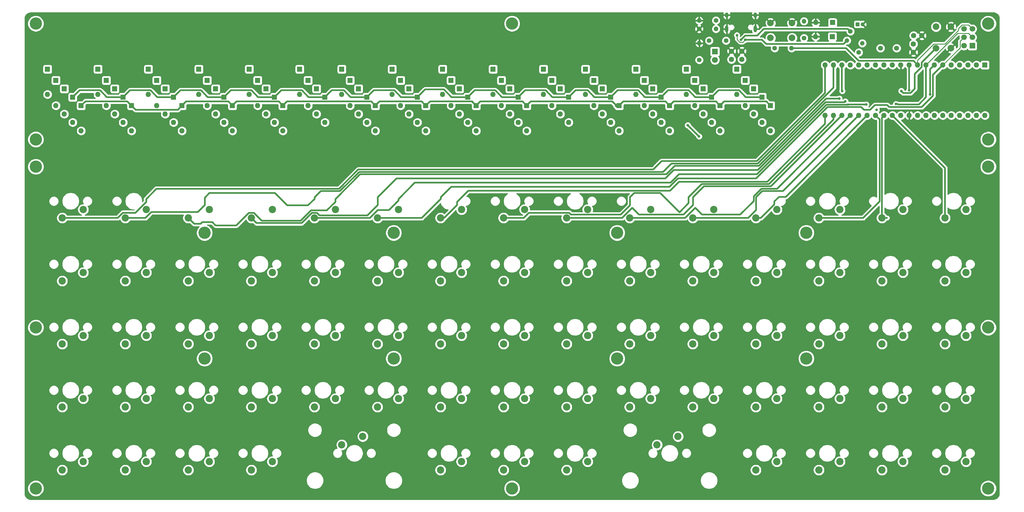
<source format=gbr>
G04 #@! TF.GenerationSoftware,KiCad,Pcbnew,(5.1.6)-1*
G04 #@! TF.CreationDate,2021-02-01T10:29:45-05:00*
G04 #@! TF.ProjectId,keyboard,6b657962-6f61-4726-942e-6b696361645f,rev?*
G04 #@! TF.SameCoordinates,Original*
G04 #@! TF.FileFunction,Copper,L2,Bot*
G04 #@! TF.FilePolarity,Positive*
%FSLAX46Y46*%
G04 Gerber Fmt 4.6, Leading zero omitted, Abs format (unit mm)*
G04 Created by KiCad (PCBNEW (5.1.6)-1) date 2021-02-01 10:29:45*
%MOMM*%
%LPD*%
G01*
G04 APERTURE LIST*
G04 #@! TA.AperFunction,ComponentPad*
%ADD10C,1.700000*%
G04 #@! TD*
G04 #@! TA.AperFunction,ComponentPad*
%ADD11R,1.700000X1.700000*%
G04 #@! TD*
G04 #@! TA.AperFunction,ComponentPad*
%ADD12C,2.000000*%
G04 #@! TD*
G04 #@! TA.AperFunction,ComponentPad*
%ADD13C,3.700000*%
G04 #@! TD*
G04 #@! TA.AperFunction,ComponentPad*
%ADD14O,1.000000X1.600000*%
G04 #@! TD*
G04 #@! TA.AperFunction,ComponentPad*
%ADD15O,1.000000X2.100000*%
G04 #@! TD*
G04 #@! TA.AperFunction,ComponentPad*
%ADD16C,2.200000*%
G04 #@! TD*
G04 #@! TA.AperFunction,ComponentPad*
%ADD17C,1.600000*%
G04 #@! TD*
G04 #@! TA.AperFunction,ComponentPad*
%ADD18R,1.600000X1.600000*%
G04 #@! TD*
G04 #@! TA.AperFunction,ComponentPad*
%ADD19O,1.600000X1.600000*%
G04 #@! TD*
G04 #@! TA.AperFunction,ComponentPad*
%ADD20C,1.400000*%
G04 #@! TD*
G04 #@! TA.AperFunction,ComponentPad*
%ADD21O,1.400000X1.400000*%
G04 #@! TD*
G04 #@! TA.AperFunction,ComponentPad*
%ADD22C,1.500000*%
G04 #@! TD*
G04 #@! TA.AperFunction,ComponentPad*
%ADD23C,1.200000*%
G04 #@! TD*
G04 #@! TA.AperFunction,ComponentPad*
%ADD24R,1.200000X1.200000*%
G04 #@! TD*
G04 #@! TA.AperFunction,ComponentPad*
%ADD25R,1.800000X1.800000*%
G04 #@! TD*
G04 #@! TA.AperFunction,ComponentPad*
%ADD26C,1.800000*%
G04 #@! TD*
G04 #@! TA.AperFunction,ViaPad*
%ADD27C,0.800000*%
G04 #@! TD*
G04 #@! TA.AperFunction,Conductor*
%ADD28C,0.500000*%
G04 #@! TD*
G04 #@! TA.AperFunction,Conductor*
%ADD29C,1.000000*%
G04 #@! TD*
G04 #@! TA.AperFunction,Conductor*
%ADD30C,0.250000*%
G04 #@! TD*
G04 #@! TA.AperFunction,Conductor*
%ADD31C,0.254000*%
G04 #@! TD*
G04 APERTURE END LIST*
D10*
X302265700Y-25925200D03*
X304805700Y-25925200D03*
X302265700Y-28465200D03*
X304805700Y-28465200D03*
X302265700Y-31005200D03*
D11*
X304805700Y-31005200D03*
D12*
X293835700Y-25265200D03*
X298335700Y-25265200D03*
X293835700Y-31765200D03*
X298335700Y-31765200D03*
D13*
X254634999Y-125565200D03*
X254634999Y-87565200D03*
X72834999Y-125565200D03*
X72834999Y-87570000D03*
X197484999Y-125570000D03*
X197484999Y-87570000D03*
X129984999Y-125565200D03*
X129984999Y-87570000D03*
X165734999Y-164820000D03*
X165735000Y-24315200D03*
X309610000Y-116197600D03*
X21860000Y-116192600D03*
D14*
X230615700Y-21740200D03*
X239255700Y-21740200D03*
D15*
X230615700Y-25920200D03*
X239255700Y-25920200D03*
D13*
X309610000Y-67565200D03*
X21860000Y-67565200D03*
X21860000Y-59320000D03*
X309610000Y-59330000D03*
X309610000Y-24330000D03*
X309610000Y-164830000D03*
X21860000Y-164820000D03*
X21860000Y-24320000D03*
D16*
X150495000Y-80518000D03*
X144145000Y-83058000D03*
X207645000Y-99568000D03*
X201295000Y-102108000D03*
X163195000Y-83058000D03*
X169545000Y-80518000D03*
X67945000Y-140208000D03*
X74295000Y-137668000D03*
X55245000Y-137668000D03*
X48895000Y-140208000D03*
X67945000Y-102108000D03*
X74295000Y-99568000D03*
X48895000Y-159258000D03*
X55245000Y-156718000D03*
X106045000Y-140208000D03*
X112395000Y-137668000D03*
X264795000Y-118618000D03*
X258445000Y-121158000D03*
X220345000Y-140208000D03*
X226695000Y-137668000D03*
X182245000Y-102108000D03*
X188595000Y-99568000D03*
X226695000Y-118618000D03*
X220345000Y-121158000D03*
X239395000Y-121158000D03*
X245745000Y-118618000D03*
X207645000Y-137668000D03*
X201295000Y-140208000D03*
X264795000Y-99568000D03*
X258445000Y-102108000D03*
X277495000Y-102108000D03*
X283845000Y-99568000D03*
X188595000Y-137668000D03*
X182245000Y-140208000D03*
X188595000Y-118618000D03*
X182245000Y-121158000D03*
X55245000Y-99568000D03*
X48895000Y-102108000D03*
X106045000Y-102108000D03*
X112395000Y-99568000D03*
X67945000Y-121158000D03*
X74295000Y-118618000D03*
X277495000Y-121158000D03*
X283845000Y-118618000D03*
X264795000Y-156718000D03*
X258445000Y-159258000D03*
X296545000Y-121158000D03*
X302895000Y-118618000D03*
X302895000Y-156718000D03*
X296545000Y-159258000D03*
X302895000Y-99568000D03*
X296545000Y-102108000D03*
X296545000Y-140208000D03*
X302895000Y-137668000D03*
X277495000Y-159258000D03*
X283845000Y-156718000D03*
X29845000Y-140208000D03*
X36195000Y-137668000D03*
X283845000Y-137668000D03*
X277495000Y-140208000D03*
X209550000Y-151640000D03*
X215900000Y-149100000D03*
X29845000Y-102108000D03*
X36195000Y-99568000D03*
X120650000Y-149100000D03*
X114300000Y-151640000D03*
X226695000Y-99568000D03*
X220345000Y-102108000D03*
X131445000Y-99568000D03*
X125095000Y-102108000D03*
X29845000Y-83058000D03*
X36195000Y-80518000D03*
X131445000Y-118618000D03*
X125095000Y-121158000D03*
X112395000Y-118618000D03*
X106045000Y-121158000D03*
X86995000Y-159258000D03*
X93345000Y-156718000D03*
X144145000Y-140208000D03*
X150495000Y-137668000D03*
X188595000Y-80518000D03*
X182245000Y-83058000D03*
X239395000Y-159258000D03*
X245745000Y-156718000D03*
X201295000Y-121158000D03*
X207645000Y-118618000D03*
X150495000Y-118618000D03*
X144145000Y-121158000D03*
X239395000Y-102108000D03*
X245745000Y-99568000D03*
X55245000Y-118618000D03*
X48895000Y-121158000D03*
X67945000Y-159258000D03*
X74295000Y-156718000D03*
X302895000Y-80518000D03*
X296545000Y-83058000D03*
X169545000Y-99568000D03*
X163195000Y-102108000D03*
X93345000Y-137668000D03*
X86995000Y-140208000D03*
X48895000Y-83058000D03*
X55245000Y-80518000D03*
X125095000Y-83058000D03*
X131445000Y-80518000D03*
X264795000Y-80518000D03*
X258445000Y-83058000D03*
X163195000Y-159258000D03*
X169545000Y-156718000D03*
X169545000Y-137668000D03*
X163195000Y-140208000D03*
X29845000Y-121158000D03*
X36195000Y-118618000D03*
X144145000Y-102108000D03*
X150495000Y-99568000D03*
X245745000Y-137668000D03*
X239395000Y-140208000D03*
X36195000Y-156718000D03*
X29845000Y-159258000D03*
X93345000Y-118618000D03*
X86995000Y-121158000D03*
X163195000Y-121158000D03*
X169545000Y-118618000D03*
X258445000Y-140208000D03*
X264795000Y-137668000D03*
X131445000Y-137668000D03*
X125095000Y-140208000D03*
X112395000Y-80518000D03*
X106045000Y-83058000D03*
X207645000Y-80518000D03*
X201295000Y-83058000D03*
X277495000Y-83058000D03*
X283845000Y-80518000D03*
X86995000Y-83058000D03*
X93345000Y-80518000D03*
X226695000Y-80518000D03*
X220345000Y-83058000D03*
X239395000Y-83058000D03*
X245745000Y-80518000D03*
X150495000Y-156718000D03*
X144145000Y-159258000D03*
X188595000Y-156718000D03*
X182245000Y-159258000D03*
X74295000Y-80518000D03*
X67945000Y-83058000D03*
X86995000Y-102108000D03*
X93345000Y-99568000D03*
D17*
X235191201Y-32650399D03*
X235191201Y-35150399D03*
X232041201Y-35150399D03*
X232041201Y-32650399D03*
X289560000Y-27940000D03*
X287060000Y-27940000D03*
X287020000Y-30480000D03*
X287020000Y-32980000D03*
D18*
X25400000Y-38100000D03*
D19*
X25400000Y-45720000D03*
X27940000Y-49098200D03*
D18*
X27940000Y-41478200D03*
X30480000Y-44018200D03*
D19*
X30480000Y-51638200D03*
D18*
X33020000Y-46558200D03*
D19*
X33020000Y-54178200D03*
D18*
X35560000Y-49098200D03*
D19*
X35560000Y-56718200D03*
X40640000Y-45720000D03*
D18*
X40640000Y-38100000D03*
D19*
X43180000Y-49098200D03*
D18*
X43180000Y-41478200D03*
X45720000Y-44018200D03*
D19*
X45720000Y-51638200D03*
X48260000Y-54178200D03*
D18*
X48260000Y-46558200D03*
X50800000Y-49098200D03*
D19*
X50800000Y-56718200D03*
X55880000Y-45720000D03*
D18*
X55880000Y-38100000D03*
X58420000Y-41478200D03*
D19*
X58420000Y-49098200D03*
X60960000Y-51638200D03*
D18*
X60960000Y-44018200D03*
X63500000Y-46558200D03*
D19*
X63500000Y-54178200D03*
X66040000Y-56718200D03*
D18*
X66040000Y-49098200D03*
X71120000Y-38100000D03*
D19*
X71120000Y-45720000D03*
X73660000Y-49098200D03*
D18*
X73660000Y-41478200D03*
X76200000Y-44018200D03*
D19*
X76200000Y-51638200D03*
X78740000Y-54178200D03*
D18*
X78740000Y-46558200D03*
X81280000Y-49098200D03*
D19*
X81280000Y-56718200D03*
D18*
X86360000Y-38100000D03*
D19*
X86360000Y-45720000D03*
D18*
X88900000Y-41478200D03*
D19*
X88900000Y-49098200D03*
X91440000Y-51638200D03*
D18*
X91440000Y-44018200D03*
X93980000Y-46558200D03*
D19*
X93980000Y-54178200D03*
X101600000Y-45720000D03*
D18*
X101600000Y-38100000D03*
X104140000Y-41478200D03*
D19*
X104140000Y-49098200D03*
D18*
X106680000Y-44018200D03*
D19*
X106680000Y-51638200D03*
X109220000Y-54178200D03*
D18*
X109220000Y-46558200D03*
D19*
X96520000Y-56718200D03*
D18*
X96520000Y-49098200D03*
X114300000Y-38100000D03*
D19*
X114300000Y-45720000D03*
X116840000Y-49098200D03*
D18*
X116840000Y-41478200D03*
D19*
X119380000Y-51638200D03*
D18*
X119380000Y-44018200D03*
X121920000Y-46558200D03*
D19*
X121920000Y-54178200D03*
D18*
X124460000Y-49098200D03*
D19*
X124460000Y-56718200D03*
X129540000Y-45720000D03*
D18*
X129540000Y-38100000D03*
X132080000Y-41478200D03*
D19*
X132080000Y-49098200D03*
D18*
X134620000Y-44018200D03*
D19*
X134620000Y-51638200D03*
X137160000Y-54178200D03*
D18*
X137160000Y-46558200D03*
D19*
X139700000Y-56718200D03*
D18*
X139700000Y-49098200D03*
X144780000Y-38100000D03*
D19*
X144780000Y-45720000D03*
X147320000Y-49098200D03*
D18*
X147320000Y-41478200D03*
D19*
X149860000Y-51638200D03*
D18*
X149860000Y-44018200D03*
X152400000Y-46558200D03*
D19*
X152400000Y-54178200D03*
D18*
X154940000Y-49098200D03*
D19*
X154940000Y-56718200D03*
D18*
X160020000Y-38100000D03*
D19*
X160020000Y-45720000D03*
X162560000Y-49098200D03*
D18*
X162560000Y-41478200D03*
D19*
X165100000Y-51638200D03*
D18*
X165100000Y-44018200D03*
X167640000Y-46558200D03*
D19*
X167640000Y-54178200D03*
D18*
X175260000Y-38100000D03*
D19*
X175260000Y-45720000D03*
X177800000Y-49098200D03*
D18*
X177800000Y-41478200D03*
X180340000Y-44018200D03*
D19*
X180340000Y-51638200D03*
X182880000Y-54178200D03*
D18*
X182880000Y-46558200D03*
X170180000Y-49098200D03*
D19*
X170180000Y-56718200D03*
X187960000Y-45720000D03*
D18*
X187960000Y-38100000D03*
X190500000Y-41478200D03*
D19*
X190500000Y-49098200D03*
X193040000Y-51638200D03*
D18*
X193040000Y-44018200D03*
X195580000Y-46558200D03*
D19*
X195580000Y-54178200D03*
D18*
X198120000Y-49098200D03*
D19*
X198120000Y-56718200D03*
D18*
X203200000Y-38100000D03*
D19*
X203200000Y-45720000D03*
X205740000Y-49098200D03*
D18*
X205740000Y-41478200D03*
X208280000Y-44018200D03*
D19*
X208280000Y-51638200D03*
X210820000Y-54178200D03*
D18*
X210820000Y-46558200D03*
D19*
X213360000Y-56718200D03*
D18*
X213360000Y-49098200D03*
D19*
X218440000Y-45720000D03*
D18*
X218440000Y-38100000D03*
X220980000Y-41478200D03*
D19*
X220980000Y-49098200D03*
X223520000Y-51638200D03*
D18*
X223520000Y-44018200D03*
X226060000Y-46558200D03*
D19*
X226060000Y-54178200D03*
D18*
X228600000Y-49098200D03*
D19*
X228600000Y-56718200D03*
D18*
X233680000Y-38100000D03*
D19*
X233680000Y-45720000D03*
X236220000Y-49098200D03*
D18*
X236220000Y-41478200D03*
X238760000Y-44018200D03*
D19*
X238760000Y-51638200D03*
X241300000Y-54178200D03*
D18*
X241300000Y-46558200D03*
D19*
X243840000Y-56718200D03*
D18*
X243840000Y-49098200D03*
D20*
X222270000Y-25920000D03*
D21*
X227350000Y-25920000D03*
X222270000Y-23380000D03*
D20*
X227350000Y-23380000D03*
X245110000Y-31750000D03*
D21*
X250190000Y-31750000D03*
D20*
X267970000Y-26670000D03*
G04 #@! TA.AperFunction,ComponentPad*
G36*
G01*
X271067127Y-29767127D02*
X271067127Y-29767127D01*
G75*
G02*
X272057077Y-29767127I494975J-494975D01*
G01*
X272057077Y-29767127D01*
G75*
G02*
X272057077Y-30757077I-494975J-494975D01*
G01*
X272057077Y-30757077D01*
G75*
G02*
X271067127Y-30757077I-494975J494975D01*
G01*
X271067127Y-30757077D01*
G75*
G02*
X271067127Y-29767127I494975J494975D01*
G01*
G37*
G04 #@! TD.AperFunction*
G04 #@! TA.AperFunction,ComponentPad*
G36*
G01*
X267412873Y-29922873D02*
X267412873Y-29922873D01*
G75*
G02*
X266422923Y-29922873I-494975J494975D01*
G01*
X266422923Y-29922873D01*
G75*
G02*
X266422923Y-28932923I494975J494975D01*
G01*
X266422923Y-28932923D01*
G75*
G02*
X267412873Y-28932923I494975J-494975D01*
G01*
X267412873Y-28932923D01*
G75*
G02*
X267412873Y-29922873I-494975J-494975D01*
G01*
G37*
G04 #@! TD.AperFunction*
X270510000Y-33020000D03*
D12*
X243840000Y-28640000D03*
X243840000Y-24140000D03*
X250340000Y-28640000D03*
X250340000Y-24140000D03*
D18*
X308610000Y-36830000D03*
D19*
X260350000Y-52070000D03*
X306070000Y-36830000D03*
X262890000Y-52070000D03*
X303530000Y-36830000D03*
X265430000Y-52070000D03*
X300990000Y-36830000D03*
X267970000Y-52070000D03*
X298450000Y-36830000D03*
X270510000Y-52070000D03*
X295910000Y-36830000D03*
X273050000Y-52070000D03*
X293370000Y-36830000D03*
X275590000Y-52070000D03*
X290830000Y-36830000D03*
X278130000Y-52070000D03*
X288290000Y-36830000D03*
X280670000Y-52070000D03*
X285750000Y-36830000D03*
X283210000Y-52070000D03*
X283210000Y-36830000D03*
X285750000Y-52070000D03*
X280670000Y-36830000D03*
X288290000Y-52070000D03*
X278130000Y-36830000D03*
X290830000Y-52070000D03*
X275590000Y-36830000D03*
X293370000Y-52070000D03*
X273050000Y-36830000D03*
X295910000Y-52070000D03*
X270510000Y-36830000D03*
X298450000Y-52070000D03*
X267970000Y-36830000D03*
X300990000Y-52070000D03*
X265430000Y-36830000D03*
X303530000Y-52070000D03*
X262890000Y-36830000D03*
X306070000Y-52070000D03*
X260350000Y-36830000D03*
X308610000Y-52070000D03*
D22*
X281940000Y-31750000D03*
X277060000Y-31750000D03*
D23*
X271670000Y-24520000D03*
D24*
X270170000Y-24520000D03*
D19*
X257500000Y-24000000D03*
D18*
X262580000Y-24000000D03*
X262520000Y-28240000D03*
D19*
X257440000Y-28240000D03*
D25*
X227040000Y-32740000D03*
D26*
X227040000Y-35280000D03*
D20*
X230390000Y-29480000D03*
X225290000Y-29480000D03*
X222310000Y-35310000D03*
D21*
X222310000Y-30230000D03*
D20*
X253935700Y-28665200D03*
D21*
X253935700Y-23585200D03*
D27*
X279500000Y-57100000D03*
X291450000Y-56990000D03*
X308850000Y-56880000D03*
X302170000Y-48980000D03*
X309660000Y-49080000D03*
X309590000Y-32560000D03*
X301235700Y-34365200D03*
X246210000Y-35610000D03*
X256930000Y-46430000D03*
X250610000Y-50190000D03*
X305900000Y-160590000D03*
X286850000Y-160170000D03*
X207850000Y-162340000D03*
X218730000Y-162280000D03*
X114000000Y-162250000D03*
X123740000Y-162050000D03*
X39380000Y-159780000D03*
X58630000Y-160410000D03*
X112750000Y-54240000D03*
X116670000Y-62970000D03*
X299835700Y-29265200D03*
X99735700Y-59865200D03*
X142435700Y-58865200D03*
X159935700Y-58565200D03*
X173035700Y-58365200D03*
X185835700Y-58165200D03*
X201135700Y-57665200D03*
X231935700Y-57365200D03*
X285750000Y-44450000D03*
X222250000Y-58420000D03*
X218830000Y-55040000D03*
X266430000Y-47850000D03*
X234950000Y-29210000D03*
X233685700Y-27815200D03*
X236220000Y-29210000D03*
X265500000Y-44690000D03*
X283340000Y-44680000D03*
X281690000Y-48640000D03*
X264640000Y-46980000D03*
X292080000Y-45740000D03*
X275900000Y-50360000D03*
X272750000Y-48770000D03*
D28*
X285750000Y-36830000D02*
X285750000Y-44450000D01*
X236368202Y-46558200D02*
X234280001Y-44469999D01*
X228148201Y-44469999D02*
X226060000Y-46558200D01*
X234280001Y-44469999D02*
X228148201Y-44469999D01*
X241300000Y-46558200D02*
X236368202Y-46558200D01*
X219040001Y-44469999D02*
X212908201Y-44469999D01*
X221128202Y-46558200D02*
X219040001Y-44469999D01*
X212908201Y-44469999D02*
X210820000Y-46558200D01*
X226060000Y-46558200D02*
X221128202Y-46558200D01*
X197668201Y-44469999D02*
X195580000Y-46558200D01*
X203800001Y-44469999D02*
X197668201Y-44469999D01*
X205888202Y-46558200D02*
X203800001Y-44469999D01*
X210820000Y-46558200D02*
X205888202Y-46558200D01*
X184968201Y-44469999D02*
X182880000Y-46558200D01*
X188560001Y-44469999D02*
X184968201Y-44469999D01*
X190648202Y-46558200D02*
X188560001Y-44469999D01*
X195580000Y-46558200D02*
X190648202Y-46558200D01*
X175860001Y-44469999D02*
X169728201Y-44469999D01*
X177948202Y-46558200D02*
X175860001Y-44469999D01*
X169728201Y-44469999D02*
X167640000Y-46558200D01*
X182880000Y-46558200D02*
X177948202Y-46558200D01*
X154488201Y-44469999D02*
X152400000Y-46558200D01*
X160620001Y-44469999D02*
X154488201Y-44469999D01*
X162708202Y-46558200D02*
X160620001Y-44469999D01*
X167640000Y-46558200D02*
X162708202Y-46558200D01*
X139498201Y-44219999D02*
X137160000Y-46558200D01*
X152400000Y-46558200D02*
X147468202Y-46558200D01*
X145130001Y-44219999D02*
X139498201Y-44219999D01*
X147468202Y-46558200D02*
X145130001Y-44219999D01*
X124008201Y-44469999D02*
X121920000Y-46558200D01*
X130140001Y-44469999D02*
X124008201Y-44469999D01*
X132228202Y-46558200D02*
X130140001Y-44469999D01*
X137160000Y-46558200D02*
X132228202Y-46558200D01*
X111308201Y-44469999D02*
X109220000Y-46558200D01*
X114900001Y-44469999D02*
X111308201Y-44469999D01*
X116988202Y-46558200D02*
X114900001Y-44469999D01*
X121920000Y-46558200D02*
X116988202Y-46558200D01*
X102200001Y-44469999D02*
X96068201Y-44469999D01*
X96068201Y-44469999D02*
X93980000Y-46558200D01*
X104288202Y-46558200D02*
X102200001Y-44469999D01*
X109220000Y-46558200D02*
X104288202Y-46558200D01*
X80828201Y-44469999D02*
X78740000Y-46558200D01*
X86960001Y-44469999D02*
X80828201Y-44469999D01*
X89048202Y-46558200D02*
X86960001Y-44469999D01*
X93980000Y-46558200D02*
X89048202Y-46558200D01*
X65588201Y-44469999D02*
X63500000Y-46558200D01*
X71720001Y-44469999D02*
X65588201Y-44469999D01*
X73808202Y-46558200D02*
X71720001Y-44469999D01*
X78740000Y-46558200D02*
X73808202Y-46558200D01*
X50348201Y-44469999D02*
X48260000Y-46558200D01*
X56480001Y-44469999D02*
X50348201Y-44469999D01*
X58568202Y-46558200D02*
X56480001Y-44469999D01*
X63500000Y-46558200D02*
X58568202Y-46558200D01*
X41240001Y-44469999D02*
X35108201Y-44469999D01*
X43328202Y-46558200D02*
X41240001Y-44469999D01*
X35108201Y-44469999D02*
X33020000Y-46558200D01*
X48260000Y-46558200D02*
X43328202Y-46558200D01*
X125710001Y-47848199D02*
X138449999Y-47848199D01*
X214610001Y-47848199D02*
X213360000Y-49098200D01*
X227349999Y-47848199D02*
X214610001Y-47848199D01*
X228600000Y-49098200D02*
X227349999Y-47848199D01*
X229850001Y-47848199D02*
X242589999Y-47848199D01*
X242589999Y-47848199D02*
X243840000Y-49098200D01*
X228600000Y-49098200D02*
X229850001Y-47848199D01*
X212109999Y-47848199D02*
X199370001Y-47848199D01*
X199370001Y-47848199D02*
X198120000Y-49098200D01*
X213360000Y-49098200D02*
X212109999Y-47848199D01*
X171430001Y-47848199D02*
X170180000Y-49098200D01*
X196031799Y-47848199D02*
X171430001Y-47848199D01*
X197281800Y-49098200D02*
X196031799Y-47848199D01*
D29*
X197281800Y-49098200D02*
X198120000Y-49098200D01*
D28*
X156190001Y-47848199D02*
X154940000Y-49098200D01*
X168929999Y-47848199D02*
X156190001Y-47848199D01*
X170180000Y-49098200D02*
X168929999Y-47848199D01*
X153650001Y-47808201D02*
X154940000Y-49098200D01*
X140989999Y-47808201D02*
X153650001Y-47808201D01*
X125710001Y-47848199D02*
X124460000Y-49098200D01*
X154940000Y-49098200D02*
X153689999Y-47848199D01*
X97770001Y-47848199D02*
X96520000Y-49098200D01*
X123209999Y-47848199D02*
X97770001Y-47848199D01*
X124460000Y-49098200D02*
X123209999Y-47848199D01*
X82530001Y-47848199D02*
X81280000Y-49098200D01*
X95269999Y-47848199D02*
X82530001Y-47848199D01*
X96520000Y-49098200D02*
X95269999Y-47848199D01*
X49510001Y-47808201D02*
X50800000Y-49098200D01*
X36849999Y-47808201D02*
X49510001Y-47808201D01*
X35560000Y-49098200D02*
X36849999Y-47808201D01*
X64789999Y-50348201D02*
X66040000Y-49098200D01*
X52050001Y-50348201D02*
X64789999Y-50348201D01*
X50800000Y-49098200D02*
X52050001Y-50348201D01*
X80029999Y-47848199D02*
X81280000Y-49098200D01*
X67290001Y-47848199D02*
X80029999Y-47848199D01*
X66040000Y-49098200D02*
X67290001Y-47848199D01*
X140989999Y-47808201D02*
X139700000Y-49098200D01*
X138449999Y-47848199D02*
X139700000Y-49098200D01*
X219710000Y-55880000D02*
X222250000Y-58420000D01*
X219670000Y-55880000D02*
X218830000Y-55040000D01*
X219710000Y-55880000D02*
X219670000Y-55880000D01*
X277495000Y-83058000D02*
X279050634Y-83058000D01*
X277495000Y-52705000D02*
X278130000Y-52070000D01*
X277495000Y-83058000D02*
X277495000Y-52705000D01*
X54999002Y-83058000D02*
X48895000Y-83058000D01*
X56777002Y-81280000D02*
X54999002Y-83058000D01*
X106134999Y-76801999D02*
X106134999Y-77272003D01*
X72935001Y-76924999D02*
X72935001Y-79154001D01*
X72935001Y-79154001D02*
X70809002Y-81280000D01*
X262890000Y-43720148D02*
X240000158Y-66609990D01*
X262890000Y-36830000D02*
X262890000Y-43720148D01*
X106134999Y-77272003D02*
X104129001Y-79278001D01*
X70809002Y-81280000D02*
X56777002Y-81280000D01*
X97839003Y-79278001D02*
X94089001Y-75527999D01*
X74332001Y-75527999D02*
X72935001Y-76924999D01*
X104129001Y-79278001D02*
X97839003Y-79278001D01*
X94089001Y-75527999D02*
X74332001Y-75527999D01*
X107978499Y-74958499D02*
X106134999Y-76801999D01*
X107978499Y-74958499D02*
X113770537Y-74958499D01*
X211389990Y-69149990D02*
X213929990Y-66609990D01*
X119579045Y-69149990D02*
X211389990Y-69149990D01*
X113770537Y-74958499D02*
X119579045Y-69149990D01*
X240000158Y-66609990D02*
X213929990Y-66609990D01*
X266150020Y-48129980D02*
X266430000Y-47850000D01*
X260460092Y-48129980D02*
X266150020Y-48129980D01*
X240010073Y-68580000D02*
X260460092Y-48129980D01*
X214630000Y-68580000D02*
X240010073Y-68580000D01*
X105300999Y-81507999D02*
X106789001Y-81507999D01*
X102200997Y-84608001D02*
X105300999Y-81507999D01*
X106789001Y-81507999D02*
X107595001Y-82313999D01*
X86995000Y-83058000D02*
X88545001Y-84608001D01*
X122025001Y-82313999D02*
X125184999Y-79154001D01*
X88545001Y-84608001D02*
X102200997Y-84608001D01*
X107595001Y-82313999D02*
X122025001Y-82313999D01*
X125184999Y-79154001D02*
X125184999Y-76801999D01*
X125184999Y-76801999D02*
X130866998Y-71120000D01*
X130866998Y-71120000D02*
X212090000Y-71120000D01*
X212090000Y-71120000D02*
X214630000Y-68580000D01*
X238784989Y-76512047D02*
X241067045Y-74229990D01*
X218050998Y-83058000D02*
X221098998Y-80010000D01*
X238784989Y-77972013D02*
X238784989Y-76512047D01*
X221098998Y-80010000D02*
X223156999Y-82068001D01*
X223156999Y-82068001D02*
X234689001Y-82068001D01*
X201295000Y-83058000D02*
X218050998Y-83058000D01*
X234689001Y-82068001D02*
X238784989Y-77972013D01*
X245810010Y-74229990D02*
X267970000Y-52070000D01*
X241067045Y-74229990D02*
X245810010Y-74229990D01*
X239484999Y-80673999D02*
X239484999Y-76801999D01*
X220345000Y-83058000D02*
X237100998Y-83058000D01*
X239484999Y-76801999D02*
X241356998Y-74930000D01*
X237100998Y-83058000D02*
X239484999Y-80673999D01*
X241356998Y-74930000D02*
X247650000Y-74930000D01*
X247650000Y-74930000D02*
X270510000Y-52070000D01*
X240950634Y-83058000D02*
X239395000Y-83058000D01*
X245000999Y-79007635D02*
X240950634Y-83058000D01*
X245000999Y-78067999D02*
X245000999Y-79007635D01*
X246390999Y-76677999D02*
X245000999Y-78067999D01*
X248442001Y-76677999D02*
X246390999Y-76677999D01*
X273050000Y-52070000D02*
X248442001Y-76677999D01*
X276794990Y-53274990D02*
X275590000Y-52070000D01*
X276794990Y-78062012D02*
X276794990Y-53274990D01*
X271799002Y-83058000D02*
X276794990Y-78062012D01*
X258445000Y-83058000D02*
X271799002Y-83058000D01*
X262890000Y-52070000D02*
X262890000Y-53340000D01*
X182989001Y-81507999D02*
X170849003Y-81507999D01*
X169299002Y-83058000D02*
X163195000Y-83058000D01*
X183549003Y-82068001D02*
X182989001Y-81507999D01*
X198601999Y-82068001D02*
X183549003Y-82068001D01*
X201384999Y-76801999D02*
X201384999Y-79285001D01*
X202658999Y-75527999D02*
X201384999Y-76801999D01*
X210499019Y-75527999D02*
X202658999Y-75527999D01*
X216339011Y-81367991D02*
X210499019Y-75527999D01*
X201384999Y-79285001D02*
X198601999Y-82068001D01*
X219105001Y-78602001D02*
X216339011Y-81367991D01*
X219105001Y-76804999D02*
X219105001Y-78602001D01*
X223080030Y-72829970D02*
X219105001Y-76804999D01*
X170849003Y-81507999D02*
X169299002Y-83058000D01*
X243400030Y-72829970D02*
X223080030Y-72829970D01*
X262890000Y-53340000D02*
X243400030Y-72829970D01*
X260350000Y-54610000D02*
X242830040Y-72129960D01*
X242830040Y-72129960D02*
X216160040Y-72129960D01*
X145231002Y-83058000D02*
X144145000Y-83058000D01*
X149135001Y-79154001D02*
X145231002Y-83058000D01*
X149135001Y-78194999D02*
X149135001Y-79154001D01*
X152502011Y-74827989D02*
X149135001Y-78194999D01*
X213462011Y-74827989D02*
X152502011Y-74827989D01*
X216160040Y-72129960D02*
X213462011Y-74827989D01*
X260350000Y-52070000D02*
X260350000Y-54610000D01*
X220434999Y-76801999D02*
X223707018Y-73529980D01*
X243970020Y-73529980D02*
X265430000Y-52070000D01*
X220434999Y-79154001D02*
X220434999Y-76801999D01*
X223707018Y-73529980D02*
X243970020Y-73529980D01*
X182245000Y-83058000D02*
X199000998Y-83058000D01*
X202048998Y-80010000D02*
X204106999Y-82068001D01*
X199000998Y-83058000D02*
X202048998Y-80010000D01*
X204106999Y-82068001D02*
X217520999Y-82068001D01*
X217520999Y-82068001D02*
X220434999Y-79154001D01*
X296545000Y-67945000D02*
X280670000Y-52070000D01*
X296545000Y-83058000D02*
X296545000Y-67945000D01*
X46600998Y-83058000D02*
X29845000Y-83058000D01*
X48150999Y-81507999D02*
X46600998Y-83058000D01*
X210950020Y-65909980D02*
X208410020Y-68449980D01*
X55214999Y-78253999D02*
X51960999Y-81507999D01*
X239710206Y-65909980D02*
X210950020Y-65909980D01*
X260350000Y-45270186D02*
X239710206Y-65909980D01*
X119289092Y-68449980D02*
X113480583Y-74258489D01*
X113480583Y-74258489D02*
X58310509Y-74258489D01*
X208410020Y-68449980D02*
X119289092Y-68449980D01*
X51960999Y-81507999D02*
X48150999Y-81507999D01*
X58310509Y-74258489D02*
X55214999Y-77353999D01*
X55214999Y-77353999D02*
X55214999Y-78253999D01*
X260350000Y-36830000D02*
X260350000Y-45270186D01*
X236220000Y-27940000D02*
X234950000Y-29210000D01*
X267970000Y-26670000D02*
X267209999Y-25909999D01*
X239779998Y-27940000D02*
X236220000Y-27940000D01*
X241809999Y-25909999D02*
X239779998Y-27940000D01*
X267209999Y-25909999D02*
X241809999Y-25909999D01*
X266917898Y-29427898D02*
X266700000Y-29210000D01*
X241300000Y-29210000D02*
X242570000Y-30480000D01*
X236220000Y-29210000D02*
X241300000Y-29210000D01*
X265865796Y-30480000D02*
X266917898Y-29427898D01*
X242570000Y-30480000D02*
X265865796Y-30480000D01*
D30*
X235494999Y-29935001D02*
X236220000Y-29210000D01*
X234601999Y-29935001D02*
X235494999Y-29935001D01*
X233685700Y-29018702D02*
X234601999Y-29935001D01*
X233685700Y-27815200D02*
X233685700Y-29018702D01*
D28*
X265430000Y-44620000D02*
X265500000Y-44690000D01*
X265430000Y-36830000D02*
X265430000Y-44620000D01*
X287414251Y-44043751D02*
X287414251Y-39555751D01*
X287414251Y-39555751D02*
X289540001Y-37430001D01*
X286158001Y-45300001D02*
X287414251Y-44043751D01*
X283960001Y-45300001D02*
X286158001Y-45300001D01*
X283340000Y-44680000D02*
X283960001Y-45300001D01*
X289540001Y-36060899D02*
X289540001Y-37430001D01*
X293835700Y-31765200D02*
X289540001Y-36060899D01*
X287039999Y-35579999D02*
X288290000Y-36830000D01*
X250190000Y-31750000D02*
X266700000Y-31750000D01*
X266700000Y-31750000D02*
X270510000Y-35560000D01*
X286350001Y-35579999D02*
X287039999Y-35579999D01*
X286330002Y-35560000D02*
X286350001Y-35579999D01*
X270510000Y-35560000D02*
X286330002Y-35560000D01*
D30*
X303630699Y-24750199D02*
X304805700Y-25925200D01*
X301701699Y-24750199D02*
X303630699Y-24750199D01*
X300635700Y-25816198D02*
X301701699Y-24750199D01*
X300635700Y-26365200D02*
X300635700Y-25816198D01*
X296560701Y-30440199D02*
X300635700Y-26365200D01*
X288290000Y-35349898D02*
X293199699Y-30440199D01*
X293199699Y-30440199D02*
X296560701Y-30440199D01*
X288290000Y-36830000D02*
X288290000Y-35349898D01*
X301090699Y-29640201D02*
X301090699Y-31649301D01*
X301090699Y-31649301D02*
X295910000Y-36830000D01*
X302265700Y-28465200D02*
X301090699Y-29640201D01*
D28*
X292930001Y-46159999D02*
X292930001Y-39809999D01*
X289560000Y-49530000D02*
X292930001Y-46159999D01*
X279700500Y-49530000D02*
X289560000Y-49530000D01*
X292930001Y-39809999D02*
X295910000Y-36830000D01*
X279135700Y-48965200D02*
X279700500Y-49530000D01*
X147376998Y-73660000D02*
X213360000Y-73660000D01*
X144234999Y-76801999D02*
X147376998Y-73660000D01*
X272050000Y-50380000D02*
X273960000Y-50380000D01*
X273960000Y-50380000D02*
X275374800Y-48965200D01*
X138449002Y-83058000D02*
X144234999Y-77272003D01*
X125095000Y-83058000D02*
X138449002Y-83058000D01*
X144234999Y-77272003D02*
X144234999Y-76801999D01*
X213360000Y-73660000D02*
X215900000Y-71120000D01*
X261039998Y-49530000D02*
X271200000Y-49530000D01*
X215900000Y-71120000D02*
X239449998Y-71120000D01*
X239449998Y-71120000D02*
X261039998Y-49530000D01*
X275374800Y-48965200D02*
X279135700Y-48965200D01*
X271200000Y-49530000D02*
X272050000Y-50380000D01*
X288683001Y-48750001D02*
X290830000Y-46603002D01*
X290830000Y-46603002D02*
X290830000Y-36830000D01*
X282365686Y-48750001D02*
X288683001Y-48750001D01*
X282255685Y-48640000D02*
X282365686Y-48750001D01*
X281690000Y-48640000D02*
X282255685Y-48640000D01*
X214910038Y-67310000D02*
X240290110Y-67310000D01*
X212370038Y-69850000D02*
X214910038Y-67310000D01*
X119868998Y-69850000D02*
X212370038Y-69850000D01*
X112364999Y-78253999D02*
X112364999Y-77353999D01*
X105011046Y-80807989D02*
X109811009Y-80807989D01*
X112364999Y-77353999D02*
X119868998Y-69850000D01*
X67945000Y-83058000D02*
X69693950Y-84806950D01*
X69693950Y-84806950D02*
X71693950Y-84806950D01*
X240290110Y-67310000D02*
X260610110Y-46990000D01*
X71693950Y-84806950D02*
X72185700Y-84315200D01*
X260610110Y-46990000D02*
X264630000Y-46990000D01*
X87739001Y-81507999D02*
X90138993Y-83907991D01*
X75200078Y-84315200D02*
X76192889Y-85308011D01*
X76192889Y-85308011D02*
X82450987Y-85308011D01*
X72185700Y-84315200D02*
X75200078Y-84315200D01*
X82450987Y-85308011D02*
X86250999Y-81507999D01*
X109811009Y-80807989D02*
X112364999Y-78253999D01*
X90138993Y-83907991D02*
X101911045Y-83907991D01*
X86250999Y-81507999D02*
X87739001Y-81507999D01*
X264630000Y-46990000D02*
X264640000Y-46980000D01*
X101911045Y-83907991D02*
X105011046Y-80807989D01*
D30*
X303630699Y-27290199D02*
X304805700Y-28465200D01*
X300369801Y-27290199D02*
X303630699Y-27290199D01*
X290830000Y-36830000D02*
X300369801Y-27290199D01*
D28*
X122800998Y-83058000D02*
X106045000Y-83058000D01*
X216180038Y-69850000D02*
X213640038Y-72390000D01*
X260750045Y-48829990D02*
X239730036Y-69850000D01*
X131414999Y-77824003D02*
X128565003Y-80673999D01*
X239730036Y-69850000D02*
X216180038Y-69850000D01*
X213640038Y-72390000D02*
X136378998Y-72390000D01*
X136378998Y-72390000D02*
X131414999Y-77353999D01*
X131414999Y-77353999D02*
X131414999Y-77824003D01*
X128565003Y-80673999D02*
X125184999Y-80673999D01*
X125184999Y-80673999D02*
X122800998Y-83058000D01*
X266950000Y-48760000D02*
X266880010Y-48829990D01*
X272830000Y-48760000D02*
X266950000Y-48760000D01*
X267400010Y-48829990D02*
X266880010Y-48829990D01*
X266880010Y-48829990D02*
X260750045Y-48829990D01*
X292080000Y-38120000D02*
X293370000Y-36830000D01*
X292080000Y-45740000D02*
X292080000Y-38120000D01*
D31*
G36*
X311461897Y-21032789D02*
G01*
X311800393Y-21134987D01*
X312112588Y-21300984D01*
X312386597Y-21524460D01*
X312611980Y-21796902D01*
X312780153Y-22107931D01*
X312884712Y-22445708D01*
X312925000Y-22829022D01*
X312925001Y-166296485D01*
X312887211Y-166681897D01*
X312785013Y-167020392D01*
X312619016Y-167332588D01*
X312395539Y-167606599D01*
X312123098Y-167831980D01*
X311812069Y-168000153D01*
X311474296Y-168104711D01*
X311090977Y-168145000D01*
X20393505Y-168145000D01*
X20008103Y-168107211D01*
X19669608Y-168005013D01*
X19357412Y-167839016D01*
X19083401Y-167615539D01*
X18858020Y-167343098D01*
X18689847Y-167032069D01*
X18585289Y-166694296D01*
X18545000Y-166310977D01*
X18545000Y-164575249D01*
X19375000Y-164575249D01*
X19375000Y-165064751D01*
X19470497Y-165544848D01*
X19657821Y-165997089D01*
X19929774Y-166404095D01*
X20275905Y-166750226D01*
X20682911Y-167022179D01*
X21135152Y-167209503D01*
X21615249Y-167305000D01*
X22104751Y-167305000D01*
X22584848Y-167209503D01*
X23037089Y-167022179D01*
X23444095Y-166750226D01*
X23790226Y-166404095D01*
X24062179Y-165997089D01*
X24249503Y-165544848D01*
X24345000Y-165064751D01*
X24345000Y-164575249D01*
X24249503Y-164095152D01*
X24062179Y-163642911D01*
X23790226Y-163235905D01*
X23444095Y-162889774D01*
X23037089Y-162617821D01*
X22584848Y-162430497D01*
X22104751Y-162335000D01*
X21615249Y-162335000D01*
X21135152Y-162430497D01*
X20682911Y-162617821D01*
X20275905Y-162889774D01*
X19929774Y-163235905D01*
X19657821Y-163642911D01*
X19470497Y-164095152D01*
X19375000Y-164575249D01*
X18545000Y-164575249D01*
X18545000Y-162160475D01*
X103575000Y-162160475D01*
X103575000Y-162679525D01*
X103676261Y-163188601D01*
X103874893Y-163668141D01*
X104163262Y-164099715D01*
X104530285Y-164466738D01*
X104961859Y-164755107D01*
X105441399Y-164953739D01*
X105950475Y-165055000D01*
X106469525Y-165055000D01*
X106978601Y-164953739D01*
X107458141Y-164755107D01*
X107889715Y-164466738D01*
X108256738Y-164099715D01*
X108545107Y-163668141D01*
X108743739Y-163188601D01*
X108845000Y-162679525D01*
X108845000Y-162160475D01*
X127375000Y-162160475D01*
X127375000Y-162679525D01*
X127476261Y-163188601D01*
X127674893Y-163668141D01*
X127963262Y-164099715D01*
X128330285Y-164466738D01*
X128761859Y-164755107D01*
X129241399Y-164953739D01*
X129750475Y-165055000D01*
X130269525Y-165055000D01*
X130778601Y-164953739D01*
X131258141Y-164755107D01*
X131527317Y-164575249D01*
X163249999Y-164575249D01*
X163249999Y-165064751D01*
X163345496Y-165544848D01*
X163532820Y-165997089D01*
X163804773Y-166404095D01*
X164150904Y-166750226D01*
X164557910Y-167022179D01*
X165010151Y-167209503D01*
X165490248Y-167305000D01*
X165979750Y-167305000D01*
X166459847Y-167209503D01*
X166912088Y-167022179D01*
X167319094Y-166750226D01*
X167665225Y-166404095D01*
X167937178Y-165997089D01*
X168124502Y-165544848D01*
X168219999Y-165064751D01*
X168219999Y-164575249D01*
X168124502Y-164095152D01*
X167937178Y-163642911D01*
X167665225Y-163235905D01*
X167319094Y-162889774D01*
X166912088Y-162617821D01*
X166459847Y-162430497D01*
X165979750Y-162335000D01*
X165490248Y-162335000D01*
X165010151Y-162430497D01*
X164557910Y-162617821D01*
X164150904Y-162889774D01*
X163804773Y-163235905D01*
X163532820Y-163642911D01*
X163345496Y-164095152D01*
X163249999Y-164575249D01*
X131527317Y-164575249D01*
X131689715Y-164466738D01*
X132056738Y-164099715D01*
X132345107Y-163668141D01*
X132543739Y-163188601D01*
X132645000Y-162679525D01*
X132645000Y-162160475D01*
X198825000Y-162160475D01*
X198825000Y-162679525D01*
X198926261Y-163188601D01*
X199124893Y-163668141D01*
X199413262Y-164099715D01*
X199780285Y-164466738D01*
X200211859Y-164755107D01*
X200691399Y-164953739D01*
X201200475Y-165055000D01*
X201719525Y-165055000D01*
X202228601Y-164953739D01*
X202708141Y-164755107D01*
X203139715Y-164466738D01*
X203506738Y-164099715D01*
X203795107Y-163668141D01*
X203993739Y-163188601D01*
X204095000Y-162679525D01*
X204095000Y-162160475D01*
X222625000Y-162160475D01*
X222625000Y-162679525D01*
X222726261Y-163188601D01*
X222924893Y-163668141D01*
X223213262Y-164099715D01*
X223580285Y-164466738D01*
X224011859Y-164755107D01*
X224491399Y-164953739D01*
X225000475Y-165055000D01*
X225519525Y-165055000D01*
X226028601Y-164953739D01*
X226508141Y-164755107D01*
X226762351Y-164585249D01*
X307125000Y-164585249D01*
X307125000Y-165074751D01*
X307220497Y-165554848D01*
X307407821Y-166007089D01*
X307679774Y-166414095D01*
X308025905Y-166760226D01*
X308432911Y-167032179D01*
X308885152Y-167219503D01*
X309365249Y-167315000D01*
X309854751Y-167315000D01*
X310334848Y-167219503D01*
X310787089Y-167032179D01*
X311194095Y-166760226D01*
X311540226Y-166414095D01*
X311812179Y-166007089D01*
X311999503Y-165554848D01*
X312095000Y-165074751D01*
X312095000Y-164585249D01*
X311999503Y-164105152D01*
X311812179Y-163652911D01*
X311540226Y-163245905D01*
X311194095Y-162899774D01*
X310787089Y-162627821D01*
X310334848Y-162440497D01*
X309854751Y-162345000D01*
X309365249Y-162345000D01*
X308885152Y-162440497D01*
X308432911Y-162627821D01*
X308025905Y-162899774D01*
X307679774Y-163245905D01*
X307407821Y-163652911D01*
X307220497Y-164105152D01*
X307125000Y-164585249D01*
X226762351Y-164585249D01*
X226939715Y-164466738D01*
X227306738Y-164099715D01*
X227595107Y-163668141D01*
X227793739Y-163188601D01*
X227895000Y-162679525D01*
X227895000Y-162160475D01*
X227793739Y-161651399D01*
X227595107Y-161171859D01*
X227306738Y-160740285D01*
X226939715Y-160373262D01*
X226508141Y-160084893D01*
X226028601Y-159886261D01*
X225519525Y-159785000D01*
X225000475Y-159785000D01*
X224491399Y-159886261D01*
X224011859Y-160084893D01*
X223580285Y-160373262D01*
X223213262Y-160740285D01*
X222924893Y-161171859D01*
X222726261Y-161651399D01*
X222625000Y-162160475D01*
X204095000Y-162160475D01*
X203993739Y-161651399D01*
X203795107Y-161171859D01*
X203506738Y-160740285D01*
X203139715Y-160373262D01*
X202708141Y-160084893D01*
X202228601Y-159886261D01*
X201719525Y-159785000D01*
X201200475Y-159785000D01*
X200691399Y-159886261D01*
X200211859Y-160084893D01*
X199780285Y-160373262D01*
X199413262Y-160740285D01*
X199124893Y-161171859D01*
X198926261Y-161651399D01*
X198825000Y-162160475D01*
X132645000Y-162160475D01*
X132543739Y-161651399D01*
X132345107Y-161171859D01*
X132056738Y-160740285D01*
X131689715Y-160373262D01*
X131258141Y-160084893D01*
X130778601Y-159886261D01*
X130269525Y-159785000D01*
X129750475Y-159785000D01*
X129241399Y-159886261D01*
X128761859Y-160084893D01*
X128330285Y-160373262D01*
X127963262Y-160740285D01*
X127674893Y-161171859D01*
X127476261Y-161651399D01*
X127375000Y-162160475D01*
X108845000Y-162160475D01*
X108743739Y-161651399D01*
X108545107Y-161171859D01*
X108256738Y-160740285D01*
X107889715Y-160373262D01*
X107458141Y-160084893D01*
X106978601Y-159886261D01*
X106469525Y-159785000D01*
X105950475Y-159785000D01*
X105441399Y-159886261D01*
X104961859Y-160084893D01*
X104530285Y-160373262D01*
X104163262Y-160740285D01*
X103874893Y-161171859D01*
X103676261Y-161651399D01*
X103575000Y-162160475D01*
X18545000Y-162160475D01*
X18545000Y-159087117D01*
X28110000Y-159087117D01*
X28110000Y-159428883D01*
X28176675Y-159764081D01*
X28307463Y-160079831D01*
X28497337Y-160363998D01*
X28739002Y-160605663D01*
X29023169Y-160795537D01*
X29338919Y-160926325D01*
X29674117Y-160993000D01*
X30015883Y-160993000D01*
X30351081Y-160926325D01*
X30666831Y-160795537D01*
X30950998Y-160605663D01*
X31192663Y-160363998D01*
X31382537Y-160079831D01*
X31513325Y-159764081D01*
X31580000Y-159428883D01*
X31580000Y-159087117D01*
X47160000Y-159087117D01*
X47160000Y-159428883D01*
X47226675Y-159764081D01*
X47357463Y-160079831D01*
X47547337Y-160363998D01*
X47789002Y-160605663D01*
X48073169Y-160795537D01*
X48388919Y-160926325D01*
X48724117Y-160993000D01*
X49065883Y-160993000D01*
X49401081Y-160926325D01*
X49716831Y-160795537D01*
X50000998Y-160605663D01*
X50242663Y-160363998D01*
X50432537Y-160079831D01*
X50563325Y-159764081D01*
X50630000Y-159428883D01*
X50630000Y-159087117D01*
X66210000Y-159087117D01*
X66210000Y-159428883D01*
X66276675Y-159764081D01*
X66407463Y-160079831D01*
X66597337Y-160363998D01*
X66839002Y-160605663D01*
X67123169Y-160795537D01*
X67438919Y-160926325D01*
X67774117Y-160993000D01*
X68115883Y-160993000D01*
X68451081Y-160926325D01*
X68766831Y-160795537D01*
X69050998Y-160605663D01*
X69292663Y-160363998D01*
X69482537Y-160079831D01*
X69613325Y-159764081D01*
X69680000Y-159428883D01*
X69680000Y-159087117D01*
X85260000Y-159087117D01*
X85260000Y-159428883D01*
X85326675Y-159764081D01*
X85457463Y-160079831D01*
X85647337Y-160363998D01*
X85889002Y-160605663D01*
X86173169Y-160795537D01*
X86488919Y-160926325D01*
X86824117Y-160993000D01*
X87165883Y-160993000D01*
X87501081Y-160926325D01*
X87816831Y-160795537D01*
X88100998Y-160605663D01*
X88342663Y-160363998D01*
X88532537Y-160079831D01*
X88663325Y-159764081D01*
X88730000Y-159428883D01*
X88730000Y-159087117D01*
X142410000Y-159087117D01*
X142410000Y-159428883D01*
X142476675Y-159764081D01*
X142607463Y-160079831D01*
X142797337Y-160363998D01*
X143039002Y-160605663D01*
X143323169Y-160795537D01*
X143638919Y-160926325D01*
X143974117Y-160993000D01*
X144315883Y-160993000D01*
X144651081Y-160926325D01*
X144966831Y-160795537D01*
X145250998Y-160605663D01*
X145492663Y-160363998D01*
X145682537Y-160079831D01*
X145813325Y-159764081D01*
X145880000Y-159428883D01*
X145880000Y-159087117D01*
X161460000Y-159087117D01*
X161460000Y-159428883D01*
X161526675Y-159764081D01*
X161657463Y-160079831D01*
X161847337Y-160363998D01*
X162089002Y-160605663D01*
X162373169Y-160795537D01*
X162688919Y-160926325D01*
X163024117Y-160993000D01*
X163365883Y-160993000D01*
X163701081Y-160926325D01*
X164016831Y-160795537D01*
X164300998Y-160605663D01*
X164542663Y-160363998D01*
X164732537Y-160079831D01*
X164863325Y-159764081D01*
X164930000Y-159428883D01*
X164930000Y-159087117D01*
X180510000Y-159087117D01*
X180510000Y-159428883D01*
X180576675Y-159764081D01*
X180707463Y-160079831D01*
X180897337Y-160363998D01*
X181139002Y-160605663D01*
X181423169Y-160795537D01*
X181738919Y-160926325D01*
X182074117Y-160993000D01*
X182415883Y-160993000D01*
X182751081Y-160926325D01*
X183066831Y-160795537D01*
X183350998Y-160605663D01*
X183592663Y-160363998D01*
X183782537Y-160079831D01*
X183913325Y-159764081D01*
X183980000Y-159428883D01*
X183980000Y-159087117D01*
X237660000Y-159087117D01*
X237660000Y-159428883D01*
X237726675Y-159764081D01*
X237857463Y-160079831D01*
X238047337Y-160363998D01*
X238289002Y-160605663D01*
X238573169Y-160795537D01*
X238888919Y-160926325D01*
X239224117Y-160993000D01*
X239565883Y-160993000D01*
X239901081Y-160926325D01*
X240216831Y-160795537D01*
X240500998Y-160605663D01*
X240742663Y-160363998D01*
X240932537Y-160079831D01*
X241063325Y-159764081D01*
X241130000Y-159428883D01*
X241130000Y-159087117D01*
X256710000Y-159087117D01*
X256710000Y-159428883D01*
X256776675Y-159764081D01*
X256907463Y-160079831D01*
X257097337Y-160363998D01*
X257339002Y-160605663D01*
X257623169Y-160795537D01*
X257938919Y-160926325D01*
X258274117Y-160993000D01*
X258615883Y-160993000D01*
X258951081Y-160926325D01*
X259266831Y-160795537D01*
X259550998Y-160605663D01*
X259792663Y-160363998D01*
X259982537Y-160079831D01*
X260113325Y-159764081D01*
X260180000Y-159428883D01*
X260180000Y-159087117D01*
X275760000Y-159087117D01*
X275760000Y-159428883D01*
X275826675Y-159764081D01*
X275957463Y-160079831D01*
X276147337Y-160363998D01*
X276389002Y-160605663D01*
X276673169Y-160795537D01*
X276988919Y-160926325D01*
X277324117Y-160993000D01*
X277665883Y-160993000D01*
X278001081Y-160926325D01*
X278316831Y-160795537D01*
X278600998Y-160605663D01*
X278842663Y-160363998D01*
X279032537Y-160079831D01*
X279163325Y-159764081D01*
X279230000Y-159428883D01*
X279230000Y-159087117D01*
X294810000Y-159087117D01*
X294810000Y-159428883D01*
X294876675Y-159764081D01*
X295007463Y-160079831D01*
X295197337Y-160363998D01*
X295439002Y-160605663D01*
X295723169Y-160795537D01*
X296038919Y-160926325D01*
X296374117Y-160993000D01*
X296715883Y-160993000D01*
X297051081Y-160926325D01*
X297366831Y-160795537D01*
X297650998Y-160605663D01*
X297892663Y-160363998D01*
X298082537Y-160079831D01*
X298213325Y-159764081D01*
X298280000Y-159428883D01*
X298280000Y-159087117D01*
X298213325Y-158751919D01*
X298082537Y-158436169D01*
X297892663Y-158152002D01*
X297650998Y-157910337D01*
X297366831Y-157720463D01*
X297051081Y-157589675D01*
X296715883Y-157523000D01*
X296374117Y-157523000D01*
X296038919Y-157589675D01*
X295723169Y-157720463D01*
X295439002Y-157910337D01*
X295197337Y-158152002D01*
X295007463Y-158436169D01*
X294876675Y-158751919D01*
X294810000Y-159087117D01*
X279230000Y-159087117D01*
X279163325Y-158751919D01*
X279032537Y-158436169D01*
X278842663Y-158152002D01*
X278600998Y-157910337D01*
X278316831Y-157720463D01*
X278001081Y-157589675D01*
X277665883Y-157523000D01*
X277324117Y-157523000D01*
X276988919Y-157589675D01*
X276673169Y-157720463D01*
X276389002Y-157910337D01*
X276147337Y-158152002D01*
X275957463Y-158436169D01*
X275826675Y-158751919D01*
X275760000Y-159087117D01*
X260180000Y-159087117D01*
X260113325Y-158751919D01*
X259982537Y-158436169D01*
X259792663Y-158152002D01*
X259550998Y-157910337D01*
X259266831Y-157720463D01*
X258951081Y-157589675D01*
X258615883Y-157523000D01*
X258274117Y-157523000D01*
X257938919Y-157589675D01*
X257623169Y-157720463D01*
X257339002Y-157910337D01*
X257097337Y-158152002D01*
X256907463Y-158436169D01*
X256776675Y-158751919D01*
X256710000Y-159087117D01*
X241130000Y-159087117D01*
X241063325Y-158751919D01*
X240932537Y-158436169D01*
X240742663Y-158152002D01*
X240500998Y-157910337D01*
X240216831Y-157720463D01*
X239901081Y-157589675D01*
X239565883Y-157523000D01*
X239224117Y-157523000D01*
X238888919Y-157589675D01*
X238573169Y-157720463D01*
X238289002Y-157910337D01*
X238047337Y-158152002D01*
X237857463Y-158436169D01*
X237726675Y-158751919D01*
X237660000Y-159087117D01*
X183980000Y-159087117D01*
X183913325Y-158751919D01*
X183782537Y-158436169D01*
X183592663Y-158152002D01*
X183350998Y-157910337D01*
X183066831Y-157720463D01*
X182751081Y-157589675D01*
X182415883Y-157523000D01*
X182074117Y-157523000D01*
X181738919Y-157589675D01*
X181423169Y-157720463D01*
X181139002Y-157910337D01*
X180897337Y-158152002D01*
X180707463Y-158436169D01*
X180576675Y-158751919D01*
X180510000Y-159087117D01*
X164930000Y-159087117D01*
X164863325Y-158751919D01*
X164732537Y-158436169D01*
X164542663Y-158152002D01*
X164300998Y-157910337D01*
X164016831Y-157720463D01*
X163701081Y-157589675D01*
X163365883Y-157523000D01*
X163024117Y-157523000D01*
X162688919Y-157589675D01*
X162373169Y-157720463D01*
X162089002Y-157910337D01*
X161847337Y-158152002D01*
X161657463Y-158436169D01*
X161526675Y-158751919D01*
X161460000Y-159087117D01*
X145880000Y-159087117D01*
X145813325Y-158751919D01*
X145682537Y-158436169D01*
X145492663Y-158152002D01*
X145250998Y-157910337D01*
X144966831Y-157720463D01*
X144651081Y-157589675D01*
X144315883Y-157523000D01*
X143974117Y-157523000D01*
X143638919Y-157589675D01*
X143323169Y-157720463D01*
X143039002Y-157910337D01*
X142797337Y-158152002D01*
X142607463Y-158436169D01*
X142476675Y-158751919D01*
X142410000Y-159087117D01*
X88730000Y-159087117D01*
X88663325Y-158751919D01*
X88532537Y-158436169D01*
X88342663Y-158152002D01*
X88100998Y-157910337D01*
X87816831Y-157720463D01*
X87501081Y-157589675D01*
X87165883Y-157523000D01*
X86824117Y-157523000D01*
X86488919Y-157589675D01*
X86173169Y-157720463D01*
X85889002Y-157910337D01*
X85647337Y-158152002D01*
X85457463Y-158436169D01*
X85326675Y-158751919D01*
X85260000Y-159087117D01*
X69680000Y-159087117D01*
X69613325Y-158751919D01*
X69482537Y-158436169D01*
X69292663Y-158152002D01*
X69050998Y-157910337D01*
X68766831Y-157720463D01*
X68451081Y-157589675D01*
X68115883Y-157523000D01*
X67774117Y-157523000D01*
X67438919Y-157589675D01*
X67123169Y-157720463D01*
X66839002Y-157910337D01*
X66597337Y-158152002D01*
X66407463Y-158436169D01*
X66276675Y-158751919D01*
X66210000Y-159087117D01*
X50630000Y-159087117D01*
X50563325Y-158751919D01*
X50432537Y-158436169D01*
X50242663Y-158152002D01*
X50000998Y-157910337D01*
X49716831Y-157720463D01*
X49401081Y-157589675D01*
X49065883Y-157523000D01*
X48724117Y-157523000D01*
X48388919Y-157589675D01*
X48073169Y-157720463D01*
X47789002Y-157910337D01*
X47547337Y-158152002D01*
X47357463Y-158436169D01*
X47226675Y-158751919D01*
X47160000Y-159087117D01*
X31580000Y-159087117D01*
X31513325Y-158751919D01*
X31382537Y-158436169D01*
X31192663Y-158152002D01*
X30950998Y-157910337D01*
X30666831Y-157720463D01*
X30351081Y-157589675D01*
X30015883Y-157523000D01*
X29674117Y-157523000D01*
X29338919Y-157589675D01*
X29023169Y-157720463D01*
X28739002Y-157910337D01*
X28497337Y-158152002D01*
X28307463Y-158436169D01*
X28176675Y-158751919D01*
X28110000Y-159087117D01*
X18545000Y-159087117D01*
X18545000Y-154031740D01*
X25820000Y-154031740D01*
X25820000Y-154324260D01*
X25877068Y-154611158D01*
X25989010Y-154881411D01*
X26151525Y-155124632D01*
X26358368Y-155331475D01*
X26601589Y-155493990D01*
X26871842Y-155605932D01*
X27158740Y-155663000D01*
X27451260Y-155663000D01*
X27738158Y-155605932D01*
X28008411Y-155493990D01*
X28251632Y-155331475D01*
X28458475Y-155124632D01*
X28620990Y-154881411D01*
X28732932Y-154611158D01*
X28790000Y-154324260D01*
X28790000Y-154031740D01*
X28767471Y-153918475D01*
X29750000Y-153918475D01*
X29750000Y-154437525D01*
X29851261Y-154946601D01*
X30049893Y-155426141D01*
X30338262Y-155857715D01*
X30705285Y-156224738D01*
X31136859Y-156513107D01*
X31616399Y-156711739D01*
X32125475Y-156813000D01*
X32644525Y-156813000D01*
X33153601Y-156711739D01*
X33551033Y-156547117D01*
X34460000Y-156547117D01*
X34460000Y-156888883D01*
X34526675Y-157224081D01*
X34657463Y-157539831D01*
X34847337Y-157823998D01*
X35089002Y-158065663D01*
X35373169Y-158255537D01*
X35688919Y-158386325D01*
X36024117Y-158453000D01*
X36365883Y-158453000D01*
X36701081Y-158386325D01*
X37016831Y-158255537D01*
X37300998Y-158065663D01*
X37542663Y-157823998D01*
X37732537Y-157539831D01*
X37863325Y-157224081D01*
X37930000Y-156888883D01*
X37930000Y-156547117D01*
X37863325Y-156211919D01*
X37732537Y-155896169D01*
X37576739Y-155663000D01*
X37611260Y-155663000D01*
X37898158Y-155605932D01*
X38168411Y-155493990D01*
X38411632Y-155331475D01*
X38618475Y-155124632D01*
X38780990Y-154881411D01*
X38892932Y-154611158D01*
X38950000Y-154324260D01*
X38950000Y-154031740D01*
X44870000Y-154031740D01*
X44870000Y-154324260D01*
X44927068Y-154611158D01*
X45039010Y-154881411D01*
X45201525Y-155124632D01*
X45408368Y-155331475D01*
X45651589Y-155493990D01*
X45921842Y-155605932D01*
X46208740Y-155663000D01*
X46501260Y-155663000D01*
X46788158Y-155605932D01*
X47058411Y-155493990D01*
X47301632Y-155331475D01*
X47508475Y-155124632D01*
X47670990Y-154881411D01*
X47782932Y-154611158D01*
X47840000Y-154324260D01*
X47840000Y-154031740D01*
X47817471Y-153918475D01*
X48800000Y-153918475D01*
X48800000Y-154437525D01*
X48901261Y-154946601D01*
X49099893Y-155426141D01*
X49388262Y-155857715D01*
X49755285Y-156224738D01*
X50186859Y-156513107D01*
X50666399Y-156711739D01*
X51175475Y-156813000D01*
X51694525Y-156813000D01*
X52203601Y-156711739D01*
X52601033Y-156547117D01*
X53510000Y-156547117D01*
X53510000Y-156888883D01*
X53576675Y-157224081D01*
X53707463Y-157539831D01*
X53897337Y-157823998D01*
X54139002Y-158065663D01*
X54423169Y-158255537D01*
X54738919Y-158386325D01*
X55074117Y-158453000D01*
X55415883Y-158453000D01*
X55751081Y-158386325D01*
X56066831Y-158255537D01*
X56350998Y-158065663D01*
X56592663Y-157823998D01*
X56782537Y-157539831D01*
X56913325Y-157224081D01*
X56980000Y-156888883D01*
X56980000Y-156547117D01*
X56913325Y-156211919D01*
X56782537Y-155896169D01*
X56626739Y-155663000D01*
X56661260Y-155663000D01*
X56948158Y-155605932D01*
X57218411Y-155493990D01*
X57461632Y-155331475D01*
X57668475Y-155124632D01*
X57830990Y-154881411D01*
X57942932Y-154611158D01*
X58000000Y-154324260D01*
X58000000Y-154031740D01*
X63920000Y-154031740D01*
X63920000Y-154324260D01*
X63977068Y-154611158D01*
X64089010Y-154881411D01*
X64251525Y-155124632D01*
X64458368Y-155331475D01*
X64701589Y-155493990D01*
X64971842Y-155605932D01*
X65258740Y-155663000D01*
X65551260Y-155663000D01*
X65838158Y-155605932D01*
X66108411Y-155493990D01*
X66351632Y-155331475D01*
X66558475Y-155124632D01*
X66720990Y-154881411D01*
X66832932Y-154611158D01*
X66890000Y-154324260D01*
X66890000Y-154031740D01*
X66867471Y-153918475D01*
X67850000Y-153918475D01*
X67850000Y-154437525D01*
X67951261Y-154946601D01*
X68149893Y-155426141D01*
X68438262Y-155857715D01*
X68805285Y-156224738D01*
X69236859Y-156513107D01*
X69716399Y-156711739D01*
X70225475Y-156813000D01*
X70744525Y-156813000D01*
X71253601Y-156711739D01*
X71651033Y-156547117D01*
X72560000Y-156547117D01*
X72560000Y-156888883D01*
X72626675Y-157224081D01*
X72757463Y-157539831D01*
X72947337Y-157823998D01*
X73189002Y-158065663D01*
X73473169Y-158255537D01*
X73788919Y-158386325D01*
X74124117Y-158453000D01*
X74465883Y-158453000D01*
X74801081Y-158386325D01*
X75116831Y-158255537D01*
X75400998Y-158065663D01*
X75642663Y-157823998D01*
X75832537Y-157539831D01*
X75963325Y-157224081D01*
X76030000Y-156888883D01*
X76030000Y-156547117D01*
X75963325Y-156211919D01*
X75832537Y-155896169D01*
X75676739Y-155663000D01*
X75711260Y-155663000D01*
X75998158Y-155605932D01*
X76268411Y-155493990D01*
X76511632Y-155331475D01*
X76718475Y-155124632D01*
X76880990Y-154881411D01*
X76992932Y-154611158D01*
X77050000Y-154324260D01*
X77050000Y-154031740D01*
X82970000Y-154031740D01*
X82970000Y-154324260D01*
X83027068Y-154611158D01*
X83139010Y-154881411D01*
X83301525Y-155124632D01*
X83508368Y-155331475D01*
X83751589Y-155493990D01*
X84021842Y-155605932D01*
X84308740Y-155663000D01*
X84601260Y-155663000D01*
X84888158Y-155605932D01*
X85158411Y-155493990D01*
X85401632Y-155331475D01*
X85608475Y-155124632D01*
X85770990Y-154881411D01*
X85882932Y-154611158D01*
X85940000Y-154324260D01*
X85940000Y-154031740D01*
X85917471Y-153918475D01*
X86900000Y-153918475D01*
X86900000Y-154437525D01*
X87001261Y-154946601D01*
X87199893Y-155426141D01*
X87488262Y-155857715D01*
X87855285Y-156224738D01*
X88286859Y-156513107D01*
X88766399Y-156711739D01*
X89275475Y-156813000D01*
X89794525Y-156813000D01*
X90303601Y-156711739D01*
X90701033Y-156547117D01*
X91610000Y-156547117D01*
X91610000Y-156888883D01*
X91676675Y-157224081D01*
X91807463Y-157539831D01*
X91997337Y-157823998D01*
X92239002Y-158065663D01*
X92523169Y-158255537D01*
X92838919Y-158386325D01*
X93174117Y-158453000D01*
X93515883Y-158453000D01*
X93851081Y-158386325D01*
X94166831Y-158255537D01*
X94450998Y-158065663D01*
X94692663Y-157823998D01*
X94882537Y-157539831D01*
X95013325Y-157224081D01*
X95080000Y-156888883D01*
X95080000Y-156547117D01*
X95013325Y-156211919D01*
X94882537Y-155896169D01*
X94726739Y-155663000D01*
X94761260Y-155663000D01*
X95048158Y-155605932D01*
X95318411Y-155493990D01*
X95561632Y-155331475D01*
X95768475Y-155124632D01*
X95930990Y-154881411D01*
X96042932Y-154611158D01*
X96100000Y-154324260D01*
X96100000Y-154033740D01*
X111545000Y-154033740D01*
X111545000Y-154326260D01*
X111602068Y-154613158D01*
X111714010Y-154883411D01*
X111876525Y-155126632D01*
X112083368Y-155333475D01*
X112326589Y-155495990D01*
X112596842Y-155607932D01*
X112883740Y-155665000D01*
X113176260Y-155665000D01*
X113463158Y-155607932D01*
X113733411Y-155495990D01*
X113976632Y-155333475D01*
X114183475Y-155126632D01*
X114345990Y-154883411D01*
X114457932Y-154613158D01*
X114515000Y-154326260D01*
X114515000Y-154033740D01*
X114492471Y-153920475D01*
X115475000Y-153920475D01*
X115475000Y-154439525D01*
X115576261Y-154948601D01*
X115774893Y-155428141D01*
X116063262Y-155859715D01*
X116430285Y-156226738D01*
X116861859Y-156515107D01*
X117341399Y-156713739D01*
X117850475Y-156815000D01*
X118369525Y-156815000D01*
X118878601Y-156713739D01*
X119358141Y-156515107D01*
X119789715Y-156226738D01*
X120156738Y-155859715D01*
X120445107Y-155428141D01*
X120643739Y-154948601D01*
X120745000Y-154439525D01*
X120745000Y-154033740D01*
X121705000Y-154033740D01*
X121705000Y-154326260D01*
X121762068Y-154613158D01*
X121874010Y-154883411D01*
X122036525Y-155126632D01*
X122243368Y-155333475D01*
X122486589Y-155495990D01*
X122756842Y-155607932D01*
X123043740Y-155665000D01*
X123336260Y-155665000D01*
X123623158Y-155607932D01*
X123893411Y-155495990D01*
X124136632Y-155333475D01*
X124343475Y-155126632D01*
X124505990Y-154883411D01*
X124617932Y-154613158D01*
X124675000Y-154326260D01*
X124675000Y-154033740D01*
X124674603Y-154031740D01*
X140120000Y-154031740D01*
X140120000Y-154324260D01*
X140177068Y-154611158D01*
X140289010Y-154881411D01*
X140451525Y-155124632D01*
X140658368Y-155331475D01*
X140901589Y-155493990D01*
X141171842Y-155605932D01*
X141458740Y-155663000D01*
X141751260Y-155663000D01*
X142038158Y-155605932D01*
X142308411Y-155493990D01*
X142551632Y-155331475D01*
X142758475Y-155124632D01*
X142920990Y-154881411D01*
X143032932Y-154611158D01*
X143090000Y-154324260D01*
X143090000Y-154031740D01*
X143067471Y-153918475D01*
X144050000Y-153918475D01*
X144050000Y-154437525D01*
X144151261Y-154946601D01*
X144349893Y-155426141D01*
X144638262Y-155857715D01*
X145005285Y-156224738D01*
X145436859Y-156513107D01*
X145916399Y-156711739D01*
X146425475Y-156813000D01*
X146944525Y-156813000D01*
X147453601Y-156711739D01*
X147851033Y-156547117D01*
X148760000Y-156547117D01*
X148760000Y-156888883D01*
X148826675Y-157224081D01*
X148957463Y-157539831D01*
X149147337Y-157823998D01*
X149389002Y-158065663D01*
X149673169Y-158255537D01*
X149988919Y-158386325D01*
X150324117Y-158453000D01*
X150665883Y-158453000D01*
X151001081Y-158386325D01*
X151316831Y-158255537D01*
X151600998Y-158065663D01*
X151842663Y-157823998D01*
X152032537Y-157539831D01*
X152163325Y-157224081D01*
X152230000Y-156888883D01*
X152230000Y-156547117D01*
X152163325Y-156211919D01*
X152032537Y-155896169D01*
X151876739Y-155663000D01*
X151911260Y-155663000D01*
X152198158Y-155605932D01*
X152468411Y-155493990D01*
X152711632Y-155331475D01*
X152918475Y-155124632D01*
X153080990Y-154881411D01*
X153192932Y-154611158D01*
X153250000Y-154324260D01*
X153250000Y-154031740D01*
X159170000Y-154031740D01*
X159170000Y-154324260D01*
X159227068Y-154611158D01*
X159339010Y-154881411D01*
X159501525Y-155124632D01*
X159708368Y-155331475D01*
X159951589Y-155493990D01*
X160221842Y-155605932D01*
X160508740Y-155663000D01*
X160801260Y-155663000D01*
X161088158Y-155605932D01*
X161358411Y-155493990D01*
X161601632Y-155331475D01*
X161808475Y-155124632D01*
X161970990Y-154881411D01*
X162082932Y-154611158D01*
X162140000Y-154324260D01*
X162140000Y-154031740D01*
X162117471Y-153918475D01*
X163100000Y-153918475D01*
X163100000Y-154437525D01*
X163201261Y-154946601D01*
X163399893Y-155426141D01*
X163688262Y-155857715D01*
X164055285Y-156224738D01*
X164486859Y-156513107D01*
X164966399Y-156711739D01*
X165475475Y-156813000D01*
X165994525Y-156813000D01*
X166503601Y-156711739D01*
X166901033Y-156547117D01*
X167810000Y-156547117D01*
X167810000Y-156888883D01*
X167876675Y-157224081D01*
X168007463Y-157539831D01*
X168197337Y-157823998D01*
X168439002Y-158065663D01*
X168723169Y-158255537D01*
X169038919Y-158386325D01*
X169374117Y-158453000D01*
X169715883Y-158453000D01*
X170051081Y-158386325D01*
X170366831Y-158255537D01*
X170650998Y-158065663D01*
X170892663Y-157823998D01*
X171082537Y-157539831D01*
X171213325Y-157224081D01*
X171280000Y-156888883D01*
X171280000Y-156547117D01*
X171213325Y-156211919D01*
X171082537Y-155896169D01*
X170926739Y-155663000D01*
X170961260Y-155663000D01*
X171248158Y-155605932D01*
X171518411Y-155493990D01*
X171761632Y-155331475D01*
X171968475Y-155124632D01*
X172130990Y-154881411D01*
X172242932Y-154611158D01*
X172300000Y-154324260D01*
X172300000Y-154031740D01*
X178220000Y-154031740D01*
X178220000Y-154324260D01*
X178277068Y-154611158D01*
X178389010Y-154881411D01*
X178551525Y-155124632D01*
X178758368Y-155331475D01*
X179001589Y-155493990D01*
X179271842Y-155605932D01*
X179558740Y-155663000D01*
X179851260Y-155663000D01*
X180138158Y-155605932D01*
X180408411Y-155493990D01*
X180651632Y-155331475D01*
X180858475Y-155124632D01*
X181020990Y-154881411D01*
X181132932Y-154611158D01*
X181190000Y-154324260D01*
X181190000Y-154031740D01*
X181167471Y-153918475D01*
X182150000Y-153918475D01*
X182150000Y-154437525D01*
X182251261Y-154946601D01*
X182449893Y-155426141D01*
X182738262Y-155857715D01*
X183105285Y-156224738D01*
X183536859Y-156513107D01*
X184016399Y-156711739D01*
X184525475Y-156813000D01*
X185044525Y-156813000D01*
X185553601Y-156711739D01*
X185951033Y-156547117D01*
X186860000Y-156547117D01*
X186860000Y-156888883D01*
X186926675Y-157224081D01*
X187057463Y-157539831D01*
X187247337Y-157823998D01*
X187489002Y-158065663D01*
X187773169Y-158255537D01*
X188088919Y-158386325D01*
X188424117Y-158453000D01*
X188765883Y-158453000D01*
X189101081Y-158386325D01*
X189416831Y-158255537D01*
X189700998Y-158065663D01*
X189942663Y-157823998D01*
X190132537Y-157539831D01*
X190263325Y-157224081D01*
X190330000Y-156888883D01*
X190330000Y-156547117D01*
X190263325Y-156211919D01*
X190132537Y-155896169D01*
X189976739Y-155663000D01*
X190011260Y-155663000D01*
X190298158Y-155605932D01*
X190568411Y-155493990D01*
X190811632Y-155331475D01*
X191018475Y-155124632D01*
X191180990Y-154881411D01*
X191292932Y-154611158D01*
X191350000Y-154324260D01*
X191350000Y-154033740D01*
X206795000Y-154033740D01*
X206795000Y-154326260D01*
X206852068Y-154613158D01*
X206964010Y-154883411D01*
X207126525Y-155126632D01*
X207333368Y-155333475D01*
X207576589Y-155495990D01*
X207846842Y-155607932D01*
X208133740Y-155665000D01*
X208426260Y-155665000D01*
X208713158Y-155607932D01*
X208983411Y-155495990D01*
X209226632Y-155333475D01*
X209433475Y-155126632D01*
X209595990Y-154883411D01*
X209707932Y-154613158D01*
X209765000Y-154326260D01*
X209765000Y-154033740D01*
X209742471Y-153920475D01*
X210725000Y-153920475D01*
X210725000Y-154439525D01*
X210826261Y-154948601D01*
X211024893Y-155428141D01*
X211313262Y-155859715D01*
X211680285Y-156226738D01*
X212111859Y-156515107D01*
X212591399Y-156713739D01*
X213100475Y-156815000D01*
X213619525Y-156815000D01*
X214128601Y-156713739D01*
X214608141Y-156515107D01*
X215039715Y-156226738D01*
X215406738Y-155859715D01*
X215695107Y-155428141D01*
X215893739Y-154948601D01*
X215995000Y-154439525D01*
X215995000Y-154033740D01*
X216955000Y-154033740D01*
X216955000Y-154326260D01*
X217012068Y-154613158D01*
X217124010Y-154883411D01*
X217286525Y-155126632D01*
X217493368Y-155333475D01*
X217736589Y-155495990D01*
X218006842Y-155607932D01*
X218293740Y-155665000D01*
X218586260Y-155665000D01*
X218873158Y-155607932D01*
X219143411Y-155495990D01*
X219386632Y-155333475D01*
X219593475Y-155126632D01*
X219755990Y-154883411D01*
X219867932Y-154613158D01*
X219925000Y-154326260D01*
X219925000Y-154033740D01*
X219924603Y-154031740D01*
X235370000Y-154031740D01*
X235370000Y-154324260D01*
X235427068Y-154611158D01*
X235539010Y-154881411D01*
X235701525Y-155124632D01*
X235908368Y-155331475D01*
X236151589Y-155493990D01*
X236421842Y-155605932D01*
X236708740Y-155663000D01*
X237001260Y-155663000D01*
X237288158Y-155605932D01*
X237558411Y-155493990D01*
X237801632Y-155331475D01*
X238008475Y-155124632D01*
X238170990Y-154881411D01*
X238282932Y-154611158D01*
X238340000Y-154324260D01*
X238340000Y-154031740D01*
X238317471Y-153918475D01*
X239300000Y-153918475D01*
X239300000Y-154437525D01*
X239401261Y-154946601D01*
X239599893Y-155426141D01*
X239888262Y-155857715D01*
X240255285Y-156224738D01*
X240686859Y-156513107D01*
X241166399Y-156711739D01*
X241675475Y-156813000D01*
X242194525Y-156813000D01*
X242703601Y-156711739D01*
X243101033Y-156547117D01*
X244010000Y-156547117D01*
X244010000Y-156888883D01*
X244076675Y-157224081D01*
X244207463Y-157539831D01*
X244397337Y-157823998D01*
X244639002Y-158065663D01*
X244923169Y-158255537D01*
X245238919Y-158386325D01*
X245574117Y-158453000D01*
X245915883Y-158453000D01*
X246251081Y-158386325D01*
X246566831Y-158255537D01*
X246850998Y-158065663D01*
X247092663Y-157823998D01*
X247282537Y-157539831D01*
X247413325Y-157224081D01*
X247480000Y-156888883D01*
X247480000Y-156547117D01*
X247413325Y-156211919D01*
X247282537Y-155896169D01*
X247126739Y-155663000D01*
X247161260Y-155663000D01*
X247448158Y-155605932D01*
X247718411Y-155493990D01*
X247961632Y-155331475D01*
X248168475Y-155124632D01*
X248330990Y-154881411D01*
X248442932Y-154611158D01*
X248500000Y-154324260D01*
X248500000Y-154031740D01*
X254420000Y-154031740D01*
X254420000Y-154324260D01*
X254477068Y-154611158D01*
X254589010Y-154881411D01*
X254751525Y-155124632D01*
X254958368Y-155331475D01*
X255201589Y-155493990D01*
X255471842Y-155605932D01*
X255758740Y-155663000D01*
X256051260Y-155663000D01*
X256338158Y-155605932D01*
X256608411Y-155493990D01*
X256851632Y-155331475D01*
X257058475Y-155124632D01*
X257220990Y-154881411D01*
X257332932Y-154611158D01*
X257390000Y-154324260D01*
X257390000Y-154031740D01*
X257367471Y-153918475D01*
X258350000Y-153918475D01*
X258350000Y-154437525D01*
X258451261Y-154946601D01*
X258649893Y-155426141D01*
X258938262Y-155857715D01*
X259305285Y-156224738D01*
X259736859Y-156513107D01*
X260216399Y-156711739D01*
X260725475Y-156813000D01*
X261244525Y-156813000D01*
X261753601Y-156711739D01*
X262151033Y-156547117D01*
X263060000Y-156547117D01*
X263060000Y-156888883D01*
X263126675Y-157224081D01*
X263257463Y-157539831D01*
X263447337Y-157823998D01*
X263689002Y-158065663D01*
X263973169Y-158255537D01*
X264288919Y-158386325D01*
X264624117Y-158453000D01*
X264965883Y-158453000D01*
X265301081Y-158386325D01*
X265616831Y-158255537D01*
X265900998Y-158065663D01*
X266142663Y-157823998D01*
X266332537Y-157539831D01*
X266463325Y-157224081D01*
X266530000Y-156888883D01*
X266530000Y-156547117D01*
X266463325Y-156211919D01*
X266332537Y-155896169D01*
X266176739Y-155663000D01*
X266211260Y-155663000D01*
X266498158Y-155605932D01*
X266768411Y-155493990D01*
X267011632Y-155331475D01*
X267218475Y-155124632D01*
X267380990Y-154881411D01*
X267492932Y-154611158D01*
X267550000Y-154324260D01*
X267550000Y-154031740D01*
X273470000Y-154031740D01*
X273470000Y-154324260D01*
X273527068Y-154611158D01*
X273639010Y-154881411D01*
X273801525Y-155124632D01*
X274008368Y-155331475D01*
X274251589Y-155493990D01*
X274521842Y-155605932D01*
X274808740Y-155663000D01*
X275101260Y-155663000D01*
X275388158Y-155605932D01*
X275658411Y-155493990D01*
X275901632Y-155331475D01*
X276108475Y-155124632D01*
X276270990Y-154881411D01*
X276382932Y-154611158D01*
X276440000Y-154324260D01*
X276440000Y-154031740D01*
X276417471Y-153918475D01*
X277400000Y-153918475D01*
X277400000Y-154437525D01*
X277501261Y-154946601D01*
X277699893Y-155426141D01*
X277988262Y-155857715D01*
X278355285Y-156224738D01*
X278786859Y-156513107D01*
X279266399Y-156711739D01*
X279775475Y-156813000D01*
X280294525Y-156813000D01*
X280803601Y-156711739D01*
X281201033Y-156547117D01*
X282110000Y-156547117D01*
X282110000Y-156888883D01*
X282176675Y-157224081D01*
X282307463Y-157539831D01*
X282497337Y-157823998D01*
X282739002Y-158065663D01*
X283023169Y-158255537D01*
X283338919Y-158386325D01*
X283674117Y-158453000D01*
X284015883Y-158453000D01*
X284351081Y-158386325D01*
X284666831Y-158255537D01*
X284950998Y-158065663D01*
X285192663Y-157823998D01*
X285382537Y-157539831D01*
X285513325Y-157224081D01*
X285580000Y-156888883D01*
X285580000Y-156547117D01*
X285513325Y-156211919D01*
X285382537Y-155896169D01*
X285226739Y-155663000D01*
X285261260Y-155663000D01*
X285548158Y-155605932D01*
X285818411Y-155493990D01*
X286061632Y-155331475D01*
X286268475Y-155124632D01*
X286430990Y-154881411D01*
X286542932Y-154611158D01*
X286600000Y-154324260D01*
X286600000Y-154031740D01*
X292520000Y-154031740D01*
X292520000Y-154324260D01*
X292577068Y-154611158D01*
X292689010Y-154881411D01*
X292851525Y-155124632D01*
X293058368Y-155331475D01*
X293301589Y-155493990D01*
X293571842Y-155605932D01*
X293858740Y-155663000D01*
X294151260Y-155663000D01*
X294438158Y-155605932D01*
X294708411Y-155493990D01*
X294951632Y-155331475D01*
X295158475Y-155124632D01*
X295320990Y-154881411D01*
X295432932Y-154611158D01*
X295490000Y-154324260D01*
X295490000Y-154031740D01*
X295467471Y-153918475D01*
X296450000Y-153918475D01*
X296450000Y-154437525D01*
X296551261Y-154946601D01*
X296749893Y-155426141D01*
X297038262Y-155857715D01*
X297405285Y-156224738D01*
X297836859Y-156513107D01*
X298316399Y-156711739D01*
X298825475Y-156813000D01*
X299344525Y-156813000D01*
X299853601Y-156711739D01*
X300251033Y-156547117D01*
X301160000Y-156547117D01*
X301160000Y-156888883D01*
X301226675Y-157224081D01*
X301357463Y-157539831D01*
X301547337Y-157823998D01*
X301789002Y-158065663D01*
X302073169Y-158255537D01*
X302388919Y-158386325D01*
X302724117Y-158453000D01*
X303065883Y-158453000D01*
X303401081Y-158386325D01*
X303716831Y-158255537D01*
X304000998Y-158065663D01*
X304242663Y-157823998D01*
X304432537Y-157539831D01*
X304563325Y-157224081D01*
X304630000Y-156888883D01*
X304630000Y-156547117D01*
X304563325Y-156211919D01*
X304432537Y-155896169D01*
X304276739Y-155663000D01*
X304311260Y-155663000D01*
X304598158Y-155605932D01*
X304868411Y-155493990D01*
X305111632Y-155331475D01*
X305318475Y-155124632D01*
X305480990Y-154881411D01*
X305592932Y-154611158D01*
X305650000Y-154324260D01*
X305650000Y-154031740D01*
X305592932Y-153744842D01*
X305480990Y-153474589D01*
X305318475Y-153231368D01*
X305111632Y-153024525D01*
X304868411Y-152862010D01*
X304598158Y-152750068D01*
X304311260Y-152693000D01*
X304018740Y-152693000D01*
X303731842Y-152750068D01*
X303461589Y-152862010D01*
X303218368Y-153024525D01*
X303011525Y-153231368D01*
X302849010Y-153474589D01*
X302737068Y-153744842D01*
X302680000Y-154031740D01*
X302680000Y-154324260D01*
X302737068Y-154611158D01*
X302849010Y-154881411D01*
X302916890Y-154983000D01*
X302724117Y-154983000D01*
X302388919Y-155049675D01*
X302073169Y-155180463D01*
X301789002Y-155370337D01*
X301547337Y-155612002D01*
X301357463Y-155896169D01*
X301226675Y-156211919D01*
X301160000Y-156547117D01*
X300251033Y-156547117D01*
X300333141Y-156513107D01*
X300764715Y-156224738D01*
X301131738Y-155857715D01*
X301420107Y-155426141D01*
X301618739Y-154946601D01*
X301720000Y-154437525D01*
X301720000Y-153918475D01*
X301618739Y-153409399D01*
X301420107Y-152929859D01*
X301131738Y-152498285D01*
X300764715Y-152131262D01*
X300333141Y-151842893D01*
X299853601Y-151644261D01*
X299344525Y-151543000D01*
X298825475Y-151543000D01*
X298316399Y-151644261D01*
X297836859Y-151842893D01*
X297405285Y-152131262D01*
X297038262Y-152498285D01*
X296749893Y-152929859D01*
X296551261Y-153409399D01*
X296450000Y-153918475D01*
X295467471Y-153918475D01*
X295432932Y-153744842D01*
X295320990Y-153474589D01*
X295158475Y-153231368D01*
X294951632Y-153024525D01*
X294708411Y-152862010D01*
X294438158Y-152750068D01*
X294151260Y-152693000D01*
X293858740Y-152693000D01*
X293571842Y-152750068D01*
X293301589Y-152862010D01*
X293058368Y-153024525D01*
X292851525Y-153231368D01*
X292689010Y-153474589D01*
X292577068Y-153744842D01*
X292520000Y-154031740D01*
X286600000Y-154031740D01*
X286542932Y-153744842D01*
X286430990Y-153474589D01*
X286268475Y-153231368D01*
X286061632Y-153024525D01*
X285818411Y-152862010D01*
X285548158Y-152750068D01*
X285261260Y-152693000D01*
X284968740Y-152693000D01*
X284681842Y-152750068D01*
X284411589Y-152862010D01*
X284168368Y-153024525D01*
X283961525Y-153231368D01*
X283799010Y-153474589D01*
X283687068Y-153744842D01*
X283630000Y-154031740D01*
X283630000Y-154324260D01*
X283687068Y-154611158D01*
X283799010Y-154881411D01*
X283866890Y-154983000D01*
X283674117Y-154983000D01*
X283338919Y-155049675D01*
X283023169Y-155180463D01*
X282739002Y-155370337D01*
X282497337Y-155612002D01*
X282307463Y-155896169D01*
X282176675Y-156211919D01*
X282110000Y-156547117D01*
X281201033Y-156547117D01*
X281283141Y-156513107D01*
X281714715Y-156224738D01*
X282081738Y-155857715D01*
X282370107Y-155426141D01*
X282568739Y-154946601D01*
X282670000Y-154437525D01*
X282670000Y-153918475D01*
X282568739Y-153409399D01*
X282370107Y-152929859D01*
X282081738Y-152498285D01*
X281714715Y-152131262D01*
X281283141Y-151842893D01*
X280803601Y-151644261D01*
X280294525Y-151543000D01*
X279775475Y-151543000D01*
X279266399Y-151644261D01*
X278786859Y-151842893D01*
X278355285Y-152131262D01*
X277988262Y-152498285D01*
X277699893Y-152929859D01*
X277501261Y-153409399D01*
X277400000Y-153918475D01*
X276417471Y-153918475D01*
X276382932Y-153744842D01*
X276270990Y-153474589D01*
X276108475Y-153231368D01*
X275901632Y-153024525D01*
X275658411Y-152862010D01*
X275388158Y-152750068D01*
X275101260Y-152693000D01*
X274808740Y-152693000D01*
X274521842Y-152750068D01*
X274251589Y-152862010D01*
X274008368Y-153024525D01*
X273801525Y-153231368D01*
X273639010Y-153474589D01*
X273527068Y-153744842D01*
X273470000Y-154031740D01*
X267550000Y-154031740D01*
X267492932Y-153744842D01*
X267380990Y-153474589D01*
X267218475Y-153231368D01*
X267011632Y-153024525D01*
X266768411Y-152862010D01*
X266498158Y-152750068D01*
X266211260Y-152693000D01*
X265918740Y-152693000D01*
X265631842Y-152750068D01*
X265361589Y-152862010D01*
X265118368Y-153024525D01*
X264911525Y-153231368D01*
X264749010Y-153474589D01*
X264637068Y-153744842D01*
X264580000Y-154031740D01*
X264580000Y-154324260D01*
X264637068Y-154611158D01*
X264749010Y-154881411D01*
X264816890Y-154983000D01*
X264624117Y-154983000D01*
X264288919Y-155049675D01*
X263973169Y-155180463D01*
X263689002Y-155370337D01*
X263447337Y-155612002D01*
X263257463Y-155896169D01*
X263126675Y-156211919D01*
X263060000Y-156547117D01*
X262151033Y-156547117D01*
X262233141Y-156513107D01*
X262664715Y-156224738D01*
X263031738Y-155857715D01*
X263320107Y-155426141D01*
X263518739Y-154946601D01*
X263620000Y-154437525D01*
X263620000Y-153918475D01*
X263518739Y-153409399D01*
X263320107Y-152929859D01*
X263031738Y-152498285D01*
X262664715Y-152131262D01*
X262233141Y-151842893D01*
X261753601Y-151644261D01*
X261244525Y-151543000D01*
X260725475Y-151543000D01*
X260216399Y-151644261D01*
X259736859Y-151842893D01*
X259305285Y-152131262D01*
X258938262Y-152498285D01*
X258649893Y-152929859D01*
X258451261Y-153409399D01*
X258350000Y-153918475D01*
X257367471Y-153918475D01*
X257332932Y-153744842D01*
X257220990Y-153474589D01*
X257058475Y-153231368D01*
X256851632Y-153024525D01*
X256608411Y-152862010D01*
X256338158Y-152750068D01*
X256051260Y-152693000D01*
X255758740Y-152693000D01*
X255471842Y-152750068D01*
X255201589Y-152862010D01*
X254958368Y-153024525D01*
X254751525Y-153231368D01*
X254589010Y-153474589D01*
X254477068Y-153744842D01*
X254420000Y-154031740D01*
X248500000Y-154031740D01*
X248442932Y-153744842D01*
X248330990Y-153474589D01*
X248168475Y-153231368D01*
X247961632Y-153024525D01*
X247718411Y-152862010D01*
X247448158Y-152750068D01*
X247161260Y-152693000D01*
X246868740Y-152693000D01*
X246581842Y-152750068D01*
X246311589Y-152862010D01*
X246068368Y-153024525D01*
X245861525Y-153231368D01*
X245699010Y-153474589D01*
X245587068Y-153744842D01*
X245530000Y-154031740D01*
X245530000Y-154324260D01*
X245587068Y-154611158D01*
X245699010Y-154881411D01*
X245766890Y-154983000D01*
X245574117Y-154983000D01*
X245238919Y-155049675D01*
X244923169Y-155180463D01*
X244639002Y-155370337D01*
X244397337Y-155612002D01*
X244207463Y-155896169D01*
X244076675Y-156211919D01*
X244010000Y-156547117D01*
X243101033Y-156547117D01*
X243183141Y-156513107D01*
X243614715Y-156224738D01*
X243981738Y-155857715D01*
X244270107Y-155426141D01*
X244468739Y-154946601D01*
X244570000Y-154437525D01*
X244570000Y-153918475D01*
X244468739Y-153409399D01*
X244270107Y-152929859D01*
X243981738Y-152498285D01*
X243614715Y-152131262D01*
X243183141Y-151842893D01*
X242703601Y-151644261D01*
X242194525Y-151543000D01*
X241675475Y-151543000D01*
X241166399Y-151644261D01*
X240686859Y-151842893D01*
X240255285Y-152131262D01*
X239888262Y-152498285D01*
X239599893Y-152929859D01*
X239401261Y-153409399D01*
X239300000Y-153918475D01*
X238317471Y-153918475D01*
X238282932Y-153744842D01*
X238170990Y-153474589D01*
X238008475Y-153231368D01*
X237801632Y-153024525D01*
X237558411Y-152862010D01*
X237288158Y-152750068D01*
X237001260Y-152693000D01*
X236708740Y-152693000D01*
X236421842Y-152750068D01*
X236151589Y-152862010D01*
X235908368Y-153024525D01*
X235701525Y-153231368D01*
X235539010Y-153474589D01*
X235427068Y-153744842D01*
X235370000Y-154031740D01*
X219924603Y-154031740D01*
X219867932Y-153746842D01*
X219755990Y-153476589D01*
X219593475Y-153233368D01*
X219386632Y-153026525D01*
X219143411Y-152864010D01*
X218873158Y-152752068D01*
X218586260Y-152695000D01*
X218293740Y-152695000D01*
X218006842Y-152752068D01*
X217736589Y-152864010D01*
X217493368Y-153026525D01*
X217286525Y-153233368D01*
X217124010Y-153476589D01*
X217012068Y-153746842D01*
X216955000Y-154033740D01*
X215995000Y-154033740D01*
X215995000Y-153920475D01*
X215893739Y-153411399D01*
X215695107Y-152931859D01*
X215406738Y-152500285D01*
X215039715Y-152133262D01*
X214608141Y-151844893D01*
X214128601Y-151646261D01*
X213619525Y-151545000D01*
X213100475Y-151545000D01*
X212591399Y-151646261D01*
X212111859Y-151844893D01*
X211680285Y-152133262D01*
X211313262Y-152500285D01*
X211024893Y-152931859D01*
X210826261Y-153411399D01*
X210725000Y-153920475D01*
X209742471Y-153920475D01*
X209707932Y-153746842D01*
X209595990Y-153476589D01*
X209528110Y-153375000D01*
X209720883Y-153375000D01*
X210056081Y-153308325D01*
X210371831Y-153177537D01*
X210655998Y-152987663D01*
X210897663Y-152745998D01*
X211087537Y-152461831D01*
X211218325Y-152146081D01*
X211285000Y-151810883D01*
X211285000Y-151469117D01*
X211218325Y-151133919D01*
X211087537Y-150818169D01*
X210897663Y-150534002D01*
X210655998Y-150292337D01*
X210371831Y-150102463D01*
X210056081Y-149971675D01*
X209720883Y-149905000D01*
X209379117Y-149905000D01*
X209043919Y-149971675D01*
X208728169Y-150102463D01*
X208444002Y-150292337D01*
X208202337Y-150534002D01*
X208012463Y-150818169D01*
X207881675Y-151133919D01*
X207815000Y-151469117D01*
X207815000Y-151810883D01*
X207881675Y-152146081D01*
X208012463Y-152461831D01*
X208168261Y-152695000D01*
X208133740Y-152695000D01*
X207846842Y-152752068D01*
X207576589Y-152864010D01*
X207333368Y-153026525D01*
X207126525Y-153233368D01*
X206964010Y-153476589D01*
X206852068Y-153746842D01*
X206795000Y-154033740D01*
X191350000Y-154033740D01*
X191350000Y-154031740D01*
X191292932Y-153744842D01*
X191180990Y-153474589D01*
X191018475Y-153231368D01*
X190811632Y-153024525D01*
X190568411Y-152862010D01*
X190298158Y-152750068D01*
X190011260Y-152693000D01*
X189718740Y-152693000D01*
X189431842Y-152750068D01*
X189161589Y-152862010D01*
X188918368Y-153024525D01*
X188711525Y-153231368D01*
X188549010Y-153474589D01*
X188437068Y-153744842D01*
X188380000Y-154031740D01*
X188380000Y-154324260D01*
X188437068Y-154611158D01*
X188549010Y-154881411D01*
X188616890Y-154983000D01*
X188424117Y-154983000D01*
X188088919Y-155049675D01*
X187773169Y-155180463D01*
X187489002Y-155370337D01*
X187247337Y-155612002D01*
X187057463Y-155896169D01*
X186926675Y-156211919D01*
X186860000Y-156547117D01*
X185951033Y-156547117D01*
X186033141Y-156513107D01*
X186464715Y-156224738D01*
X186831738Y-155857715D01*
X187120107Y-155426141D01*
X187318739Y-154946601D01*
X187420000Y-154437525D01*
X187420000Y-153918475D01*
X187318739Y-153409399D01*
X187120107Y-152929859D01*
X186831738Y-152498285D01*
X186464715Y-152131262D01*
X186033141Y-151842893D01*
X185553601Y-151644261D01*
X185044525Y-151543000D01*
X184525475Y-151543000D01*
X184016399Y-151644261D01*
X183536859Y-151842893D01*
X183105285Y-152131262D01*
X182738262Y-152498285D01*
X182449893Y-152929859D01*
X182251261Y-153409399D01*
X182150000Y-153918475D01*
X181167471Y-153918475D01*
X181132932Y-153744842D01*
X181020990Y-153474589D01*
X180858475Y-153231368D01*
X180651632Y-153024525D01*
X180408411Y-152862010D01*
X180138158Y-152750068D01*
X179851260Y-152693000D01*
X179558740Y-152693000D01*
X179271842Y-152750068D01*
X179001589Y-152862010D01*
X178758368Y-153024525D01*
X178551525Y-153231368D01*
X178389010Y-153474589D01*
X178277068Y-153744842D01*
X178220000Y-154031740D01*
X172300000Y-154031740D01*
X172242932Y-153744842D01*
X172130990Y-153474589D01*
X171968475Y-153231368D01*
X171761632Y-153024525D01*
X171518411Y-152862010D01*
X171248158Y-152750068D01*
X170961260Y-152693000D01*
X170668740Y-152693000D01*
X170381842Y-152750068D01*
X170111589Y-152862010D01*
X169868368Y-153024525D01*
X169661525Y-153231368D01*
X169499010Y-153474589D01*
X169387068Y-153744842D01*
X169330000Y-154031740D01*
X169330000Y-154324260D01*
X169387068Y-154611158D01*
X169499010Y-154881411D01*
X169566890Y-154983000D01*
X169374117Y-154983000D01*
X169038919Y-155049675D01*
X168723169Y-155180463D01*
X168439002Y-155370337D01*
X168197337Y-155612002D01*
X168007463Y-155896169D01*
X167876675Y-156211919D01*
X167810000Y-156547117D01*
X166901033Y-156547117D01*
X166983141Y-156513107D01*
X167414715Y-156224738D01*
X167781738Y-155857715D01*
X168070107Y-155426141D01*
X168268739Y-154946601D01*
X168370000Y-154437525D01*
X168370000Y-153918475D01*
X168268739Y-153409399D01*
X168070107Y-152929859D01*
X167781738Y-152498285D01*
X167414715Y-152131262D01*
X166983141Y-151842893D01*
X166503601Y-151644261D01*
X165994525Y-151543000D01*
X165475475Y-151543000D01*
X164966399Y-151644261D01*
X164486859Y-151842893D01*
X164055285Y-152131262D01*
X163688262Y-152498285D01*
X163399893Y-152929859D01*
X163201261Y-153409399D01*
X163100000Y-153918475D01*
X162117471Y-153918475D01*
X162082932Y-153744842D01*
X161970990Y-153474589D01*
X161808475Y-153231368D01*
X161601632Y-153024525D01*
X161358411Y-152862010D01*
X161088158Y-152750068D01*
X160801260Y-152693000D01*
X160508740Y-152693000D01*
X160221842Y-152750068D01*
X159951589Y-152862010D01*
X159708368Y-153024525D01*
X159501525Y-153231368D01*
X159339010Y-153474589D01*
X159227068Y-153744842D01*
X159170000Y-154031740D01*
X153250000Y-154031740D01*
X153192932Y-153744842D01*
X153080990Y-153474589D01*
X152918475Y-153231368D01*
X152711632Y-153024525D01*
X152468411Y-152862010D01*
X152198158Y-152750068D01*
X151911260Y-152693000D01*
X151618740Y-152693000D01*
X151331842Y-152750068D01*
X151061589Y-152862010D01*
X150818368Y-153024525D01*
X150611525Y-153231368D01*
X150449010Y-153474589D01*
X150337068Y-153744842D01*
X150280000Y-154031740D01*
X150280000Y-154324260D01*
X150337068Y-154611158D01*
X150449010Y-154881411D01*
X150516890Y-154983000D01*
X150324117Y-154983000D01*
X149988919Y-155049675D01*
X149673169Y-155180463D01*
X149389002Y-155370337D01*
X149147337Y-155612002D01*
X148957463Y-155896169D01*
X148826675Y-156211919D01*
X148760000Y-156547117D01*
X147851033Y-156547117D01*
X147933141Y-156513107D01*
X148364715Y-156224738D01*
X148731738Y-155857715D01*
X149020107Y-155426141D01*
X149218739Y-154946601D01*
X149320000Y-154437525D01*
X149320000Y-153918475D01*
X149218739Y-153409399D01*
X149020107Y-152929859D01*
X148731738Y-152498285D01*
X148364715Y-152131262D01*
X147933141Y-151842893D01*
X147453601Y-151644261D01*
X146944525Y-151543000D01*
X146425475Y-151543000D01*
X145916399Y-151644261D01*
X145436859Y-151842893D01*
X145005285Y-152131262D01*
X144638262Y-152498285D01*
X144349893Y-152929859D01*
X144151261Y-153409399D01*
X144050000Y-153918475D01*
X143067471Y-153918475D01*
X143032932Y-153744842D01*
X142920990Y-153474589D01*
X142758475Y-153231368D01*
X142551632Y-153024525D01*
X142308411Y-152862010D01*
X142038158Y-152750068D01*
X141751260Y-152693000D01*
X141458740Y-152693000D01*
X141171842Y-152750068D01*
X140901589Y-152862010D01*
X140658368Y-153024525D01*
X140451525Y-153231368D01*
X140289010Y-153474589D01*
X140177068Y-153744842D01*
X140120000Y-154031740D01*
X124674603Y-154031740D01*
X124617932Y-153746842D01*
X124505990Y-153476589D01*
X124343475Y-153233368D01*
X124136632Y-153026525D01*
X123893411Y-152864010D01*
X123623158Y-152752068D01*
X123336260Y-152695000D01*
X123043740Y-152695000D01*
X122756842Y-152752068D01*
X122486589Y-152864010D01*
X122243368Y-153026525D01*
X122036525Y-153233368D01*
X121874010Y-153476589D01*
X121762068Y-153746842D01*
X121705000Y-154033740D01*
X120745000Y-154033740D01*
X120745000Y-153920475D01*
X120643739Y-153411399D01*
X120445107Y-152931859D01*
X120156738Y-152500285D01*
X119789715Y-152133262D01*
X119358141Y-151844893D01*
X118878601Y-151646261D01*
X118369525Y-151545000D01*
X117850475Y-151545000D01*
X117341399Y-151646261D01*
X116861859Y-151844893D01*
X116430285Y-152133262D01*
X116063262Y-152500285D01*
X115774893Y-152931859D01*
X115576261Y-153411399D01*
X115475000Y-153920475D01*
X114492471Y-153920475D01*
X114457932Y-153746842D01*
X114345990Y-153476589D01*
X114278110Y-153375000D01*
X114470883Y-153375000D01*
X114806081Y-153308325D01*
X115121831Y-153177537D01*
X115405998Y-152987663D01*
X115647663Y-152745998D01*
X115837537Y-152461831D01*
X115968325Y-152146081D01*
X116035000Y-151810883D01*
X116035000Y-151469117D01*
X115968325Y-151133919D01*
X115837537Y-150818169D01*
X115647663Y-150534002D01*
X115405998Y-150292337D01*
X115121831Y-150102463D01*
X114806081Y-149971675D01*
X114470883Y-149905000D01*
X114129117Y-149905000D01*
X113793919Y-149971675D01*
X113478169Y-150102463D01*
X113194002Y-150292337D01*
X112952337Y-150534002D01*
X112762463Y-150818169D01*
X112631675Y-151133919D01*
X112565000Y-151469117D01*
X112565000Y-151810883D01*
X112631675Y-152146081D01*
X112762463Y-152461831D01*
X112918261Y-152695000D01*
X112883740Y-152695000D01*
X112596842Y-152752068D01*
X112326589Y-152864010D01*
X112083368Y-153026525D01*
X111876525Y-153233368D01*
X111714010Y-153476589D01*
X111602068Y-153746842D01*
X111545000Y-154033740D01*
X96100000Y-154033740D01*
X96100000Y-154031740D01*
X96042932Y-153744842D01*
X95930990Y-153474589D01*
X95768475Y-153231368D01*
X95561632Y-153024525D01*
X95318411Y-152862010D01*
X95048158Y-152750068D01*
X94761260Y-152693000D01*
X94468740Y-152693000D01*
X94181842Y-152750068D01*
X93911589Y-152862010D01*
X93668368Y-153024525D01*
X93461525Y-153231368D01*
X93299010Y-153474589D01*
X93187068Y-153744842D01*
X93130000Y-154031740D01*
X93130000Y-154324260D01*
X93187068Y-154611158D01*
X93299010Y-154881411D01*
X93366890Y-154983000D01*
X93174117Y-154983000D01*
X92838919Y-155049675D01*
X92523169Y-155180463D01*
X92239002Y-155370337D01*
X91997337Y-155612002D01*
X91807463Y-155896169D01*
X91676675Y-156211919D01*
X91610000Y-156547117D01*
X90701033Y-156547117D01*
X90783141Y-156513107D01*
X91214715Y-156224738D01*
X91581738Y-155857715D01*
X91870107Y-155426141D01*
X92068739Y-154946601D01*
X92170000Y-154437525D01*
X92170000Y-153918475D01*
X92068739Y-153409399D01*
X91870107Y-152929859D01*
X91581738Y-152498285D01*
X91214715Y-152131262D01*
X90783141Y-151842893D01*
X90303601Y-151644261D01*
X89794525Y-151543000D01*
X89275475Y-151543000D01*
X88766399Y-151644261D01*
X88286859Y-151842893D01*
X87855285Y-152131262D01*
X87488262Y-152498285D01*
X87199893Y-152929859D01*
X87001261Y-153409399D01*
X86900000Y-153918475D01*
X85917471Y-153918475D01*
X85882932Y-153744842D01*
X85770990Y-153474589D01*
X85608475Y-153231368D01*
X85401632Y-153024525D01*
X85158411Y-152862010D01*
X84888158Y-152750068D01*
X84601260Y-152693000D01*
X84308740Y-152693000D01*
X84021842Y-152750068D01*
X83751589Y-152862010D01*
X83508368Y-153024525D01*
X83301525Y-153231368D01*
X83139010Y-153474589D01*
X83027068Y-153744842D01*
X82970000Y-154031740D01*
X77050000Y-154031740D01*
X76992932Y-153744842D01*
X76880990Y-153474589D01*
X76718475Y-153231368D01*
X76511632Y-153024525D01*
X76268411Y-152862010D01*
X75998158Y-152750068D01*
X75711260Y-152693000D01*
X75418740Y-152693000D01*
X75131842Y-152750068D01*
X74861589Y-152862010D01*
X74618368Y-153024525D01*
X74411525Y-153231368D01*
X74249010Y-153474589D01*
X74137068Y-153744842D01*
X74080000Y-154031740D01*
X74080000Y-154324260D01*
X74137068Y-154611158D01*
X74249010Y-154881411D01*
X74316890Y-154983000D01*
X74124117Y-154983000D01*
X73788919Y-155049675D01*
X73473169Y-155180463D01*
X73189002Y-155370337D01*
X72947337Y-155612002D01*
X72757463Y-155896169D01*
X72626675Y-156211919D01*
X72560000Y-156547117D01*
X71651033Y-156547117D01*
X71733141Y-156513107D01*
X72164715Y-156224738D01*
X72531738Y-155857715D01*
X72820107Y-155426141D01*
X73018739Y-154946601D01*
X73120000Y-154437525D01*
X73120000Y-153918475D01*
X73018739Y-153409399D01*
X72820107Y-152929859D01*
X72531738Y-152498285D01*
X72164715Y-152131262D01*
X71733141Y-151842893D01*
X71253601Y-151644261D01*
X70744525Y-151543000D01*
X70225475Y-151543000D01*
X69716399Y-151644261D01*
X69236859Y-151842893D01*
X68805285Y-152131262D01*
X68438262Y-152498285D01*
X68149893Y-152929859D01*
X67951261Y-153409399D01*
X67850000Y-153918475D01*
X66867471Y-153918475D01*
X66832932Y-153744842D01*
X66720990Y-153474589D01*
X66558475Y-153231368D01*
X66351632Y-153024525D01*
X66108411Y-152862010D01*
X65838158Y-152750068D01*
X65551260Y-152693000D01*
X65258740Y-152693000D01*
X64971842Y-152750068D01*
X64701589Y-152862010D01*
X64458368Y-153024525D01*
X64251525Y-153231368D01*
X64089010Y-153474589D01*
X63977068Y-153744842D01*
X63920000Y-154031740D01*
X58000000Y-154031740D01*
X57942932Y-153744842D01*
X57830990Y-153474589D01*
X57668475Y-153231368D01*
X57461632Y-153024525D01*
X57218411Y-152862010D01*
X56948158Y-152750068D01*
X56661260Y-152693000D01*
X56368740Y-152693000D01*
X56081842Y-152750068D01*
X55811589Y-152862010D01*
X55568368Y-153024525D01*
X55361525Y-153231368D01*
X55199010Y-153474589D01*
X55087068Y-153744842D01*
X55030000Y-154031740D01*
X55030000Y-154324260D01*
X55087068Y-154611158D01*
X55199010Y-154881411D01*
X55266890Y-154983000D01*
X55074117Y-154983000D01*
X54738919Y-155049675D01*
X54423169Y-155180463D01*
X54139002Y-155370337D01*
X53897337Y-155612002D01*
X53707463Y-155896169D01*
X53576675Y-156211919D01*
X53510000Y-156547117D01*
X52601033Y-156547117D01*
X52683141Y-156513107D01*
X53114715Y-156224738D01*
X53481738Y-155857715D01*
X53770107Y-155426141D01*
X53968739Y-154946601D01*
X54070000Y-154437525D01*
X54070000Y-153918475D01*
X53968739Y-153409399D01*
X53770107Y-152929859D01*
X53481738Y-152498285D01*
X53114715Y-152131262D01*
X52683141Y-151842893D01*
X52203601Y-151644261D01*
X51694525Y-151543000D01*
X51175475Y-151543000D01*
X50666399Y-151644261D01*
X50186859Y-151842893D01*
X49755285Y-152131262D01*
X49388262Y-152498285D01*
X49099893Y-152929859D01*
X48901261Y-153409399D01*
X48800000Y-153918475D01*
X47817471Y-153918475D01*
X47782932Y-153744842D01*
X47670990Y-153474589D01*
X47508475Y-153231368D01*
X47301632Y-153024525D01*
X47058411Y-152862010D01*
X46788158Y-152750068D01*
X46501260Y-152693000D01*
X46208740Y-152693000D01*
X45921842Y-152750068D01*
X45651589Y-152862010D01*
X45408368Y-153024525D01*
X45201525Y-153231368D01*
X45039010Y-153474589D01*
X44927068Y-153744842D01*
X44870000Y-154031740D01*
X38950000Y-154031740D01*
X38892932Y-153744842D01*
X38780990Y-153474589D01*
X38618475Y-153231368D01*
X38411632Y-153024525D01*
X38168411Y-152862010D01*
X37898158Y-152750068D01*
X37611260Y-152693000D01*
X37318740Y-152693000D01*
X37031842Y-152750068D01*
X36761589Y-152862010D01*
X36518368Y-153024525D01*
X36311525Y-153231368D01*
X36149010Y-153474589D01*
X36037068Y-153744842D01*
X35980000Y-154031740D01*
X35980000Y-154324260D01*
X36037068Y-154611158D01*
X36149010Y-154881411D01*
X36216890Y-154983000D01*
X36024117Y-154983000D01*
X35688919Y-155049675D01*
X35373169Y-155180463D01*
X35089002Y-155370337D01*
X34847337Y-155612002D01*
X34657463Y-155896169D01*
X34526675Y-156211919D01*
X34460000Y-156547117D01*
X33551033Y-156547117D01*
X33633141Y-156513107D01*
X34064715Y-156224738D01*
X34431738Y-155857715D01*
X34720107Y-155426141D01*
X34918739Y-154946601D01*
X35020000Y-154437525D01*
X35020000Y-153918475D01*
X34918739Y-153409399D01*
X34720107Y-152929859D01*
X34431738Y-152498285D01*
X34064715Y-152131262D01*
X33633141Y-151842893D01*
X33153601Y-151644261D01*
X32644525Y-151543000D01*
X32125475Y-151543000D01*
X31616399Y-151644261D01*
X31136859Y-151842893D01*
X30705285Y-152131262D01*
X30338262Y-152498285D01*
X30049893Y-152929859D01*
X29851261Y-153409399D01*
X29750000Y-153918475D01*
X28767471Y-153918475D01*
X28732932Y-153744842D01*
X28620990Y-153474589D01*
X28458475Y-153231368D01*
X28251632Y-153024525D01*
X28008411Y-152862010D01*
X27738158Y-152750068D01*
X27451260Y-152693000D01*
X27158740Y-152693000D01*
X26871842Y-152750068D01*
X26601589Y-152862010D01*
X26358368Y-153024525D01*
X26151525Y-153231368D01*
X25989010Y-153474589D01*
X25877068Y-153744842D01*
X25820000Y-154031740D01*
X18545000Y-154031740D01*
X18545000Y-146967259D01*
X104050000Y-146967259D01*
X104050000Y-147392741D01*
X104133008Y-147810049D01*
X104295833Y-148203144D01*
X104532219Y-148556920D01*
X104833080Y-148857781D01*
X105186856Y-149094167D01*
X105579951Y-149256992D01*
X105997259Y-149340000D01*
X106422741Y-149340000D01*
X106840049Y-149256992D01*
X107233144Y-149094167D01*
X107480158Y-148929117D01*
X118915000Y-148929117D01*
X118915000Y-149270883D01*
X118981675Y-149606081D01*
X119112463Y-149921831D01*
X119302337Y-150205998D01*
X119544002Y-150447663D01*
X119828169Y-150637537D01*
X120143919Y-150768325D01*
X120479117Y-150835000D01*
X120820883Y-150835000D01*
X121156081Y-150768325D01*
X121471831Y-150637537D01*
X121755998Y-150447663D01*
X121997663Y-150205998D01*
X122187537Y-149921831D01*
X122318325Y-149606081D01*
X122385000Y-149270883D01*
X122385000Y-148929117D01*
X122318325Y-148593919D01*
X122187537Y-148278169D01*
X121997663Y-147994002D01*
X121755998Y-147752337D01*
X121471831Y-147562463D01*
X121156081Y-147431675D01*
X120820883Y-147365000D01*
X120479117Y-147365000D01*
X120143919Y-147431675D01*
X119828169Y-147562463D01*
X119544002Y-147752337D01*
X119302337Y-147994002D01*
X119112463Y-148278169D01*
X118981675Y-148593919D01*
X118915000Y-148929117D01*
X107480158Y-148929117D01*
X107586920Y-148857781D01*
X107887781Y-148556920D01*
X108124167Y-148203144D01*
X108286992Y-147810049D01*
X108370000Y-147392741D01*
X108370000Y-146967259D01*
X127850000Y-146967259D01*
X127850000Y-147392741D01*
X127933008Y-147810049D01*
X128095833Y-148203144D01*
X128332219Y-148556920D01*
X128633080Y-148857781D01*
X128986856Y-149094167D01*
X129379951Y-149256992D01*
X129797259Y-149340000D01*
X130222741Y-149340000D01*
X130640049Y-149256992D01*
X131033144Y-149094167D01*
X131386920Y-148857781D01*
X131687781Y-148556920D01*
X131924167Y-148203144D01*
X132086992Y-147810049D01*
X132170000Y-147392741D01*
X132170000Y-146967259D01*
X199300000Y-146967259D01*
X199300000Y-147392741D01*
X199383008Y-147810049D01*
X199545833Y-148203144D01*
X199782219Y-148556920D01*
X200083080Y-148857781D01*
X200436856Y-149094167D01*
X200829951Y-149256992D01*
X201247259Y-149340000D01*
X201672741Y-149340000D01*
X202090049Y-149256992D01*
X202483144Y-149094167D01*
X202730158Y-148929117D01*
X214165000Y-148929117D01*
X214165000Y-149270883D01*
X214231675Y-149606081D01*
X214362463Y-149921831D01*
X214552337Y-150205998D01*
X214794002Y-150447663D01*
X215078169Y-150637537D01*
X215393919Y-150768325D01*
X215729117Y-150835000D01*
X216070883Y-150835000D01*
X216406081Y-150768325D01*
X216721831Y-150637537D01*
X217005998Y-150447663D01*
X217247663Y-150205998D01*
X217437537Y-149921831D01*
X217568325Y-149606081D01*
X217635000Y-149270883D01*
X217635000Y-148929117D01*
X217568325Y-148593919D01*
X217437537Y-148278169D01*
X217247663Y-147994002D01*
X217005998Y-147752337D01*
X216721831Y-147562463D01*
X216406081Y-147431675D01*
X216070883Y-147365000D01*
X215729117Y-147365000D01*
X215393919Y-147431675D01*
X215078169Y-147562463D01*
X214794002Y-147752337D01*
X214552337Y-147994002D01*
X214362463Y-148278169D01*
X214231675Y-148593919D01*
X214165000Y-148929117D01*
X202730158Y-148929117D01*
X202836920Y-148857781D01*
X203137781Y-148556920D01*
X203374167Y-148203144D01*
X203536992Y-147810049D01*
X203620000Y-147392741D01*
X203620000Y-146967259D01*
X223100000Y-146967259D01*
X223100000Y-147392741D01*
X223183008Y-147810049D01*
X223345833Y-148203144D01*
X223582219Y-148556920D01*
X223883080Y-148857781D01*
X224236856Y-149094167D01*
X224629951Y-149256992D01*
X225047259Y-149340000D01*
X225472741Y-149340000D01*
X225890049Y-149256992D01*
X226283144Y-149094167D01*
X226636920Y-148857781D01*
X226937781Y-148556920D01*
X227174167Y-148203144D01*
X227336992Y-147810049D01*
X227420000Y-147392741D01*
X227420000Y-146967259D01*
X227336992Y-146549951D01*
X227174167Y-146156856D01*
X226937781Y-145803080D01*
X226636920Y-145502219D01*
X226283144Y-145265833D01*
X225890049Y-145103008D01*
X225472741Y-145020000D01*
X225047259Y-145020000D01*
X224629951Y-145103008D01*
X224236856Y-145265833D01*
X223883080Y-145502219D01*
X223582219Y-145803080D01*
X223345833Y-146156856D01*
X223183008Y-146549951D01*
X223100000Y-146967259D01*
X203620000Y-146967259D01*
X203536992Y-146549951D01*
X203374167Y-146156856D01*
X203137781Y-145803080D01*
X202836920Y-145502219D01*
X202483144Y-145265833D01*
X202090049Y-145103008D01*
X201672741Y-145020000D01*
X201247259Y-145020000D01*
X200829951Y-145103008D01*
X200436856Y-145265833D01*
X200083080Y-145502219D01*
X199782219Y-145803080D01*
X199545833Y-146156856D01*
X199383008Y-146549951D01*
X199300000Y-146967259D01*
X132170000Y-146967259D01*
X132086992Y-146549951D01*
X131924167Y-146156856D01*
X131687781Y-145803080D01*
X131386920Y-145502219D01*
X131033144Y-145265833D01*
X130640049Y-145103008D01*
X130222741Y-145020000D01*
X129797259Y-145020000D01*
X129379951Y-145103008D01*
X128986856Y-145265833D01*
X128633080Y-145502219D01*
X128332219Y-145803080D01*
X128095833Y-146156856D01*
X127933008Y-146549951D01*
X127850000Y-146967259D01*
X108370000Y-146967259D01*
X108286992Y-146549951D01*
X108124167Y-146156856D01*
X107887781Y-145803080D01*
X107586920Y-145502219D01*
X107233144Y-145265833D01*
X106840049Y-145103008D01*
X106422741Y-145020000D01*
X105997259Y-145020000D01*
X105579951Y-145103008D01*
X105186856Y-145265833D01*
X104833080Y-145502219D01*
X104532219Y-145803080D01*
X104295833Y-146156856D01*
X104133008Y-146549951D01*
X104050000Y-146967259D01*
X18545000Y-146967259D01*
X18545000Y-140037117D01*
X28110000Y-140037117D01*
X28110000Y-140378883D01*
X28176675Y-140714081D01*
X28307463Y-141029831D01*
X28497337Y-141313998D01*
X28739002Y-141555663D01*
X29023169Y-141745537D01*
X29338919Y-141876325D01*
X29674117Y-141943000D01*
X30015883Y-141943000D01*
X30351081Y-141876325D01*
X30666831Y-141745537D01*
X30950998Y-141555663D01*
X31192663Y-141313998D01*
X31382537Y-141029831D01*
X31513325Y-140714081D01*
X31580000Y-140378883D01*
X31580000Y-140037117D01*
X47160000Y-140037117D01*
X47160000Y-140378883D01*
X47226675Y-140714081D01*
X47357463Y-141029831D01*
X47547337Y-141313998D01*
X47789002Y-141555663D01*
X48073169Y-141745537D01*
X48388919Y-141876325D01*
X48724117Y-141943000D01*
X49065883Y-141943000D01*
X49401081Y-141876325D01*
X49716831Y-141745537D01*
X50000998Y-141555663D01*
X50242663Y-141313998D01*
X50432537Y-141029831D01*
X50563325Y-140714081D01*
X50630000Y-140378883D01*
X50630000Y-140037117D01*
X66210000Y-140037117D01*
X66210000Y-140378883D01*
X66276675Y-140714081D01*
X66407463Y-141029831D01*
X66597337Y-141313998D01*
X66839002Y-141555663D01*
X67123169Y-141745537D01*
X67438919Y-141876325D01*
X67774117Y-141943000D01*
X68115883Y-141943000D01*
X68451081Y-141876325D01*
X68766831Y-141745537D01*
X69050998Y-141555663D01*
X69292663Y-141313998D01*
X69482537Y-141029831D01*
X69613325Y-140714081D01*
X69680000Y-140378883D01*
X69680000Y-140037117D01*
X85260000Y-140037117D01*
X85260000Y-140378883D01*
X85326675Y-140714081D01*
X85457463Y-141029831D01*
X85647337Y-141313998D01*
X85889002Y-141555663D01*
X86173169Y-141745537D01*
X86488919Y-141876325D01*
X86824117Y-141943000D01*
X87165883Y-141943000D01*
X87501081Y-141876325D01*
X87816831Y-141745537D01*
X88100998Y-141555663D01*
X88342663Y-141313998D01*
X88532537Y-141029831D01*
X88663325Y-140714081D01*
X88730000Y-140378883D01*
X88730000Y-140037117D01*
X104310000Y-140037117D01*
X104310000Y-140378883D01*
X104376675Y-140714081D01*
X104507463Y-141029831D01*
X104697337Y-141313998D01*
X104939002Y-141555663D01*
X105223169Y-141745537D01*
X105538919Y-141876325D01*
X105874117Y-141943000D01*
X106215883Y-141943000D01*
X106551081Y-141876325D01*
X106866831Y-141745537D01*
X107150998Y-141555663D01*
X107392663Y-141313998D01*
X107582537Y-141029831D01*
X107713325Y-140714081D01*
X107780000Y-140378883D01*
X107780000Y-140037117D01*
X123360000Y-140037117D01*
X123360000Y-140378883D01*
X123426675Y-140714081D01*
X123557463Y-141029831D01*
X123747337Y-141313998D01*
X123989002Y-141555663D01*
X124273169Y-141745537D01*
X124588919Y-141876325D01*
X124924117Y-141943000D01*
X125265883Y-141943000D01*
X125601081Y-141876325D01*
X125916831Y-141745537D01*
X126200998Y-141555663D01*
X126442663Y-141313998D01*
X126632537Y-141029831D01*
X126763325Y-140714081D01*
X126830000Y-140378883D01*
X126830000Y-140037117D01*
X142410000Y-140037117D01*
X142410000Y-140378883D01*
X142476675Y-140714081D01*
X142607463Y-141029831D01*
X142797337Y-141313998D01*
X143039002Y-141555663D01*
X143323169Y-141745537D01*
X143638919Y-141876325D01*
X143974117Y-141943000D01*
X144315883Y-141943000D01*
X144651081Y-141876325D01*
X144966831Y-141745537D01*
X145250998Y-141555663D01*
X145492663Y-141313998D01*
X145682537Y-141029831D01*
X145813325Y-140714081D01*
X145880000Y-140378883D01*
X145880000Y-140037117D01*
X161460000Y-140037117D01*
X161460000Y-140378883D01*
X161526675Y-140714081D01*
X161657463Y-141029831D01*
X161847337Y-141313998D01*
X162089002Y-141555663D01*
X162373169Y-141745537D01*
X162688919Y-141876325D01*
X163024117Y-141943000D01*
X163365883Y-141943000D01*
X163701081Y-141876325D01*
X164016831Y-141745537D01*
X164300998Y-141555663D01*
X164542663Y-141313998D01*
X164732537Y-141029831D01*
X164863325Y-140714081D01*
X164930000Y-140378883D01*
X164930000Y-140037117D01*
X180510000Y-140037117D01*
X180510000Y-140378883D01*
X180576675Y-140714081D01*
X180707463Y-141029831D01*
X180897337Y-141313998D01*
X181139002Y-141555663D01*
X181423169Y-141745537D01*
X181738919Y-141876325D01*
X182074117Y-141943000D01*
X182415883Y-141943000D01*
X182751081Y-141876325D01*
X183066831Y-141745537D01*
X183350998Y-141555663D01*
X183592663Y-141313998D01*
X183782537Y-141029831D01*
X183913325Y-140714081D01*
X183980000Y-140378883D01*
X183980000Y-140037117D01*
X199560000Y-140037117D01*
X199560000Y-140378883D01*
X199626675Y-140714081D01*
X199757463Y-141029831D01*
X199947337Y-141313998D01*
X200189002Y-141555663D01*
X200473169Y-141745537D01*
X200788919Y-141876325D01*
X201124117Y-141943000D01*
X201465883Y-141943000D01*
X201801081Y-141876325D01*
X202116831Y-141745537D01*
X202400998Y-141555663D01*
X202642663Y-141313998D01*
X202832537Y-141029831D01*
X202963325Y-140714081D01*
X203030000Y-140378883D01*
X203030000Y-140037117D01*
X218610000Y-140037117D01*
X218610000Y-140378883D01*
X218676675Y-140714081D01*
X218807463Y-141029831D01*
X218997337Y-141313998D01*
X219239002Y-141555663D01*
X219523169Y-141745537D01*
X219838919Y-141876325D01*
X220174117Y-141943000D01*
X220515883Y-141943000D01*
X220851081Y-141876325D01*
X221166831Y-141745537D01*
X221450998Y-141555663D01*
X221692663Y-141313998D01*
X221882537Y-141029831D01*
X222013325Y-140714081D01*
X222080000Y-140378883D01*
X222080000Y-140037117D01*
X237660000Y-140037117D01*
X237660000Y-140378883D01*
X237726675Y-140714081D01*
X237857463Y-141029831D01*
X238047337Y-141313998D01*
X238289002Y-141555663D01*
X238573169Y-141745537D01*
X238888919Y-141876325D01*
X239224117Y-141943000D01*
X239565883Y-141943000D01*
X239901081Y-141876325D01*
X240216831Y-141745537D01*
X240500998Y-141555663D01*
X240742663Y-141313998D01*
X240932537Y-141029831D01*
X241063325Y-140714081D01*
X241130000Y-140378883D01*
X241130000Y-140037117D01*
X256710000Y-140037117D01*
X256710000Y-140378883D01*
X256776675Y-140714081D01*
X256907463Y-141029831D01*
X257097337Y-141313998D01*
X257339002Y-141555663D01*
X257623169Y-141745537D01*
X257938919Y-141876325D01*
X258274117Y-141943000D01*
X258615883Y-141943000D01*
X258951081Y-141876325D01*
X259266831Y-141745537D01*
X259550998Y-141555663D01*
X259792663Y-141313998D01*
X259982537Y-141029831D01*
X260113325Y-140714081D01*
X260180000Y-140378883D01*
X260180000Y-140037117D01*
X275760000Y-140037117D01*
X275760000Y-140378883D01*
X275826675Y-140714081D01*
X275957463Y-141029831D01*
X276147337Y-141313998D01*
X276389002Y-141555663D01*
X276673169Y-141745537D01*
X276988919Y-141876325D01*
X277324117Y-141943000D01*
X277665883Y-141943000D01*
X278001081Y-141876325D01*
X278316831Y-141745537D01*
X278600998Y-141555663D01*
X278842663Y-141313998D01*
X279032537Y-141029831D01*
X279163325Y-140714081D01*
X279230000Y-140378883D01*
X279230000Y-140037117D01*
X294810000Y-140037117D01*
X294810000Y-140378883D01*
X294876675Y-140714081D01*
X295007463Y-141029831D01*
X295197337Y-141313998D01*
X295439002Y-141555663D01*
X295723169Y-141745537D01*
X296038919Y-141876325D01*
X296374117Y-141943000D01*
X296715883Y-141943000D01*
X297051081Y-141876325D01*
X297366831Y-141745537D01*
X297650998Y-141555663D01*
X297892663Y-141313998D01*
X298082537Y-141029831D01*
X298213325Y-140714081D01*
X298280000Y-140378883D01*
X298280000Y-140037117D01*
X298213325Y-139701919D01*
X298082537Y-139386169D01*
X297892663Y-139102002D01*
X297650998Y-138860337D01*
X297366831Y-138670463D01*
X297051081Y-138539675D01*
X296715883Y-138473000D01*
X296374117Y-138473000D01*
X296038919Y-138539675D01*
X295723169Y-138670463D01*
X295439002Y-138860337D01*
X295197337Y-139102002D01*
X295007463Y-139386169D01*
X294876675Y-139701919D01*
X294810000Y-140037117D01*
X279230000Y-140037117D01*
X279163325Y-139701919D01*
X279032537Y-139386169D01*
X278842663Y-139102002D01*
X278600998Y-138860337D01*
X278316831Y-138670463D01*
X278001081Y-138539675D01*
X277665883Y-138473000D01*
X277324117Y-138473000D01*
X276988919Y-138539675D01*
X276673169Y-138670463D01*
X276389002Y-138860337D01*
X276147337Y-139102002D01*
X275957463Y-139386169D01*
X275826675Y-139701919D01*
X275760000Y-140037117D01*
X260180000Y-140037117D01*
X260113325Y-139701919D01*
X259982537Y-139386169D01*
X259792663Y-139102002D01*
X259550998Y-138860337D01*
X259266831Y-138670463D01*
X258951081Y-138539675D01*
X258615883Y-138473000D01*
X258274117Y-138473000D01*
X257938919Y-138539675D01*
X257623169Y-138670463D01*
X257339002Y-138860337D01*
X257097337Y-139102002D01*
X256907463Y-139386169D01*
X256776675Y-139701919D01*
X256710000Y-140037117D01*
X241130000Y-140037117D01*
X241063325Y-139701919D01*
X240932537Y-139386169D01*
X240742663Y-139102002D01*
X240500998Y-138860337D01*
X240216831Y-138670463D01*
X239901081Y-138539675D01*
X239565883Y-138473000D01*
X239224117Y-138473000D01*
X238888919Y-138539675D01*
X238573169Y-138670463D01*
X238289002Y-138860337D01*
X238047337Y-139102002D01*
X237857463Y-139386169D01*
X237726675Y-139701919D01*
X237660000Y-140037117D01*
X222080000Y-140037117D01*
X222013325Y-139701919D01*
X221882537Y-139386169D01*
X221692663Y-139102002D01*
X221450998Y-138860337D01*
X221166831Y-138670463D01*
X220851081Y-138539675D01*
X220515883Y-138473000D01*
X220174117Y-138473000D01*
X219838919Y-138539675D01*
X219523169Y-138670463D01*
X219239002Y-138860337D01*
X218997337Y-139102002D01*
X218807463Y-139386169D01*
X218676675Y-139701919D01*
X218610000Y-140037117D01*
X203030000Y-140037117D01*
X202963325Y-139701919D01*
X202832537Y-139386169D01*
X202642663Y-139102002D01*
X202400998Y-138860337D01*
X202116831Y-138670463D01*
X201801081Y-138539675D01*
X201465883Y-138473000D01*
X201124117Y-138473000D01*
X200788919Y-138539675D01*
X200473169Y-138670463D01*
X200189002Y-138860337D01*
X199947337Y-139102002D01*
X199757463Y-139386169D01*
X199626675Y-139701919D01*
X199560000Y-140037117D01*
X183980000Y-140037117D01*
X183913325Y-139701919D01*
X183782537Y-139386169D01*
X183592663Y-139102002D01*
X183350998Y-138860337D01*
X183066831Y-138670463D01*
X182751081Y-138539675D01*
X182415883Y-138473000D01*
X182074117Y-138473000D01*
X181738919Y-138539675D01*
X181423169Y-138670463D01*
X181139002Y-138860337D01*
X180897337Y-139102002D01*
X180707463Y-139386169D01*
X180576675Y-139701919D01*
X180510000Y-140037117D01*
X164930000Y-140037117D01*
X164863325Y-139701919D01*
X164732537Y-139386169D01*
X164542663Y-139102002D01*
X164300998Y-138860337D01*
X164016831Y-138670463D01*
X163701081Y-138539675D01*
X163365883Y-138473000D01*
X163024117Y-138473000D01*
X162688919Y-138539675D01*
X162373169Y-138670463D01*
X162089002Y-138860337D01*
X161847337Y-139102002D01*
X161657463Y-139386169D01*
X161526675Y-139701919D01*
X161460000Y-140037117D01*
X145880000Y-140037117D01*
X145813325Y-139701919D01*
X145682537Y-139386169D01*
X145492663Y-139102002D01*
X145250998Y-138860337D01*
X144966831Y-138670463D01*
X144651081Y-138539675D01*
X144315883Y-138473000D01*
X143974117Y-138473000D01*
X143638919Y-138539675D01*
X143323169Y-138670463D01*
X143039002Y-138860337D01*
X142797337Y-139102002D01*
X142607463Y-139386169D01*
X142476675Y-139701919D01*
X142410000Y-140037117D01*
X126830000Y-140037117D01*
X126763325Y-139701919D01*
X126632537Y-139386169D01*
X126442663Y-139102002D01*
X126200998Y-138860337D01*
X125916831Y-138670463D01*
X125601081Y-138539675D01*
X125265883Y-138473000D01*
X124924117Y-138473000D01*
X124588919Y-138539675D01*
X124273169Y-138670463D01*
X123989002Y-138860337D01*
X123747337Y-139102002D01*
X123557463Y-139386169D01*
X123426675Y-139701919D01*
X123360000Y-140037117D01*
X107780000Y-140037117D01*
X107713325Y-139701919D01*
X107582537Y-139386169D01*
X107392663Y-139102002D01*
X107150998Y-138860337D01*
X106866831Y-138670463D01*
X106551081Y-138539675D01*
X106215883Y-138473000D01*
X105874117Y-138473000D01*
X105538919Y-138539675D01*
X105223169Y-138670463D01*
X104939002Y-138860337D01*
X104697337Y-139102002D01*
X104507463Y-139386169D01*
X104376675Y-139701919D01*
X104310000Y-140037117D01*
X88730000Y-140037117D01*
X88663325Y-139701919D01*
X88532537Y-139386169D01*
X88342663Y-139102002D01*
X88100998Y-138860337D01*
X87816831Y-138670463D01*
X87501081Y-138539675D01*
X87165883Y-138473000D01*
X86824117Y-138473000D01*
X86488919Y-138539675D01*
X86173169Y-138670463D01*
X85889002Y-138860337D01*
X85647337Y-139102002D01*
X85457463Y-139386169D01*
X85326675Y-139701919D01*
X85260000Y-140037117D01*
X69680000Y-140037117D01*
X69613325Y-139701919D01*
X69482537Y-139386169D01*
X69292663Y-139102002D01*
X69050998Y-138860337D01*
X68766831Y-138670463D01*
X68451081Y-138539675D01*
X68115883Y-138473000D01*
X67774117Y-138473000D01*
X67438919Y-138539675D01*
X67123169Y-138670463D01*
X66839002Y-138860337D01*
X66597337Y-139102002D01*
X66407463Y-139386169D01*
X66276675Y-139701919D01*
X66210000Y-140037117D01*
X50630000Y-140037117D01*
X50563325Y-139701919D01*
X50432537Y-139386169D01*
X50242663Y-139102002D01*
X50000998Y-138860337D01*
X49716831Y-138670463D01*
X49401081Y-138539675D01*
X49065883Y-138473000D01*
X48724117Y-138473000D01*
X48388919Y-138539675D01*
X48073169Y-138670463D01*
X47789002Y-138860337D01*
X47547337Y-139102002D01*
X47357463Y-139386169D01*
X47226675Y-139701919D01*
X47160000Y-140037117D01*
X31580000Y-140037117D01*
X31513325Y-139701919D01*
X31382537Y-139386169D01*
X31192663Y-139102002D01*
X30950998Y-138860337D01*
X30666831Y-138670463D01*
X30351081Y-138539675D01*
X30015883Y-138473000D01*
X29674117Y-138473000D01*
X29338919Y-138539675D01*
X29023169Y-138670463D01*
X28739002Y-138860337D01*
X28497337Y-139102002D01*
X28307463Y-139386169D01*
X28176675Y-139701919D01*
X28110000Y-140037117D01*
X18545000Y-140037117D01*
X18545000Y-134981740D01*
X25820000Y-134981740D01*
X25820000Y-135274260D01*
X25877068Y-135561158D01*
X25989010Y-135831411D01*
X26151525Y-136074632D01*
X26358368Y-136281475D01*
X26601589Y-136443990D01*
X26871842Y-136555932D01*
X27158740Y-136613000D01*
X27451260Y-136613000D01*
X27738158Y-136555932D01*
X28008411Y-136443990D01*
X28251632Y-136281475D01*
X28458475Y-136074632D01*
X28620990Y-135831411D01*
X28732932Y-135561158D01*
X28790000Y-135274260D01*
X28790000Y-134981740D01*
X28767471Y-134868475D01*
X29750000Y-134868475D01*
X29750000Y-135387525D01*
X29851261Y-135896601D01*
X30049893Y-136376141D01*
X30338262Y-136807715D01*
X30705285Y-137174738D01*
X31136859Y-137463107D01*
X31616399Y-137661739D01*
X32125475Y-137763000D01*
X32644525Y-137763000D01*
X33153601Y-137661739D01*
X33551033Y-137497117D01*
X34460000Y-137497117D01*
X34460000Y-137838883D01*
X34526675Y-138174081D01*
X34657463Y-138489831D01*
X34847337Y-138773998D01*
X35089002Y-139015663D01*
X35373169Y-139205537D01*
X35688919Y-139336325D01*
X36024117Y-139403000D01*
X36365883Y-139403000D01*
X36701081Y-139336325D01*
X37016831Y-139205537D01*
X37300998Y-139015663D01*
X37542663Y-138773998D01*
X37732537Y-138489831D01*
X37863325Y-138174081D01*
X37930000Y-137838883D01*
X37930000Y-137497117D01*
X37863325Y-137161919D01*
X37732537Y-136846169D01*
X37576739Y-136613000D01*
X37611260Y-136613000D01*
X37898158Y-136555932D01*
X38168411Y-136443990D01*
X38411632Y-136281475D01*
X38618475Y-136074632D01*
X38780990Y-135831411D01*
X38892932Y-135561158D01*
X38950000Y-135274260D01*
X38950000Y-134981740D01*
X44870000Y-134981740D01*
X44870000Y-135274260D01*
X44927068Y-135561158D01*
X45039010Y-135831411D01*
X45201525Y-136074632D01*
X45408368Y-136281475D01*
X45651589Y-136443990D01*
X45921842Y-136555932D01*
X46208740Y-136613000D01*
X46501260Y-136613000D01*
X46788158Y-136555932D01*
X47058411Y-136443990D01*
X47301632Y-136281475D01*
X47508475Y-136074632D01*
X47670990Y-135831411D01*
X47782932Y-135561158D01*
X47840000Y-135274260D01*
X47840000Y-134981740D01*
X47817471Y-134868475D01*
X48800000Y-134868475D01*
X48800000Y-135387525D01*
X48901261Y-135896601D01*
X49099893Y-136376141D01*
X49388262Y-136807715D01*
X49755285Y-137174738D01*
X50186859Y-137463107D01*
X50666399Y-137661739D01*
X51175475Y-137763000D01*
X51694525Y-137763000D01*
X52203601Y-137661739D01*
X52601033Y-137497117D01*
X53510000Y-137497117D01*
X53510000Y-137838883D01*
X53576675Y-138174081D01*
X53707463Y-138489831D01*
X53897337Y-138773998D01*
X54139002Y-139015663D01*
X54423169Y-139205537D01*
X54738919Y-139336325D01*
X55074117Y-139403000D01*
X55415883Y-139403000D01*
X55751081Y-139336325D01*
X56066831Y-139205537D01*
X56350998Y-139015663D01*
X56592663Y-138773998D01*
X56782537Y-138489831D01*
X56913325Y-138174081D01*
X56980000Y-137838883D01*
X56980000Y-137497117D01*
X56913325Y-137161919D01*
X56782537Y-136846169D01*
X56626739Y-136613000D01*
X56661260Y-136613000D01*
X56948158Y-136555932D01*
X57218411Y-136443990D01*
X57461632Y-136281475D01*
X57668475Y-136074632D01*
X57830990Y-135831411D01*
X57942932Y-135561158D01*
X58000000Y-135274260D01*
X58000000Y-134981740D01*
X63920000Y-134981740D01*
X63920000Y-135274260D01*
X63977068Y-135561158D01*
X64089010Y-135831411D01*
X64251525Y-136074632D01*
X64458368Y-136281475D01*
X64701589Y-136443990D01*
X64971842Y-136555932D01*
X65258740Y-136613000D01*
X65551260Y-136613000D01*
X65838158Y-136555932D01*
X66108411Y-136443990D01*
X66351632Y-136281475D01*
X66558475Y-136074632D01*
X66720990Y-135831411D01*
X66832932Y-135561158D01*
X66890000Y-135274260D01*
X66890000Y-134981740D01*
X66867471Y-134868475D01*
X67850000Y-134868475D01*
X67850000Y-135387525D01*
X67951261Y-135896601D01*
X68149893Y-136376141D01*
X68438262Y-136807715D01*
X68805285Y-137174738D01*
X69236859Y-137463107D01*
X69716399Y-137661739D01*
X70225475Y-137763000D01*
X70744525Y-137763000D01*
X71253601Y-137661739D01*
X71651033Y-137497117D01*
X72560000Y-137497117D01*
X72560000Y-137838883D01*
X72626675Y-138174081D01*
X72757463Y-138489831D01*
X72947337Y-138773998D01*
X73189002Y-139015663D01*
X73473169Y-139205537D01*
X73788919Y-139336325D01*
X74124117Y-139403000D01*
X74465883Y-139403000D01*
X74801081Y-139336325D01*
X75116831Y-139205537D01*
X75400998Y-139015663D01*
X75642663Y-138773998D01*
X75832537Y-138489831D01*
X75963325Y-138174081D01*
X76030000Y-137838883D01*
X76030000Y-137497117D01*
X75963325Y-137161919D01*
X75832537Y-136846169D01*
X75676739Y-136613000D01*
X75711260Y-136613000D01*
X75998158Y-136555932D01*
X76268411Y-136443990D01*
X76511632Y-136281475D01*
X76718475Y-136074632D01*
X76880990Y-135831411D01*
X76992932Y-135561158D01*
X77050000Y-135274260D01*
X77050000Y-134981740D01*
X82970000Y-134981740D01*
X82970000Y-135274260D01*
X83027068Y-135561158D01*
X83139010Y-135831411D01*
X83301525Y-136074632D01*
X83508368Y-136281475D01*
X83751589Y-136443990D01*
X84021842Y-136555932D01*
X84308740Y-136613000D01*
X84601260Y-136613000D01*
X84888158Y-136555932D01*
X85158411Y-136443990D01*
X85401632Y-136281475D01*
X85608475Y-136074632D01*
X85770990Y-135831411D01*
X85882932Y-135561158D01*
X85940000Y-135274260D01*
X85940000Y-134981740D01*
X85917471Y-134868475D01*
X86900000Y-134868475D01*
X86900000Y-135387525D01*
X87001261Y-135896601D01*
X87199893Y-136376141D01*
X87488262Y-136807715D01*
X87855285Y-137174738D01*
X88286859Y-137463107D01*
X88766399Y-137661739D01*
X89275475Y-137763000D01*
X89794525Y-137763000D01*
X90303601Y-137661739D01*
X90701033Y-137497117D01*
X91610000Y-137497117D01*
X91610000Y-137838883D01*
X91676675Y-138174081D01*
X91807463Y-138489831D01*
X91997337Y-138773998D01*
X92239002Y-139015663D01*
X92523169Y-139205537D01*
X92838919Y-139336325D01*
X93174117Y-139403000D01*
X93515883Y-139403000D01*
X93851081Y-139336325D01*
X94166831Y-139205537D01*
X94450998Y-139015663D01*
X94692663Y-138773998D01*
X94882537Y-138489831D01*
X95013325Y-138174081D01*
X95080000Y-137838883D01*
X95080000Y-137497117D01*
X95013325Y-137161919D01*
X94882537Y-136846169D01*
X94726739Y-136613000D01*
X94761260Y-136613000D01*
X95048158Y-136555932D01*
X95318411Y-136443990D01*
X95561632Y-136281475D01*
X95768475Y-136074632D01*
X95930990Y-135831411D01*
X96042932Y-135561158D01*
X96100000Y-135274260D01*
X96100000Y-134981740D01*
X102020000Y-134981740D01*
X102020000Y-135274260D01*
X102077068Y-135561158D01*
X102189010Y-135831411D01*
X102351525Y-136074632D01*
X102558368Y-136281475D01*
X102801589Y-136443990D01*
X103071842Y-136555932D01*
X103358740Y-136613000D01*
X103651260Y-136613000D01*
X103938158Y-136555932D01*
X104208411Y-136443990D01*
X104451632Y-136281475D01*
X104658475Y-136074632D01*
X104820990Y-135831411D01*
X104932932Y-135561158D01*
X104990000Y-135274260D01*
X104990000Y-134981740D01*
X104967471Y-134868475D01*
X105950000Y-134868475D01*
X105950000Y-135387525D01*
X106051261Y-135896601D01*
X106249893Y-136376141D01*
X106538262Y-136807715D01*
X106905285Y-137174738D01*
X107336859Y-137463107D01*
X107816399Y-137661739D01*
X108325475Y-137763000D01*
X108844525Y-137763000D01*
X109353601Y-137661739D01*
X109751033Y-137497117D01*
X110660000Y-137497117D01*
X110660000Y-137838883D01*
X110726675Y-138174081D01*
X110857463Y-138489831D01*
X111047337Y-138773998D01*
X111289002Y-139015663D01*
X111573169Y-139205537D01*
X111888919Y-139336325D01*
X112224117Y-139403000D01*
X112565883Y-139403000D01*
X112901081Y-139336325D01*
X113216831Y-139205537D01*
X113500998Y-139015663D01*
X113742663Y-138773998D01*
X113932537Y-138489831D01*
X114063325Y-138174081D01*
X114130000Y-137838883D01*
X114130000Y-137497117D01*
X114063325Y-137161919D01*
X113932537Y-136846169D01*
X113776739Y-136613000D01*
X113811260Y-136613000D01*
X114098158Y-136555932D01*
X114368411Y-136443990D01*
X114611632Y-136281475D01*
X114818475Y-136074632D01*
X114980990Y-135831411D01*
X115092932Y-135561158D01*
X115150000Y-135274260D01*
X115150000Y-134981740D01*
X121070000Y-134981740D01*
X121070000Y-135274260D01*
X121127068Y-135561158D01*
X121239010Y-135831411D01*
X121401525Y-136074632D01*
X121608368Y-136281475D01*
X121851589Y-136443990D01*
X122121842Y-136555932D01*
X122408740Y-136613000D01*
X122701260Y-136613000D01*
X122988158Y-136555932D01*
X123258411Y-136443990D01*
X123501632Y-136281475D01*
X123708475Y-136074632D01*
X123870990Y-135831411D01*
X123982932Y-135561158D01*
X124040000Y-135274260D01*
X124040000Y-134981740D01*
X124017471Y-134868475D01*
X125000000Y-134868475D01*
X125000000Y-135387525D01*
X125101261Y-135896601D01*
X125299893Y-136376141D01*
X125588262Y-136807715D01*
X125955285Y-137174738D01*
X126386859Y-137463107D01*
X126866399Y-137661739D01*
X127375475Y-137763000D01*
X127894525Y-137763000D01*
X128403601Y-137661739D01*
X128801033Y-137497117D01*
X129710000Y-137497117D01*
X129710000Y-137838883D01*
X129776675Y-138174081D01*
X129907463Y-138489831D01*
X130097337Y-138773998D01*
X130339002Y-139015663D01*
X130623169Y-139205537D01*
X130938919Y-139336325D01*
X131274117Y-139403000D01*
X131615883Y-139403000D01*
X131951081Y-139336325D01*
X132266831Y-139205537D01*
X132550998Y-139015663D01*
X132792663Y-138773998D01*
X132982537Y-138489831D01*
X133113325Y-138174081D01*
X133180000Y-137838883D01*
X133180000Y-137497117D01*
X133113325Y-137161919D01*
X132982537Y-136846169D01*
X132826739Y-136613000D01*
X132861260Y-136613000D01*
X133148158Y-136555932D01*
X133418411Y-136443990D01*
X133661632Y-136281475D01*
X133868475Y-136074632D01*
X134030990Y-135831411D01*
X134142932Y-135561158D01*
X134200000Y-135274260D01*
X134200000Y-134981740D01*
X140120000Y-134981740D01*
X140120000Y-135274260D01*
X140177068Y-135561158D01*
X140289010Y-135831411D01*
X140451525Y-136074632D01*
X140658368Y-136281475D01*
X140901589Y-136443990D01*
X141171842Y-136555932D01*
X141458740Y-136613000D01*
X141751260Y-136613000D01*
X142038158Y-136555932D01*
X142308411Y-136443990D01*
X142551632Y-136281475D01*
X142758475Y-136074632D01*
X142920990Y-135831411D01*
X143032932Y-135561158D01*
X143090000Y-135274260D01*
X143090000Y-134981740D01*
X143067471Y-134868475D01*
X144050000Y-134868475D01*
X144050000Y-135387525D01*
X144151261Y-135896601D01*
X144349893Y-136376141D01*
X144638262Y-136807715D01*
X145005285Y-137174738D01*
X145436859Y-137463107D01*
X145916399Y-137661739D01*
X146425475Y-137763000D01*
X146944525Y-137763000D01*
X147453601Y-137661739D01*
X147851033Y-137497117D01*
X148760000Y-137497117D01*
X148760000Y-137838883D01*
X148826675Y-138174081D01*
X148957463Y-138489831D01*
X149147337Y-138773998D01*
X149389002Y-139015663D01*
X149673169Y-139205537D01*
X149988919Y-139336325D01*
X150324117Y-139403000D01*
X150665883Y-139403000D01*
X151001081Y-139336325D01*
X151316831Y-139205537D01*
X151600998Y-139015663D01*
X151842663Y-138773998D01*
X152032537Y-138489831D01*
X152163325Y-138174081D01*
X152230000Y-137838883D01*
X152230000Y-137497117D01*
X152163325Y-137161919D01*
X152032537Y-136846169D01*
X151876739Y-136613000D01*
X151911260Y-136613000D01*
X152198158Y-136555932D01*
X152468411Y-136443990D01*
X152711632Y-136281475D01*
X152918475Y-136074632D01*
X153080990Y-135831411D01*
X153192932Y-135561158D01*
X153250000Y-135274260D01*
X153250000Y-134981740D01*
X159170000Y-134981740D01*
X159170000Y-135274260D01*
X159227068Y-135561158D01*
X159339010Y-135831411D01*
X159501525Y-136074632D01*
X159708368Y-136281475D01*
X159951589Y-136443990D01*
X160221842Y-136555932D01*
X160508740Y-136613000D01*
X160801260Y-136613000D01*
X161088158Y-136555932D01*
X161358411Y-136443990D01*
X161601632Y-136281475D01*
X161808475Y-136074632D01*
X161970990Y-135831411D01*
X162082932Y-135561158D01*
X162140000Y-135274260D01*
X162140000Y-134981740D01*
X162117471Y-134868475D01*
X163100000Y-134868475D01*
X163100000Y-135387525D01*
X163201261Y-135896601D01*
X163399893Y-136376141D01*
X163688262Y-136807715D01*
X164055285Y-137174738D01*
X164486859Y-137463107D01*
X164966399Y-137661739D01*
X165475475Y-137763000D01*
X165994525Y-137763000D01*
X166503601Y-137661739D01*
X166901033Y-137497117D01*
X167810000Y-137497117D01*
X167810000Y-137838883D01*
X167876675Y-138174081D01*
X168007463Y-138489831D01*
X168197337Y-138773998D01*
X168439002Y-139015663D01*
X168723169Y-139205537D01*
X169038919Y-139336325D01*
X169374117Y-139403000D01*
X169715883Y-139403000D01*
X170051081Y-139336325D01*
X170366831Y-139205537D01*
X170650998Y-139015663D01*
X170892663Y-138773998D01*
X171082537Y-138489831D01*
X171213325Y-138174081D01*
X171280000Y-137838883D01*
X171280000Y-137497117D01*
X171213325Y-137161919D01*
X171082537Y-136846169D01*
X170926739Y-136613000D01*
X170961260Y-136613000D01*
X171248158Y-136555932D01*
X171518411Y-136443990D01*
X171761632Y-136281475D01*
X171968475Y-136074632D01*
X172130990Y-135831411D01*
X172242932Y-135561158D01*
X172300000Y-135274260D01*
X172300000Y-134981740D01*
X178220000Y-134981740D01*
X178220000Y-135274260D01*
X178277068Y-135561158D01*
X178389010Y-135831411D01*
X178551525Y-136074632D01*
X178758368Y-136281475D01*
X179001589Y-136443990D01*
X179271842Y-136555932D01*
X179558740Y-136613000D01*
X179851260Y-136613000D01*
X180138158Y-136555932D01*
X180408411Y-136443990D01*
X180651632Y-136281475D01*
X180858475Y-136074632D01*
X181020990Y-135831411D01*
X181132932Y-135561158D01*
X181190000Y-135274260D01*
X181190000Y-134981740D01*
X181167471Y-134868475D01*
X182150000Y-134868475D01*
X182150000Y-135387525D01*
X182251261Y-135896601D01*
X182449893Y-136376141D01*
X182738262Y-136807715D01*
X183105285Y-137174738D01*
X183536859Y-137463107D01*
X184016399Y-137661739D01*
X184525475Y-137763000D01*
X185044525Y-137763000D01*
X185553601Y-137661739D01*
X185951033Y-137497117D01*
X186860000Y-137497117D01*
X186860000Y-137838883D01*
X186926675Y-138174081D01*
X187057463Y-138489831D01*
X187247337Y-138773998D01*
X187489002Y-139015663D01*
X187773169Y-139205537D01*
X188088919Y-139336325D01*
X188424117Y-139403000D01*
X188765883Y-139403000D01*
X189101081Y-139336325D01*
X189416831Y-139205537D01*
X189700998Y-139015663D01*
X189942663Y-138773998D01*
X190132537Y-138489831D01*
X190263325Y-138174081D01*
X190330000Y-137838883D01*
X190330000Y-137497117D01*
X190263325Y-137161919D01*
X190132537Y-136846169D01*
X189976739Y-136613000D01*
X190011260Y-136613000D01*
X190298158Y-136555932D01*
X190568411Y-136443990D01*
X190811632Y-136281475D01*
X191018475Y-136074632D01*
X191180990Y-135831411D01*
X191292932Y-135561158D01*
X191350000Y-135274260D01*
X191350000Y-134981740D01*
X197270000Y-134981740D01*
X197270000Y-135274260D01*
X197327068Y-135561158D01*
X197439010Y-135831411D01*
X197601525Y-136074632D01*
X197808368Y-136281475D01*
X198051589Y-136443990D01*
X198321842Y-136555932D01*
X198608740Y-136613000D01*
X198901260Y-136613000D01*
X199188158Y-136555932D01*
X199458411Y-136443990D01*
X199701632Y-136281475D01*
X199908475Y-136074632D01*
X200070990Y-135831411D01*
X200182932Y-135561158D01*
X200240000Y-135274260D01*
X200240000Y-134981740D01*
X200217471Y-134868475D01*
X201200000Y-134868475D01*
X201200000Y-135387525D01*
X201301261Y-135896601D01*
X201499893Y-136376141D01*
X201788262Y-136807715D01*
X202155285Y-137174738D01*
X202586859Y-137463107D01*
X203066399Y-137661739D01*
X203575475Y-137763000D01*
X204094525Y-137763000D01*
X204603601Y-137661739D01*
X205001033Y-137497117D01*
X205910000Y-137497117D01*
X205910000Y-137838883D01*
X205976675Y-138174081D01*
X206107463Y-138489831D01*
X206297337Y-138773998D01*
X206539002Y-139015663D01*
X206823169Y-139205537D01*
X207138919Y-139336325D01*
X207474117Y-139403000D01*
X207815883Y-139403000D01*
X208151081Y-139336325D01*
X208466831Y-139205537D01*
X208750998Y-139015663D01*
X208992663Y-138773998D01*
X209182537Y-138489831D01*
X209313325Y-138174081D01*
X209380000Y-137838883D01*
X209380000Y-137497117D01*
X209313325Y-137161919D01*
X209182537Y-136846169D01*
X209026739Y-136613000D01*
X209061260Y-136613000D01*
X209348158Y-136555932D01*
X209618411Y-136443990D01*
X209861632Y-136281475D01*
X210068475Y-136074632D01*
X210230990Y-135831411D01*
X210342932Y-135561158D01*
X210400000Y-135274260D01*
X210400000Y-134981740D01*
X216320000Y-134981740D01*
X216320000Y-135274260D01*
X216377068Y-135561158D01*
X216489010Y-135831411D01*
X216651525Y-136074632D01*
X216858368Y-136281475D01*
X217101589Y-136443990D01*
X217371842Y-136555932D01*
X217658740Y-136613000D01*
X217951260Y-136613000D01*
X218238158Y-136555932D01*
X218508411Y-136443990D01*
X218751632Y-136281475D01*
X218958475Y-136074632D01*
X219120990Y-135831411D01*
X219232932Y-135561158D01*
X219290000Y-135274260D01*
X219290000Y-134981740D01*
X219267471Y-134868475D01*
X220250000Y-134868475D01*
X220250000Y-135387525D01*
X220351261Y-135896601D01*
X220549893Y-136376141D01*
X220838262Y-136807715D01*
X221205285Y-137174738D01*
X221636859Y-137463107D01*
X222116399Y-137661739D01*
X222625475Y-137763000D01*
X223144525Y-137763000D01*
X223653601Y-137661739D01*
X224051033Y-137497117D01*
X224960000Y-137497117D01*
X224960000Y-137838883D01*
X225026675Y-138174081D01*
X225157463Y-138489831D01*
X225347337Y-138773998D01*
X225589002Y-139015663D01*
X225873169Y-139205537D01*
X226188919Y-139336325D01*
X226524117Y-139403000D01*
X226865883Y-139403000D01*
X227201081Y-139336325D01*
X227516831Y-139205537D01*
X227800998Y-139015663D01*
X228042663Y-138773998D01*
X228232537Y-138489831D01*
X228363325Y-138174081D01*
X228430000Y-137838883D01*
X228430000Y-137497117D01*
X228363325Y-137161919D01*
X228232537Y-136846169D01*
X228076739Y-136613000D01*
X228111260Y-136613000D01*
X228398158Y-136555932D01*
X228668411Y-136443990D01*
X228911632Y-136281475D01*
X229118475Y-136074632D01*
X229280990Y-135831411D01*
X229392932Y-135561158D01*
X229450000Y-135274260D01*
X229450000Y-134981740D01*
X235370000Y-134981740D01*
X235370000Y-135274260D01*
X235427068Y-135561158D01*
X235539010Y-135831411D01*
X235701525Y-136074632D01*
X235908368Y-136281475D01*
X236151589Y-136443990D01*
X236421842Y-136555932D01*
X236708740Y-136613000D01*
X237001260Y-136613000D01*
X237288158Y-136555932D01*
X237558411Y-136443990D01*
X237801632Y-136281475D01*
X238008475Y-136074632D01*
X238170990Y-135831411D01*
X238282932Y-135561158D01*
X238340000Y-135274260D01*
X238340000Y-134981740D01*
X238317471Y-134868475D01*
X239300000Y-134868475D01*
X239300000Y-135387525D01*
X239401261Y-135896601D01*
X239599893Y-136376141D01*
X239888262Y-136807715D01*
X240255285Y-137174738D01*
X240686859Y-137463107D01*
X241166399Y-137661739D01*
X241675475Y-137763000D01*
X242194525Y-137763000D01*
X242703601Y-137661739D01*
X243101033Y-137497117D01*
X244010000Y-137497117D01*
X244010000Y-137838883D01*
X244076675Y-138174081D01*
X244207463Y-138489831D01*
X244397337Y-138773998D01*
X244639002Y-139015663D01*
X244923169Y-139205537D01*
X245238919Y-139336325D01*
X245574117Y-139403000D01*
X245915883Y-139403000D01*
X246251081Y-139336325D01*
X246566831Y-139205537D01*
X246850998Y-139015663D01*
X247092663Y-138773998D01*
X247282537Y-138489831D01*
X247413325Y-138174081D01*
X247480000Y-137838883D01*
X247480000Y-137497117D01*
X247413325Y-137161919D01*
X247282537Y-136846169D01*
X247126739Y-136613000D01*
X247161260Y-136613000D01*
X247448158Y-136555932D01*
X247718411Y-136443990D01*
X247961632Y-136281475D01*
X248168475Y-136074632D01*
X248330990Y-135831411D01*
X248442932Y-135561158D01*
X248500000Y-135274260D01*
X248500000Y-134981740D01*
X254420000Y-134981740D01*
X254420000Y-135274260D01*
X254477068Y-135561158D01*
X254589010Y-135831411D01*
X254751525Y-136074632D01*
X254958368Y-136281475D01*
X255201589Y-136443990D01*
X255471842Y-136555932D01*
X255758740Y-136613000D01*
X256051260Y-136613000D01*
X256338158Y-136555932D01*
X256608411Y-136443990D01*
X256851632Y-136281475D01*
X257058475Y-136074632D01*
X257220990Y-135831411D01*
X257332932Y-135561158D01*
X257390000Y-135274260D01*
X257390000Y-134981740D01*
X257367471Y-134868475D01*
X258350000Y-134868475D01*
X258350000Y-135387525D01*
X258451261Y-135896601D01*
X258649893Y-136376141D01*
X258938262Y-136807715D01*
X259305285Y-137174738D01*
X259736859Y-137463107D01*
X260216399Y-137661739D01*
X260725475Y-137763000D01*
X261244525Y-137763000D01*
X261753601Y-137661739D01*
X262151033Y-137497117D01*
X263060000Y-137497117D01*
X263060000Y-137838883D01*
X263126675Y-138174081D01*
X263257463Y-138489831D01*
X263447337Y-138773998D01*
X263689002Y-139015663D01*
X263973169Y-139205537D01*
X264288919Y-139336325D01*
X264624117Y-139403000D01*
X264965883Y-139403000D01*
X265301081Y-139336325D01*
X265616831Y-139205537D01*
X265900998Y-139015663D01*
X266142663Y-138773998D01*
X266332537Y-138489831D01*
X266463325Y-138174081D01*
X266530000Y-137838883D01*
X266530000Y-137497117D01*
X266463325Y-137161919D01*
X266332537Y-136846169D01*
X266176739Y-136613000D01*
X266211260Y-136613000D01*
X266498158Y-136555932D01*
X266768411Y-136443990D01*
X267011632Y-136281475D01*
X267218475Y-136074632D01*
X267380990Y-135831411D01*
X267492932Y-135561158D01*
X267550000Y-135274260D01*
X267550000Y-134981740D01*
X273470000Y-134981740D01*
X273470000Y-135274260D01*
X273527068Y-135561158D01*
X273639010Y-135831411D01*
X273801525Y-136074632D01*
X274008368Y-136281475D01*
X274251589Y-136443990D01*
X274521842Y-136555932D01*
X274808740Y-136613000D01*
X275101260Y-136613000D01*
X275388158Y-136555932D01*
X275658411Y-136443990D01*
X275901632Y-136281475D01*
X276108475Y-136074632D01*
X276270990Y-135831411D01*
X276382932Y-135561158D01*
X276440000Y-135274260D01*
X276440000Y-134981740D01*
X276417471Y-134868475D01*
X277400000Y-134868475D01*
X277400000Y-135387525D01*
X277501261Y-135896601D01*
X277699893Y-136376141D01*
X277988262Y-136807715D01*
X278355285Y-137174738D01*
X278786859Y-137463107D01*
X279266399Y-137661739D01*
X279775475Y-137763000D01*
X280294525Y-137763000D01*
X280803601Y-137661739D01*
X281201033Y-137497117D01*
X282110000Y-137497117D01*
X282110000Y-137838883D01*
X282176675Y-138174081D01*
X282307463Y-138489831D01*
X282497337Y-138773998D01*
X282739002Y-139015663D01*
X283023169Y-139205537D01*
X283338919Y-139336325D01*
X283674117Y-139403000D01*
X284015883Y-139403000D01*
X284351081Y-139336325D01*
X284666831Y-139205537D01*
X284950998Y-139015663D01*
X285192663Y-138773998D01*
X285382537Y-138489831D01*
X285513325Y-138174081D01*
X285580000Y-137838883D01*
X285580000Y-137497117D01*
X285513325Y-137161919D01*
X285382537Y-136846169D01*
X285226739Y-136613000D01*
X285261260Y-136613000D01*
X285548158Y-136555932D01*
X285818411Y-136443990D01*
X286061632Y-136281475D01*
X286268475Y-136074632D01*
X286430990Y-135831411D01*
X286542932Y-135561158D01*
X286600000Y-135274260D01*
X286600000Y-134981740D01*
X292520000Y-134981740D01*
X292520000Y-135274260D01*
X292577068Y-135561158D01*
X292689010Y-135831411D01*
X292851525Y-136074632D01*
X293058368Y-136281475D01*
X293301589Y-136443990D01*
X293571842Y-136555932D01*
X293858740Y-136613000D01*
X294151260Y-136613000D01*
X294438158Y-136555932D01*
X294708411Y-136443990D01*
X294951632Y-136281475D01*
X295158475Y-136074632D01*
X295320990Y-135831411D01*
X295432932Y-135561158D01*
X295490000Y-135274260D01*
X295490000Y-134981740D01*
X295467471Y-134868475D01*
X296450000Y-134868475D01*
X296450000Y-135387525D01*
X296551261Y-135896601D01*
X296749893Y-136376141D01*
X297038262Y-136807715D01*
X297405285Y-137174738D01*
X297836859Y-137463107D01*
X298316399Y-137661739D01*
X298825475Y-137763000D01*
X299344525Y-137763000D01*
X299853601Y-137661739D01*
X300251033Y-137497117D01*
X301160000Y-137497117D01*
X301160000Y-137838883D01*
X301226675Y-138174081D01*
X301357463Y-138489831D01*
X301547337Y-138773998D01*
X301789002Y-139015663D01*
X302073169Y-139205537D01*
X302388919Y-139336325D01*
X302724117Y-139403000D01*
X303065883Y-139403000D01*
X303401081Y-139336325D01*
X303716831Y-139205537D01*
X304000998Y-139015663D01*
X304242663Y-138773998D01*
X304432537Y-138489831D01*
X304563325Y-138174081D01*
X304630000Y-137838883D01*
X304630000Y-137497117D01*
X304563325Y-137161919D01*
X304432537Y-136846169D01*
X304276739Y-136613000D01*
X304311260Y-136613000D01*
X304598158Y-136555932D01*
X304868411Y-136443990D01*
X305111632Y-136281475D01*
X305318475Y-136074632D01*
X305480990Y-135831411D01*
X305592932Y-135561158D01*
X305650000Y-135274260D01*
X305650000Y-134981740D01*
X305592932Y-134694842D01*
X305480990Y-134424589D01*
X305318475Y-134181368D01*
X305111632Y-133974525D01*
X304868411Y-133812010D01*
X304598158Y-133700068D01*
X304311260Y-133643000D01*
X304018740Y-133643000D01*
X303731842Y-133700068D01*
X303461589Y-133812010D01*
X303218368Y-133974525D01*
X303011525Y-134181368D01*
X302849010Y-134424589D01*
X302737068Y-134694842D01*
X302680000Y-134981740D01*
X302680000Y-135274260D01*
X302737068Y-135561158D01*
X302849010Y-135831411D01*
X302916890Y-135933000D01*
X302724117Y-135933000D01*
X302388919Y-135999675D01*
X302073169Y-136130463D01*
X301789002Y-136320337D01*
X301547337Y-136562002D01*
X301357463Y-136846169D01*
X301226675Y-137161919D01*
X301160000Y-137497117D01*
X300251033Y-137497117D01*
X300333141Y-137463107D01*
X300764715Y-137174738D01*
X301131738Y-136807715D01*
X301420107Y-136376141D01*
X301618739Y-135896601D01*
X301720000Y-135387525D01*
X301720000Y-134868475D01*
X301618739Y-134359399D01*
X301420107Y-133879859D01*
X301131738Y-133448285D01*
X300764715Y-133081262D01*
X300333141Y-132792893D01*
X299853601Y-132594261D01*
X299344525Y-132493000D01*
X298825475Y-132493000D01*
X298316399Y-132594261D01*
X297836859Y-132792893D01*
X297405285Y-133081262D01*
X297038262Y-133448285D01*
X296749893Y-133879859D01*
X296551261Y-134359399D01*
X296450000Y-134868475D01*
X295467471Y-134868475D01*
X295432932Y-134694842D01*
X295320990Y-134424589D01*
X295158475Y-134181368D01*
X294951632Y-133974525D01*
X294708411Y-133812010D01*
X294438158Y-133700068D01*
X294151260Y-133643000D01*
X293858740Y-133643000D01*
X293571842Y-133700068D01*
X293301589Y-133812010D01*
X293058368Y-133974525D01*
X292851525Y-134181368D01*
X292689010Y-134424589D01*
X292577068Y-134694842D01*
X292520000Y-134981740D01*
X286600000Y-134981740D01*
X286542932Y-134694842D01*
X286430990Y-134424589D01*
X286268475Y-134181368D01*
X286061632Y-133974525D01*
X285818411Y-133812010D01*
X285548158Y-133700068D01*
X285261260Y-133643000D01*
X284968740Y-133643000D01*
X284681842Y-133700068D01*
X284411589Y-133812010D01*
X284168368Y-133974525D01*
X283961525Y-134181368D01*
X283799010Y-134424589D01*
X283687068Y-134694842D01*
X283630000Y-134981740D01*
X283630000Y-135274260D01*
X283687068Y-135561158D01*
X283799010Y-135831411D01*
X283866890Y-135933000D01*
X283674117Y-135933000D01*
X283338919Y-135999675D01*
X283023169Y-136130463D01*
X282739002Y-136320337D01*
X282497337Y-136562002D01*
X282307463Y-136846169D01*
X282176675Y-137161919D01*
X282110000Y-137497117D01*
X281201033Y-137497117D01*
X281283141Y-137463107D01*
X281714715Y-137174738D01*
X282081738Y-136807715D01*
X282370107Y-136376141D01*
X282568739Y-135896601D01*
X282670000Y-135387525D01*
X282670000Y-134868475D01*
X282568739Y-134359399D01*
X282370107Y-133879859D01*
X282081738Y-133448285D01*
X281714715Y-133081262D01*
X281283141Y-132792893D01*
X280803601Y-132594261D01*
X280294525Y-132493000D01*
X279775475Y-132493000D01*
X279266399Y-132594261D01*
X278786859Y-132792893D01*
X278355285Y-133081262D01*
X277988262Y-133448285D01*
X277699893Y-133879859D01*
X277501261Y-134359399D01*
X277400000Y-134868475D01*
X276417471Y-134868475D01*
X276382932Y-134694842D01*
X276270990Y-134424589D01*
X276108475Y-134181368D01*
X275901632Y-133974525D01*
X275658411Y-133812010D01*
X275388158Y-133700068D01*
X275101260Y-133643000D01*
X274808740Y-133643000D01*
X274521842Y-133700068D01*
X274251589Y-133812010D01*
X274008368Y-133974525D01*
X273801525Y-134181368D01*
X273639010Y-134424589D01*
X273527068Y-134694842D01*
X273470000Y-134981740D01*
X267550000Y-134981740D01*
X267492932Y-134694842D01*
X267380990Y-134424589D01*
X267218475Y-134181368D01*
X267011632Y-133974525D01*
X266768411Y-133812010D01*
X266498158Y-133700068D01*
X266211260Y-133643000D01*
X265918740Y-133643000D01*
X265631842Y-133700068D01*
X265361589Y-133812010D01*
X265118368Y-133974525D01*
X264911525Y-134181368D01*
X264749010Y-134424589D01*
X264637068Y-134694842D01*
X264580000Y-134981740D01*
X264580000Y-135274260D01*
X264637068Y-135561158D01*
X264749010Y-135831411D01*
X264816890Y-135933000D01*
X264624117Y-135933000D01*
X264288919Y-135999675D01*
X263973169Y-136130463D01*
X263689002Y-136320337D01*
X263447337Y-136562002D01*
X263257463Y-136846169D01*
X263126675Y-137161919D01*
X263060000Y-137497117D01*
X262151033Y-137497117D01*
X262233141Y-137463107D01*
X262664715Y-137174738D01*
X263031738Y-136807715D01*
X263320107Y-136376141D01*
X263518739Y-135896601D01*
X263620000Y-135387525D01*
X263620000Y-134868475D01*
X263518739Y-134359399D01*
X263320107Y-133879859D01*
X263031738Y-133448285D01*
X262664715Y-133081262D01*
X262233141Y-132792893D01*
X261753601Y-132594261D01*
X261244525Y-132493000D01*
X260725475Y-132493000D01*
X260216399Y-132594261D01*
X259736859Y-132792893D01*
X259305285Y-133081262D01*
X258938262Y-133448285D01*
X258649893Y-133879859D01*
X258451261Y-134359399D01*
X258350000Y-134868475D01*
X257367471Y-134868475D01*
X257332932Y-134694842D01*
X257220990Y-134424589D01*
X257058475Y-134181368D01*
X256851632Y-133974525D01*
X256608411Y-133812010D01*
X256338158Y-133700068D01*
X256051260Y-133643000D01*
X255758740Y-133643000D01*
X255471842Y-133700068D01*
X255201589Y-133812010D01*
X254958368Y-133974525D01*
X254751525Y-134181368D01*
X254589010Y-134424589D01*
X254477068Y-134694842D01*
X254420000Y-134981740D01*
X248500000Y-134981740D01*
X248442932Y-134694842D01*
X248330990Y-134424589D01*
X248168475Y-134181368D01*
X247961632Y-133974525D01*
X247718411Y-133812010D01*
X247448158Y-133700068D01*
X247161260Y-133643000D01*
X246868740Y-133643000D01*
X246581842Y-133700068D01*
X246311589Y-133812010D01*
X246068368Y-133974525D01*
X245861525Y-134181368D01*
X245699010Y-134424589D01*
X245587068Y-134694842D01*
X245530000Y-134981740D01*
X245530000Y-135274260D01*
X245587068Y-135561158D01*
X245699010Y-135831411D01*
X245766890Y-135933000D01*
X245574117Y-135933000D01*
X245238919Y-135999675D01*
X244923169Y-136130463D01*
X244639002Y-136320337D01*
X244397337Y-136562002D01*
X244207463Y-136846169D01*
X244076675Y-137161919D01*
X244010000Y-137497117D01*
X243101033Y-137497117D01*
X243183141Y-137463107D01*
X243614715Y-137174738D01*
X243981738Y-136807715D01*
X244270107Y-136376141D01*
X244468739Y-135896601D01*
X244570000Y-135387525D01*
X244570000Y-134868475D01*
X244468739Y-134359399D01*
X244270107Y-133879859D01*
X243981738Y-133448285D01*
X243614715Y-133081262D01*
X243183141Y-132792893D01*
X242703601Y-132594261D01*
X242194525Y-132493000D01*
X241675475Y-132493000D01*
X241166399Y-132594261D01*
X240686859Y-132792893D01*
X240255285Y-133081262D01*
X239888262Y-133448285D01*
X239599893Y-133879859D01*
X239401261Y-134359399D01*
X239300000Y-134868475D01*
X238317471Y-134868475D01*
X238282932Y-134694842D01*
X238170990Y-134424589D01*
X238008475Y-134181368D01*
X237801632Y-133974525D01*
X237558411Y-133812010D01*
X237288158Y-133700068D01*
X237001260Y-133643000D01*
X236708740Y-133643000D01*
X236421842Y-133700068D01*
X236151589Y-133812010D01*
X235908368Y-133974525D01*
X235701525Y-134181368D01*
X235539010Y-134424589D01*
X235427068Y-134694842D01*
X235370000Y-134981740D01*
X229450000Y-134981740D01*
X229392932Y-134694842D01*
X229280990Y-134424589D01*
X229118475Y-134181368D01*
X228911632Y-133974525D01*
X228668411Y-133812010D01*
X228398158Y-133700068D01*
X228111260Y-133643000D01*
X227818740Y-133643000D01*
X227531842Y-133700068D01*
X227261589Y-133812010D01*
X227018368Y-133974525D01*
X226811525Y-134181368D01*
X226649010Y-134424589D01*
X226537068Y-134694842D01*
X226480000Y-134981740D01*
X226480000Y-135274260D01*
X226537068Y-135561158D01*
X226649010Y-135831411D01*
X226716890Y-135933000D01*
X226524117Y-135933000D01*
X226188919Y-135999675D01*
X225873169Y-136130463D01*
X225589002Y-136320337D01*
X225347337Y-136562002D01*
X225157463Y-136846169D01*
X225026675Y-137161919D01*
X224960000Y-137497117D01*
X224051033Y-137497117D01*
X224133141Y-137463107D01*
X224564715Y-137174738D01*
X224931738Y-136807715D01*
X225220107Y-136376141D01*
X225418739Y-135896601D01*
X225520000Y-135387525D01*
X225520000Y-134868475D01*
X225418739Y-134359399D01*
X225220107Y-133879859D01*
X224931738Y-133448285D01*
X224564715Y-133081262D01*
X224133141Y-132792893D01*
X223653601Y-132594261D01*
X223144525Y-132493000D01*
X222625475Y-132493000D01*
X222116399Y-132594261D01*
X221636859Y-132792893D01*
X221205285Y-133081262D01*
X220838262Y-133448285D01*
X220549893Y-133879859D01*
X220351261Y-134359399D01*
X220250000Y-134868475D01*
X219267471Y-134868475D01*
X219232932Y-134694842D01*
X219120990Y-134424589D01*
X218958475Y-134181368D01*
X218751632Y-133974525D01*
X218508411Y-133812010D01*
X218238158Y-133700068D01*
X217951260Y-133643000D01*
X217658740Y-133643000D01*
X217371842Y-133700068D01*
X217101589Y-133812010D01*
X216858368Y-133974525D01*
X216651525Y-134181368D01*
X216489010Y-134424589D01*
X216377068Y-134694842D01*
X216320000Y-134981740D01*
X210400000Y-134981740D01*
X210342932Y-134694842D01*
X210230990Y-134424589D01*
X210068475Y-134181368D01*
X209861632Y-133974525D01*
X209618411Y-133812010D01*
X209348158Y-133700068D01*
X209061260Y-133643000D01*
X208768740Y-133643000D01*
X208481842Y-133700068D01*
X208211589Y-133812010D01*
X207968368Y-133974525D01*
X207761525Y-134181368D01*
X207599010Y-134424589D01*
X207487068Y-134694842D01*
X207430000Y-134981740D01*
X207430000Y-135274260D01*
X207487068Y-135561158D01*
X207599010Y-135831411D01*
X207666890Y-135933000D01*
X207474117Y-135933000D01*
X207138919Y-135999675D01*
X206823169Y-136130463D01*
X206539002Y-136320337D01*
X206297337Y-136562002D01*
X206107463Y-136846169D01*
X205976675Y-137161919D01*
X205910000Y-137497117D01*
X205001033Y-137497117D01*
X205083141Y-137463107D01*
X205514715Y-137174738D01*
X205881738Y-136807715D01*
X206170107Y-136376141D01*
X206368739Y-135896601D01*
X206470000Y-135387525D01*
X206470000Y-134868475D01*
X206368739Y-134359399D01*
X206170107Y-133879859D01*
X205881738Y-133448285D01*
X205514715Y-133081262D01*
X205083141Y-132792893D01*
X204603601Y-132594261D01*
X204094525Y-132493000D01*
X203575475Y-132493000D01*
X203066399Y-132594261D01*
X202586859Y-132792893D01*
X202155285Y-133081262D01*
X201788262Y-133448285D01*
X201499893Y-133879859D01*
X201301261Y-134359399D01*
X201200000Y-134868475D01*
X200217471Y-134868475D01*
X200182932Y-134694842D01*
X200070990Y-134424589D01*
X199908475Y-134181368D01*
X199701632Y-133974525D01*
X199458411Y-133812010D01*
X199188158Y-133700068D01*
X198901260Y-133643000D01*
X198608740Y-133643000D01*
X198321842Y-133700068D01*
X198051589Y-133812010D01*
X197808368Y-133974525D01*
X197601525Y-134181368D01*
X197439010Y-134424589D01*
X197327068Y-134694842D01*
X197270000Y-134981740D01*
X191350000Y-134981740D01*
X191292932Y-134694842D01*
X191180990Y-134424589D01*
X191018475Y-134181368D01*
X190811632Y-133974525D01*
X190568411Y-133812010D01*
X190298158Y-133700068D01*
X190011260Y-133643000D01*
X189718740Y-133643000D01*
X189431842Y-133700068D01*
X189161589Y-133812010D01*
X188918368Y-133974525D01*
X188711525Y-134181368D01*
X188549010Y-134424589D01*
X188437068Y-134694842D01*
X188380000Y-134981740D01*
X188380000Y-135274260D01*
X188437068Y-135561158D01*
X188549010Y-135831411D01*
X188616890Y-135933000D01*
X188424117Y-135933000D01*
X188088919Y-135999675D01*
X187773169Y-136130463D01*
X187489002Y-136320337D01*
X187247337Y-136562002D01*
X187057463Y-136846169D01*
X186926675Y-137161919D01*
X186860000Y-137497117D01*
X185951033Y-137497117D01*
X186033141Y-137463107D01*
X186464715Y-137174738D01*
X186831738Y-136807715D01*
X187120107Y-136376141D01*
X187318739Y-135896601D01*
X187420000Y-135387525D01*
X187420000Y-134868475D01*
X187318739Y-134359399D01*
X187120107Y-133879859D01*
X186831738Y-133448285D01*
X186464715Y-133081262D01*
X186033141Y-132792893D01*
X185553601Y-132594261D01*
X185044525Y-132493000D01*
X184525475Y-132493000D01*
X184016399Y-132594261D01*
X183536859Y-132792893D01*
X183105285Y-133081262D01*
X182738262Y-133448285D01*
X182449893Y-133879859D01*
X182251261Y-134359399D01*
X182150000Y-134868475D01*
X181167471Y-134868475D01*
X181132932Y-134694842D01*
X181020990Y-134424589D01*
X180858475Y-134181368D01*
X180651632Y-133974525D01*
X180408411Y-133812010D01*
X180138158Y-133700068D01*
X179851260Y-133643000D01*
X179558740Y-133643000D01*
X179271842Y-133700068D01*
X179001589Y-133812010D01*
X178758368Y-133974525D01*
X178551525Y-134181368D01*
X178389010Y-134424589D01*
X178277068Y-134694842D01*
X178220000Y-134981740D01*
X172300000Y-134981740D01*
X172242932Y-134694842D01*
X172130990Y-134424589D01*
X171968475Y-134181368D01*
X171761632Y-133974525D01*
X171518411Y-133812010D01*
X171248158Y-133700068D01*
X170961260Y-133643000D01*
X170668740Y-133643000D01*
X170381842Y-133700068D01*
X170111589Y-133812010D01*
X169868368Y-133974525D01*
X169661525Y-134181368D01*
X169499010Y-134424589D01*
X169387068Y-134694842D01*
X169330000Y-134981740D01*
X169330000Y-135274260D01*
X169387068Y-135561158D01*
X169499010Y-135831411D01*
X169566890Y-135933000D01*
X169374117Y-135933000D01*
X169038919Y-135999675D01*
X168723169Y-136130463D01*
X168439002Y-136320337D01*
X168197337Y-136562002D01*
X168007463Y-136846169D01*
X167876675Y-137161919D01*
X167810000Y-137497117D01*
X166901033Y-137497117D01*
X166983141Y-137463107D01*
X167414715Y-137174738D01*
X167781738Y-136807715D01*
X168070107Y-136376141D01*
X168268739Y-135896601D01*
X168370000Y-135387525D01*
X168370000Y-134868475D01*
X168268739Y-134359399D01*
X168070107Y-133879859D01*
X167781738Y-133448285D01*
X167414715Y-133081262D01*
X166983141Y-132792893D01*
X166503601Y-132594261D01*
X165994525Y-132493000D01*
X165475475Y-132493000D01*
X164966399Y-132594261D01*
X164486859Y-132792893D01*
X164055285Y-133081262D01*
X163688262Y-133448285D01*
X163399893Y-133879859D01*
X163201261Y-134359399D01*
X163100000Y-134868475D01*
X162117471Y-134868475D01*
X162082932Y-134694842D01*
X161970990Y-134424589D01*
X161808475Y-134181368D01*
X161601632Y-133974525D01*
X161358411Y-133812010D01*
X161088158Y-133700068D01*
X160801260Y-133643000D01*
X160508740Y-133643000D01*
X160221842Y-133700068D01*
X159951589Y-133812010D01*
X159708368Y-133974525D01*
X159501525Y-134181368D01*
X159339010Y-134424589D01*
X159227068Y-134694842D01*
X159170000Y-134981740D01*
X153250000Y-134981740D01*
X153192932Y-134694842D01*
X153080990Y-134424589D01*
X152918475Y-134181368D01*
X152711632Y-133974525D01*
X152468411Y-133812010D01*
X152198158Y-133700068D01*
X151911260Y-133643000D01*
X151618740Y-133643000D01*
X151331842Y-133700068D01*
X151061589Y-133812010D01*
X150818368Y-133974525D01*
X150611525Y-134181368D01*
X150449010Y-134424589D01*
X150337068Y-134694842D01*
X150280000Y-134981740D01*
X150280000Y-135274260D01*
X150337068Y-135561158D01*
X150449010Y-135831411D01*
X150516890Y-135933000D01*
X150324117Y-135933000D01*
X149988919Y-135999675D01*
X149673169Y-136130463D01*
X149389002Y-136320337D01*
X149147337Y-136562002D01*
X148957463Y-136846169D01*
X148826675Y-137161919D01*
X148760000Y-137497117D01*
X147851033Y-137497117D01*
X147933141Y-137463107D01*
X148364715Y-137174738D01*
X148731738Y-136807715D01*
X149020107Y-136376141D01*
X149218739Y-135896601D01*
X149320000Y-135387525D01*
X149320000Y-134868475D01*
X149218739Y-134359399D01*
X149020107Y-133879859D01*
X148731738Y-133448285D01*
X148364715Y-133081262D01*
X147933141Y-132792893D01*
X147453601Y-132594261D01*
X146944525Y-132493000D01*
X146425475Y-132493000D01*
X145916399Y-132594261D01*
X145436859Y-132792893D01*
X145005285Y-133081262D01*
X144638262Y-133448285D01*
X144349893Y-133879859D01*
X144151261Y-134359399D01*
X144050000Y-134868475D01*
X143067471Y-134868475D01*
X143032932Y-134694842D01*
X142920990Y-134424589D01*
X142758475Y-134181368D01*
X142551632Y-133974525D01*
X142308411Y-133812010D01*
X142038158Y-133700068D01*
X141751260Y-133643000D01*
X141458740Y-133643000D01*
X141171842Y-133700068D01*
X140901589Y-133812010D01*
X140658368Y-133974525D01*
X140451525Y-134181368D01*
X140289010Y-134424589D01*
X140177068Y-134694842D01*
X140120000Y-134981740D01*
X134200000Y-134981740D01*
X134142932Y-134694842D01*
X134030990Y-134424589D01*
X133868475Y-134181368D01*
X133661632Y-133974525D01*
X133418411Y-133812010D01*
X133148158Y-133700068D01*
X132861260Y-133643000D01*
X132568740Y-133643000D01*
X132281842Y-133700068D01*
X132011589Y-133812010D01*
X131768368Y-133974525D01*
X131561525Y-134181368D01*
X131399010Y-134424589D01*
X131287068Y-134694842D01*
X131230000Y-134981740D01*
X131230000Y-135274260D01*
X131287068Y-135561158D01*
X131399010Y-135831411D01*
X131466890Y-135933000D01*
X131274117Y-135933000D01*
X130938919Y-135999675D01*
X130623169Y-136130463D01*
X130339002Y-136320337D01*
X130097337Y-136562002D01*
X129907463Y-136846169D01*
X129776675Y-137161919D01*
X129710000Y-137497117D01*
X128801033Y-137497117D01*
X128883141Y-137463107D01*
X129314715Y-137174738D01*
X129681738Y-136807715D01*
X129970107Y-136376141D01*
X130168739Y-135896601D01*
X130270000Y-135387525D01*
X130270000Y-134868475D01*
X130168739Y-134359399D01*
X129970107Y-133879859D01*
X129681738Y-133448285D01*
X129314715Y-133081262D01*
X128883141Y-132792893D01*
X128403601Y-132594261D01*
X127894525Y-132493000D01*
X127375475Y-132493000D01*
X126866399Y-132594261D01*
X126386859Y-132792893D01*
X125955285Y-133081262D01*
X125588262Y-133448285D01*
X125299893Y-133879859D01*
X125101261Y-134359399D01*
X125000000Y-134868475D01*
X124017471Y-134868475D01*
X123982932Y-134694842D01*
X123870990Y-134424589D01*
X123708475Y-134181368D01*
X123501632Y-133974525D01*
X123258411Y-133812010D01*
X122988158Y-133700068D01*
X122701260Y-133643000D01*
X122408740Y-133643000D01*
X122121842Y-133700068D01*
X121851589Y-133812010D01*
X121608368Y-133974525D01*
X121401525Y-134181368D01*
X121239010Y-134424589D01*
X121127068Y-134694842D01*
X121070000Y-134981740D01*
X115150000Y-134981740D01*
X115092932Y-134694842D01*
X114980990Y-134424589D01*
X114818475Y-134181368D01*
X114611632Y-133974525D01*
X114368411Y-133812010D01*
X114098158Y-133700068D01*
X113811260Y-133643000D01*
X113518740Y-133643000D01*
X113231842Y-133700068D01*
X112961589Y-133812010D01*
X112718368Y-133974525D01*
X112511525Y-134181368D01*
X112349010Y-134424589D01*
X112237068Y-134694842D01*
X112180000Y-134981740D01*
X112180000Y-135274260D01*
X112237068Y-135561158D01*
X112349010Y-135831411D01*
X112416890Y-135933000D01*
X112224117Y-135933000D01*
X111888919Y-135999675D01*
X111573169Y-136130463D01*
X111289002Y-136320337D01*
X111047337Y-136562002D01*
X110857463Y-136846169D01*
X110726675Y-137161919D01*
X110660000Y-137497117D01*
X109751033Y-137497117D01*
X109833141Y-137463107D01*
X110264715Y-137174738D01*
X110631738Y-136807715D01*
X110920107Y-136376141D01*
X111118739Y-135896601D01*
X111220000Y-135387525D01*
X111220000Y-134868475D01*
X111118739Y-134359399D01*
X110920107Y-133879859D01*
X110631738Y-133448285D01*
X110264715Y-133081262D01*
X109833141Y-132792893D01*
X109353601Y-132594261D01*
X108844525Y-132493000D01*
X108325475Y-132493000D01*
X107816399Y-132594261D01*
X107336859Y-132792893D01*
X106905285Y-133081262D01*
X106538262Y-133448285D01*
X106249893Y-133879859D01*
X106051261Y-134359399D01*
X105950000Y-134868475D01*
X104967471Y-134868475D01*
X104932932Y-134694842D01*
X104820990Y-134424589D01*
X104658475Y-134181368D01*
X104451632Y-133974525D01*
X104208411Y-133812010D01*
X103938158Y-133700068D01*
X103651260Y-133643000D01*
X103358740Y-133643000D01*
X103071842Y-133700068D01*
X102801589Y-133812010D01*
X102558368Y-133974525D01*
X102351525Y-134181368D01*
X102189010Y-134424589D01*
X102077068Y-134694842D01*
X102020000Y-134981740D01*
X96100000Y-134981740D01*
X96042932Y-134694842D01*
X95930990Y-134424589D01*
X95768475Y-134181368D01*
X95561632Y-133974525D01*
X95318411Y-133812010D01*
X95048158Y-133700068D01*
X94761260Y-133643000D01*
X94468740Y-133643000D01*
X94181842Y-133700068D01*
X93911589Y-133812010D01*
X93668368Y-133974525D01*
X93461525Y-134181368D01*
X93299010Y-134424589D01*
X93187068Y-134694842D01*
X93130000Y-134981740D01*
X93130000Y-135274260D01*
X93187068Y-135561158D01*
X93299010Y-135831411D01*
X93366890Y-135933000D01*
X93174117Y-135933000D01*
X92838919Y-135999675D01*
X92523169Y-136130463D01*
X92239002Y-136320337D01*
X91997337Y-136562002D01*
X91807463Y-136846169D01*
X91676675Y-137161919D01*
X91610000Y-137497117D01*
X90701033Y-137497117D01*
X90783141Y-137463107D01*
X91214715Y-137174738D01*
X91581738Y-136807715D01*
X91870107Y-136376141D01*
X92068739Y-135896601D01*
X92170000Y-135387525D01*
X92170000Y-134868475D01*
X92068739Y-134359399D01*
X91870107Y-133879859D01*
X91581738Y-133448285D01*
X91214715Y-133081262D01*
X90783141Y-132792893D01*
X90303601Y-132594261D01*
X89794525Y-132493000D01*
X89275475Y-132493000D01*
X88766399Y-132594261D01*
X88286859Y-132792893D01*
X87855285Y-133081262D01*
X87488262Y-133448285D01*
X87199893Y-133879859D01*
X87001261Y-134359399D01*
X86900000Y-134868475D01*
X85917471Y-134868475D01*
X85882932Y-134694842D01*
X85770990Y-134424589D01*
X85608475Y-134181368D01*
X85401632Y-133974525D01*
X85158411Y-133812010D01*
X84888158Y-133700068D01*
X84601260Y-133643000D01*
X84308740Y-133643000D01*
X84021842Y-133700068D01*
X83751589Y-133812010D01*
X83508368Y-133974525D01*
X83301525Y-134181368D01*
X83139010Y-134424589D01*
X83027068Y-134694842D01*
X82970000Y-134981740D01*
X77050000Y-134981740D01*
X76992932Y-134694842D01*
X76880990Y-134424589D01*
X76718475Y-134181368D01*
X76511632Y-133974525D01*
X76268411Y-133812010D01*
X75998158Y-133700068D01*
X75711260Y-133643000D01*
X75418740Y-133643000D01*
X75131842Y-133700068D01*
X74861589Y-133812010D01*
X74618368Y-133974525D01*
X74411525Y-134181368D01*
X74249010Y-134424589D01*
X74137068Y-134694842D01*
X74080000Y-134981740D01*
X74080000Y-135274260D01*
X74137068Y-135561158D01*
X74249010Y-135831411D01*
X74316890Y-135933000D01*
X74124117Y-135933000D01*
X73788919Y-135999675D01*
X73473169Y-136130463D01*
X73189002Y-136320337D01*
X72947337Y-136562002D01*
X72757463Y-136846169D01*
X72626675Y-137161919D01*
X72560000Y-137497117D01*
X71651033Y-137497117D01*
X71733141Y-137463107D01*
X72164715Y-137174738D01*
X72531738Y-136807715D01*
X72820107Y-136376141D01*
X73018739Y-135896601D01*
X73120000Y-135387525D01*
X73120000Y-134868475D01*
X73018739Y-134359399D01*
X72820107Y-133879859D01*
X72531738Y-133448285D01*
X72164715Y-133081262D01*
X71733141Y-132792893D01*
X71253601Y-132594261D01*
X70744525Y-132493000D01*
X70225475Y-132493000D01*
X69716399Y-132594261D01*
X69236859Y-132792893D01*
X68805285Y-133081262D01*
X68438262Y-133448285D01*
X68149893Y-133879859D01*
X67951261Y-134359399D01*
X67850000Y-134868475D01*
X66867471Y-134868475D01*
X66832932Y-134694842D01*
X66720990Y-134424589D01*
X66558475Y-134181368D01*
X66351632Y-133974525D01*
X66108411Y-133812010D01*
X65838158Y-133700068D01*
X65551260Y-133643000D01*
X65258740Y-133643000D01*
X64971842Y-133700068D01*
X64701589Y-133812010D01*
X64458368Y-133974525D01*
X64251525Y-134181368D01*
X64089010Y-134424589D01*
X63977068Y-134694842D01*
X63920000Y-134981740D01*
X58000000Y-134981740D01*
X57942932Y-134694842D01*
X57830990Y-134424589D01*
X57668475Y-134181368D01*
X57461632Y-133974525D01*
X57218411Y-133812010D01*
X56948158Y-133700068D01*
X56661260Y-133643000D01*
X56368740Y-133643000D01*
X56081842Y-133700068D01*
X55811589Y-133812010D01*
X55568368Y-133974525D01*
X55361525Y-134181368D01*
X55199010Y-134424589D01*
X55087068Y-134694842D01*
X55030000Y-134981740D01*
X55030000Y-135274260D01*
X55087068Y-135561158D01*
X55199010Y-135831411D01*
X55266890Y-135933000D01*
X55074117Y-135933000D01*
X54738919Y-135999675D01*
X54423169Y-136130463D01*
X54139002Y-136320337D01*
X53897337Y-136562002D01*
X53707463Y-136846169D01*
X53576675Y-137161919D01*
X53510000Y-137497117D01*
X52601033Y-137497117D01*
X52683141Y-137463107D01*
X53114715Y-137174738D01*
X53481738Y-136807715D01*
X53770107Y-136376141D01*
X53968739Y-135896601D01*
X54070000Y-135387525D01*
X54070000Y-134868475D01*
X53968739Y-134359399D01*
X53770107Y-133879859D01*
X53481738Y-133448285D01*
X53114715Y-133081262D01*
X52683141Y-132792893D01*
X52203601Y-132594261D01*
X51694525Y-132493000D01*
X51175475Y-132493000D01*
X50666399Y-132594261D01*
X50186859Y-132792893D01*
X49755285Y-133081262D01*
X49388262Y-133448285D01*
X49099893Y-133879859D01*
X48901261Y-134359399D01*
X48800000Y-134868475D01*
X47817471Y-134868475D01*
X47782932Y-134694842D01*
X47670990Y-134424589D01*
X47508475Y-134181368D01*
X47301632Y-133974525D01*
X47058411Y-133812010D01*
X46788158Y-133700068D01*
X46501260Y-133643000D01*
X46208740Y-133643000D01*
X45921842Y-133700068D01*
X45651589Y-133812010D01*
X45408368Y-133974525D01*
X45201525Y-134181368D01*
X45039010Y-134424589D01*
X44927068Y-134694842D01*
X44870000Y-134981740D01*
X38950000Y-134981740D01*
X38892932Y-134694842D01*
X38780990Y-134424589D01*
X38618475Y-134181368D01*
X38411632Y-133974525D01*
X38168411Y-133812010D01*
X37898158Y-133700068D01*
X37611260Y-133643000D01*
X37318740Y-133643000D01*
X37031842Y-133700068D01*
X36761589Y-133812010D01*
X36518368Y-133974525D01*
X36311525Y-134181368D01*
X36149010Y-134424589D01*
X36037068Y-134694842D01*
X35980000Y-134981740D01*
X35980000Y-135274260D01*
X36037068Y-135561158D01*
X36149010Y-135831411D01*
X36216890Y-135933000D01*
X36024117Y-135933000D01*
X35688919Y-135999675D01*
X35373169Y-136130463D01*
X35089002Y-136320337D01*
X34847337Y-136562002D01*
X34657463Y-136846169D01*
X34526675Y-137161919D01*
X34460000Y-137497117D01*
X33551033Y-137497117D01*
X33633141Y-137463107D01*
X34064715Y-137174738D01*
X34431738Y-136807715D01*
X34720107Y-136376141D01*
X34918739Y-135896601D01*
X35020000Y-135387525D01*
X35020000Y-134868475D01*
X34918739Y-134359399D01*
X34720107Y-133879859D01*
X34431738Y-133448285D01*
X34064715Y-133081262D01*
X33633141Y-132792893D01*
X33153601Y-132594261D01*
X32644525Y-132493000D01*
X32125475Y-132493000D01*
X31616399Y-132594261D01*
X31136859Y-132792893D01*
X30705285Y-133081262D01*
X30338262Y-133448285D01*
X30049893Y-133879859D01*
X29851261Y-134359399D01*
X29750000Y-134868475D01*
X28767471Y-134868475D01*
X28732932Y-134694842D01*
X28620990Y-134424589D01*
X28458475Y-134181368D01*
X28251632Y-133974525D01*
X28008411Y-133812010D01*
X27738158Y-133700068D01*
X27451260Y-133643000D01*
X27158740Y-133643000D01*
X26871842Y-133700068D01*
X26601589Y-133812010D01*
X26358368Y-133974525D01*
X26151525Y-134181368D01*
X25989010Y-134424589D01*
X25877068Y-134694842D01*
X25820000Y-134981740D01*
X18545000Y-134981740D01*
X18545000Y-125320449D01*
X70349999Y-125320449D01*
X70349999Y-125809951D01*
X70445496Y-126290048D01*
X70632820Y-126742289D01*
X70904773Y-127149295D01*
X71250904Y-127495426D01*
X71657910Y-127767379D01*
X72110151Y-127954703D01*
X72590248Y-128050200D01*
X73079750Y-128050200D01*
X73559847Y-127954703D01*
X74012088Y-127767379D01*
X74419094Y-127495426D01*
X74765225Y-127149295D01*
X75037178Y-126742289D01*
X75224502Y-126290048D01*
X75319999Y-125809951D01*
X75319999Y-125320449D01*
X127499999Y-125320449D01*
X127499999Y-125809951D01*
X127595496Y-126290048D01*
X127782820Y-126742289D01*
X128054773Y-127149295D01*
X128400904Y-127495426D01*
X128807910Y-127767379D01*
X129260151Y-127954703D01*
X129740248Y-128050200D01*
X130229750Y-128050200D01*
X130709847Y-127954703D01*
X131162088Y-127767379D01*
X131569094Y-127495426D01*
X131915225Y-127149295D01*
X132187178Y-126742289D01*
X132374502Y-126290048D01*
X132469999Y-125809951D01*
X132469999Y-125325249D01*
X194999999Y-125325249D01*
X194999999Y-125814751D01*
X195095496Y-126294848D01*
X195282820Y-126747089D01*
X195554773Y-127154095D01*
X195900904Y-127500226D01*
X196307910Y-127772179D01*
X196760151Y-127959503D01*
X197240248Y-128055000D01*
X197729750Y-128055000D01*
X198209847Y-127959503D01*
X198662088Y-127772179D01*
X199069094Y-127500226D01*
X199415225Y-127154095D01*
X199687178Y-126747089D01*
X199874502Y-126294848D01*
X199969999Y-125814751D01*
X199969999Y-125325249D01*
X199969045Y-125320449D01*
X252149999Y-125320449D01*
X252149999Y-125809951D01*
X252245496Y-126290048D01*
X252432820Y-126742289D01*
X252704773Y-127149295D01*
X253050904Y-127495426D01*
X253457910Y-127767379D01*
X253910151Y-127954703D01*
X254390248Y-128050200D01*
X254879750Y-128050200D01*
X255359847Y-127954703D01*
X255812088Y-127767379D01*
X256219094Y-127495426D01*
X256565225Y-127149295D01*
X256837178Y-126742289D01*
X257024502Y-126290048D01*
X257119999Y-125809951D01*
X257119999Y-125320449D01*
X257024502Y-124840352D01*
X256837178Y-124388111D01*
X256565225Y-123981105D01*
X256219094Y-123634974D01*
X255812088Y-123363021D01*
X255359847Y-123175697D01*
X254879750Y-123080200D01*
X254390248Y-123080200D01*
X253910151Y-123175697D01*
X253457910Y-123363021D01*
X253050904Y-123634974D01*
X252704773Y-123981105D01*
X252432820Y-124388111D01*
X252245496Y-124840352D01*
X252149999Y-125320449D01*
X199969045Y-125320449D01*
X199874502Y-124845152D01*
X199687178Y-124392911D01*
X199415225Y-123985905D01*
X199069094Y-123639774D01*
X198662088Y-123367821D01*
X198209847Y-123180497D01*
X197729750Y-123085000D01*
X197240248Y-123085000D01*
X196760151Y-123180497D01*
X196307910Y-123367821D01*
X195900904Y-123639774D01*
X195554773Y-123985905D01*
X195282820Y-124392911D01*
X195095496Y-124845152D01*
X194999999Y-125325249D01*
X132469999Y-125325249D01*
X132469999Y-125320449D01*
X132374502Y-124840352D01*
X132187178Y-124388111D01*
X131915225Y-123981105D01*
X131569094Y-123634974D01*
X131162088Y-123363021D01*
X130709847Y-123175697D01*
X130229750Y-123080200D01*
X129740248Y-123080200D01*
X129260151Y-123175697D01*
X128807910Y-123363021D01*
X128400904Y-123634974D01*
X128054773Y-123981105D01*
X127782820Y-124388111D01*
X127595496Y-124840352D01*
X127499999Y-125320449D01*
X75319999Y-125320449D01*
X75224502Y-124840352D01*
X75037178Y-124388111D01*
X74765225Y-123981105D01*
X74419094Y-123634974D01*
X74012088Y-123363021D01*
X73559847Y-123175697D01*
X73079750Y-123080200D01*
X72590248Y-123080200D01*
X72110151Y-123175697D01*
X71657910Y-123363021D01*
X71250904Y-123634974D01*
X70904773Y-123981105D01*
X70632820Y-124388111D01*
X70445496Y-124840352D01*
X70349999Y-125320449D01*
X18545000Y-125320449D01*
X18545000Y-120987117D01*
X28110000Y-120987117D01*
X28110000Y-121328883D01*
X28176675Y-121664081D01*
X28307463Y-121979831D01*
X28497337Y-122263998D01*
X28739002Y-122505663D01*
X29023169Y-122695537D01*
X29338919Y-122826325D01*
X29674117Y-122893000D01*
X30015883Y-122893000D01*
X30351081Y-122826325D01*
X30666831Y-122695537D01*
X30950998Y-122505663D01*
X31192663Y-122263998D01*
X31382537Y-121979831D01*
X31513325Y-121664081D01*
X31580000Y-121328883D01*
X31580000Y-120987117D01*
X47160000Y-120987117D01*
X47160000Y-121328883D01*
X47226675Y-121664081D01*
X47357463Y-121979831D01*
X47547337Y-122263998D01*
X47789002Y-122505663D01*
X48073169Y-122695537D01*
X48388919Y-122826325D01*
X48724117Y-122893000D01*
X49065883Y-122893000D01*
X49401081Y-122826325D01*
X49716831Y-122695537D01*
X50000998Y-122505663D01*
X50242663Y-122263998D01*
X50432537Y-121979831D01*
X50563325Y-121664081D01*
X50630000Y-121328883D01*
X50630000Y-120987117D01*
X66210000Y-120987117D01*
X66210000Y-121328883D01*
X66276675Y-121664081D01*
X66407463Y-121979831D01*
X66597337Y-122263998D01*
X66839002Y-122505663D01*
X67123169Y-122695537D01*
X67438919Y-122826325D01*
X67774117Y-122893000D01*
X68115883Y-122893000D01*
X68451081Y-122826325D01*
X68766831Y-122695537D01*
X69050998Y-122505663D01*
X69292663Y-122263998D01*
X69482537Y-121979831D01*
X69613325Y-121664081D01*
X69680000Y-121328883D01*
X69680000Y-120987117D01*
X85260000Y-120987117D01*
X85260000Y-121328883D01*
X85326675Y-121664081D01*
X85457463Y-121979831D01*
X85647337Y-122263998D01*
X85889002Y-122505663D01*
X86173169Y-122695537D01*
X86488919Y-122826325D01*
X86824117Y-122893000D01*
X87165883Y-122893000D01*
X87501081Y-122826325D01*
X87816831Y-122695537D01*
X88100998Y-122505663D01*
X88342663Y-122263998D01*
X88532537Y-121979831D01*
X88663325Y-121664081D01*
X88730000Y-121328883D01*
X88730000Y-120987117D01*
X104310000Y-120987117D01*
X104310000Y-121328883D01*
X104376675Y-121664081D01*
X104507463Y-121979831D01*
X104697337Y-122263998D01*
X104939002Y-122505663D01*
X105223169Y-122695537D01*
X105538919Y-122826325D01*
X105874117Y-122893000D01*
X106215883Y-122893000D01*
X106551081Y-122826325D01*
X106866831Y-122695537D01*
X107150998Y-122505663D01*
X107392663Y-122263998D01*
X107582537Y-121979831D01*
X107713325Y-121664081D01*
X107780000Y-121328883D01*
X107780000Y-120987117D01*
X123360000Y-120987117D01*
X123360000Y-121328883D01*
X123426675Y-121664081D01*
X123557463Y-121979831D01*
X123747337Y-122263998D01*
X123989002Y-122505663D01*
X124273169Y-122695537D01*
X124588919Y-122826325D01*
X124924117Y-122893000D01*
X125265883Y-122893000D01*
X125601081Y-122826325D01*
X125916831Y-122695537D01*
X126200998Y-122505663D01*
X126442663Y-122263998D01*
X126632537Y-121979831D01*
X126763325Y-121664081D01*
X126830000Y-121328883D01*
X126830000Y-120987117D01*
X142410000Y-120987117D01*
X142410000Y-121328883D01*
X142476675Y-121664081D01*
X142607463Y-121979831D01*
X142797337Y-122263998D01*
X143039002Y-122505663D01*
X143323169Y-122695537D01*
X143638919Y-122826325D01*
X143974117Y-122893000D01*
X144315883Y-122893000D01*
X144651081Y-122826325D01*
X144966831Y-122695537D01*
X145250998Y-122505663D01*
X145492663Y-122263998D01*
X145682537Y-121979831D01*
X145813325Y-121664081D01*
X145880000Y-121328883D01*
X145880000Y-120987117D01*
X161460000Y-120987117D01*
X161460000Y-121328883D01*
X161526675Y-121664081D01*
X161657463Y-121979831D01*
X161847337Y-122263998D01*
X162089002Y-122505663D01*
X162373169Y-122695537D01*
X162688919Y-122826325D01*
X163024117Y-122893000D01*
X163365883Y-122893000D01*
X163701081Y-122826325D01*
X164016831Y-122695537D01*
X164300998Y-122505663D01*
X164542663Y-122263998D01*
X164732537Y-121979831D01*
X164863325Y-121664081D01*
X164930000Y-121328883D01*
X164930000Y-120987117D01*
X180510000Y-120987117D01*
X180510000Y-121328883D01*
X180576675Y-121664081D01*
X180707463Y-121979831D01*
X180897337Y-122263998D01*
X181139002Y-122505663D01*
X181423169Y-122695537D01*
X181738919Y-122826325D01*
X182074117Y-122893000D01*
X182415883Y-122893000D01*
X182751081Y-122826325D01*
X183066831Y-122695537D01*
X183350998Y-122505663D01*
X183592663Y-122263998D01*
X183782537Y-121979831D01*
X183913325Y-121664081D01*
X183980000Y-121328883D01*
X183980000Y-120987117D01*
X199560000Y-120987117D01*
X199560000Y-121328883D01*
X199626675Y-121664081D01*
X199757463Y-121979831D01*
X199947337Y-122263998D01*
X200189002Y-122505663D01*
X200473169Y-122695537D01*
X200788919Y-122826325D01*
X201124117Y-122893000D01*
X201465883Y-122893000D01*
X201801081Y-122826325D01*
X202116831Y-122695537D01*
X202400998Y-122505663D01*
X202642663Y-122263998D01*
X202832537Y-121979831D01*
X202963325Y-121664081D01*
X203030000Y-121328883D01*
X203030000Y-120987117D01*
X218610000Y-120987117D01*
X218610000Y-121328883D01*
X218676675Y-121664081D01*
X218807463Y-121979831D01*
X218997337Y-122263998D01*
X219239002Y-122505663D01*
X219523169Y-122695537D01*
X219838919Y-122826325D01*
X220174117Y-122893000D01*
X220515883Y-122893000D01*
X220851081Y-122826325D01*
X221166831Y-122695537D01*
X221450998Y-122505663D01*
X221692663Y-122263998D01*
X221882537Y-121979831D01*
X222013325Y-121664081D01*
X222080000Y-121328883D01*
X222080000Y-120987117D01*
X237660000Y-120987117D01*
X237660000Y-121328883D01*
X237726675Y-121664081D01*
X237857463Y-121979831D01*
X238047337Y-122263998D01*
X238289002Y-122505663D01*
X238573169Y-122695537D01*
X238888919Y-122826325D01*
X239224117Y-122893000D01*
X239565883Y-122893000D01*
X239901081Y-122826325D01*
X240216831Y-122695537D01*
X240500998Y-122505663D01*
X240742663Y-122263998D01*
X240932537Y-121979831D01*
X241063325Y-121664081D01*
X241130000Y-121328883D01*
X241130000Y-120987117D01*
X256710000Y-120987117D01*
X256710000Y-121328883D01*
X256776675Y-121664081D01*
X256907463Y-121979831D01*
X257097337Y-122263998D01*
X257339002Y-122505663D01*
X257623169Y-122695537D01*
X257938919Y-122826325D01*
X258274117Y-122893000D01*
X258615883Y-122893000D01*
X258951081Y-122826325D01*
X259266831Y-122695537D01*
X259550998Y-122505663D01*
X259792663Y-122263998D01*
X259982537Y-121979831D01*
X260113325Y-121664081D01*
X260180000Y-121328883D01*
X260180000Y-120987117D01*
X275760000Y-120987117D01*
X275760000Y-121328883D01*
X275826675Y-121664081D01*
X275957463Y-121979831D01*
X276147337Y-122263998D01*
X276389002Y-122505663D01*
X276673169Y-122695537D01*
X276988919Y-122826325D01*
X277324117Y-122893000D01*
X277665883Y-122893000D01*
X278001081Y-122826325D01*
X278316831Y-122695537D01*
X278600998Y-122505663D01*
X278842663Y-122263998D01*
X279032537Y-121979831D01*
X279163325Y-121664081D01*
X279230000Y-121328883D01*
X279230000Y-120987117D01*
X294810000Y-120987117D01*
X294810000Y-121328883D01*
X294876675Y-121664081D01*
X295007463Y-121979831D01*
X295197337Y-122263998D01*
X295439002Y-122505663D01*
X295723169Y-122695537D01*
X296038919Y-122826325D01*
X296374117Y-122893000D01*
X296715883Y-122893000D01*
X297051081Y-122826325D01*
X297366831Y-122695537D01*
X297650998Y-122505663D01*
X297892663Y-122263998D01*
X298082537Y-121979831D01*
X298213325Y-121664081D01*
X298280000Y-121328883D01*
X298280000Y-120987117D01*
X298213325Y-120651919D01*
X298082537Y-120336169D01*
X297892663Y-120052002D01*
X297650998Y-119810337D01*
X297366831Y-119620463D01*
X297051081Y-119489675D01*
X296715883Y-119423000D01*
X296374117Y-119423000D01*
X296038919Y-119489675D01*
X295723169Y-119620463D01*
X295439002Y-119810337D01*
X295197337Y-120052002D01*
X295007463Y-120336169D01*
X294876675Y-120651919D01*
X294810000Y-120987117D01*
X279230000Y-120987117D01*
X279163325Y-120651919D01*
X279032537Y-120336169D01*
X278842663Y-120052002D01*
X278600998Y-119810337D01*
X278316831Y-119620463D01*
X278001081Y-119489675D01*
X277665883Y-119423000D01*
X277324117Y-119423000D01*
X276988919Y-119489675D01*
X276673169Y-119620463D01*
X276389002Y-119810337D01*
X276147337Y-120052002D01*
X275957463Y-120336169D01*
X275826675Y-120651919D01*
X275760000Y-120987117D01*
X260180000Y-120987117D01*
X260113325Y-120651919D01*
X259982537Y-120336169D01*
X259792663Y-120052002D01*
X259550998Y-119810337D01*
X259266831Y-119620463D01*
X258951081Y-119489675D01*
X258615883Y-119423000D01*
X258274117Y-119423000D01*
X257938919Y-119489675D01*
X257623169Y-119620463D01*
X257339002Y-119810337D01*
X257097337Y-120052002D01*
X256907463Y-120336169D01*
X256776675Y-120651919D01*
X256710000Y-120987117D01*
X241130000Y-120987117D01*
X241063325Y-120651919D01*
X240932537Y-120336169D01*
X240742663Y-120052002D01*
X240500998Y-119810337D01*
X240216831Y-119620463D01*
X239901081Y-119489675D01*
X239565883Y-119423000D01*
X239224117Y-119423000D01*
X238888919Y-119489675D01*
X238573169Y-119620463D01*
X238289002Y-119810337D01*
X238047337Y-120052002D01*
X237857463Y-120336169D01*
X237726675Y-120651919D01*
X237660000Y-120987117D01*
X222080000Y-120987117D01*
X222013325Y-120651919D01*
X221882537Y-120336169D01*
X221692663Y-120052002D01*
X221450998Y-119810337D01*
X221166831Y-119620463D01*
X220851081Y-119489675D01*
X220515883Y-119423000D01*
X220174117Y-119423000D01*
X219838919Y-119489675D01*
X219523169Y-119620463D01*
X219239002Y-119810337D01*
X218997337Y-120052002D01*
X218807463Y-120336169D01*
X218676675Y-120651919D01*
X218610000Y-120987117D01*
X203030000Y-120987117D01*
X202963325Y-120651919D01*
X202832537Y-120336169D01*
X202642663Y-120052002D01*
X202400998Y-119810337D01*
X202116831Y-119620463D01*
X201801081Y-119489675D01*
X201465883Y-119423000D01*
X201124117Y-119423000D01*
X200788919Y-119489675D01*
X200473169Y-119620463D01*
X200189002Y-119810337D01*
X199947337Y-120052002D01*
X199757463Y-120336169D01*
X199626675Y-120651919D01*
X199560000Y-120987117D01*
X183980000Y-120987117D01*
X183913325Y-120651919D01*
X183782537Y-120336169D01*
X183592663Y-120052002D01*
X183350998Y-119810337D01*
X183066831Y-119620463D01*
X182751081Y-119489675D01*
X182415883Y-119423000D01*
X182074117Y-119423000D01*
X181738919Y-119489675D01*
X181423169Y-119620463D01*
X181139002Y-119810337D01*
X180897337Y-120052002D01*
X180707463Y-120336169D01*
X180576675Y-120651919D01*
X180510000Y-120987117D01*
X164930000Y-120987117D01*
X164863325Y-120651919D01*
X164732537Y-120336169D01*
X164542663Y-120052002D01*
X164300998Y-119810337D01*
X164016831Y-119620463D01*
X163701081Y-119489675D01*
X163365883Y-119423000D01*
X163024117Y-119423000D01*
X162688919Y-119489675D01*
X162373169Y-119620463D01*
X162089002Y-119810337D01*
X161847337Y-120052002D01*
X161657463Y-120336169D01*
X161526675Y-120651919D01*
X161460000Y-120987117D01*
X145880000Y-120987117D01*
X145813325Y-120651919D01*
X145682537Y-120336169D01*
X145492663Y-120052002D01*
X145250998Y-119810337D01*
X144966831Y-119620463D01*
X144651081Y-119489675D01*
X144315883Y-119423000D01*
X143974117Y-119423000D01*
X143638919Y-119489675D01*
X143323169Y-119620463D01*
X143039002Y-119810337D01*
X142797337Y-120052002D01*
X142607463Y-120336169D01*
X142476675Y-120651919D01*
X142410000Y-120987117D01*
X126830000Y-120987117D01*
X126763325Y-120651919D01*
X126632537Y-120336169D01*
X126442663Y-120052002D01*
X126200998Y-119810337D01*
X125916831Y-119620463D01*
X125601081Y-119489675D01*
X125265883Y-119423000D01*
X124924117Y-119423000D01*
X124588919Y-119489675D01*
X124273169Y-119620463D01*
X123989002Y-119810337D01*
X123747337Y-120052002D01*
X123557463Y-120336169D01*
X123426675Y-120651919D01*
X123360000Y-120987117D01*
X107780000Y-120987117D01*
X107713325Y-120651919D01*
X107582537Y-120336169D01*
X107392663Y-120052002D01*
X107150998Y-119810337D01*
X106866831Y-119620463D01*
X106551081Y-119489675D01*
X106215883Y-119423000D01*
X105874117Y-119423000D01*
X105538919Y-119489675D01*
X105223169Y-119620463D01*
X104939002Y-119810337D01*
X104697337Y-120052002D01*
X104507463Y-120336169D01*
X104376675Y-120651919D01*
X104310000Y-120987117D01*
X88730000Y-120987117D01*
X88663325Y-120651919D01*
X88532537Y-120336169D01*
X88342663Y-120052002D01*
X88100998Y-119810337D01*
X87816831Y-119620463D01*
X87501081Y-119489675D01*
X87165883Y-119423000D01*
X86824117Y-119423000D01*
X86488919Y-119489675D01*
X86173169Y-119620463D01*
X85889002Y-119810337D01*
X85647337Y-120052002D01*
X85457463Y-120336169D01*
X85326675Y-120651919D01*
X85260000Y-120987117D01*
X69680000Y-120987117D01*
X69613325Y-120651919D01*
X69482537Y-120336169D01*
X69292663Y-120052002D01*
X69050998Y-119810337D01*
X68766831Y-119620463D01*
X68451081Y-119489675D01*
X68115883Y-119423000D01*
X67774117Y-119423000D01*
X67438919Y-119489675D01*
X67123169Y-119620463D01*
X66839002Y-119810337D01*
X66597337Y-120052002D01*
X66407463Y-120336169D01*
X66276675Y-120651919D01*
X66210000Y-120987117D01*
X50630000Y-120987117D01*
X50563325Y-120651919D01*
X50432537Y-120336169D01*
X50242663Y-120052002D01*
X50000998Y-119810337D01*
X49716831Y-119620463D01*
X49401081Y-119489675D01*
X49065883Y-119423000D01*
X48724117Y-119423000D01*
X48388919Y-119489675D01*
X48073169Y-119620463D01*
X47789002Y-119810337D01*
X47547337Y-120052002D01*
X47357463Y-120336169D01*
X47226675Y-120651919D01*
X47160000Y-120987117D01*
X31580000Y-120987117D01*
X31513325Y-120651919D01*
X31382537Y-120336169D01*
X31192663Y-120052002D01*
X30950998Y-119810337D01*
X30666831Y-119620463D01*
X30351081Y-119489675D01*
X30015883Y-119423000D01*
X29674117Y-119423000D01*
X29338919Y-119489675D01*
X29023169Y-119620463D01*
X28739002Y-119810337D01*
X28497337Y-120052002D01*
X28307463Y-120336169D01*
X28176675Y-120651919D01*
X28110000Y-120987117D01*
X18545000Y-120987117D01*
X18545000Y-115947849D01*
X19375000Y-115947849D01*
X19375000Y-116437351D01*
X19470497Y-116917448D01*
X19657821Y-117369689D01*
X19929774Y-117776695D01*
X20275905Y-118122826D01*
X20682911Y-118394779D01*
X21135152Y-118582103D01*
X21615249Y-118677600D01*
X22104751Y-118677600D01*
X22584848Y-118582103D01*
X23037089Y-118394779D01*
X23444095Y-118122826D01*
X23790226Y-117776695D01*
X24062179Y-117369689D01*
X24249503Y-116917448D01*
X24345000Y-116437351D01*
X24345000Y-115947849D01*
X24341796Y-115931740D01*
X25820000Y-115931740D01*
X25820000Y-116224260D01*
X25877068Y-116511158D01*
X25989010Y-116781411D01*
X26151525Y-117024632D01*
X26358368Y-117231475D01*
X26601589Y-117393990D01*
X26871842Y-117505932D01*
X27158740Y-117563000D01*
X27451260Y-117563000D01*
X27738158Y-117505932D01*
X28008411Y-117393990D01*
X28251632Y-117231475D01*
X28458475Y-117024632D01*
X28620990Y-116781411D01*
X28732932Y-116511158D01*
X28790000Y-116224260D01*
X28790000Y-115931740D01*
X28767471Y-115818475D01*
X29750000Y-115818475D01*
X29750000Y-116337525D01*
X29851261Y-116846601D01*
X30049893Y-117326141D01*
X30338262Y-117757715D01*
X30705285Y-118124738D01*
X31136859Y-118413107D01*
X31616399Y-118611739D01*
X32125475Y-118713000D01*
X32644525Y-118713000D01*
X33153601Y-118611739D01*
X33551033Y-118447117D01*
X34460000Y-118447117D01*
X34460000Y-118788883D01*
X34526675Y-119124081D01*
X34657463Y-119439831D01*
X34847337Y-119723998D01*
X35089002Y-119965663D01*
X35373169Y-120155537D01*
X35688919Y-120286325D01*
X36024117Y-120353000D01*
X36365883Y-120353000D01*
X36701081Y-120286325D01*
X37016831Y-120155537D01*
X37300998Y-119965663D01*
X37542663Y-119723998D01*
X37732537Y-119439831D01*
X37863325Y-119124081D01*
X37930000Y-118788883D01*
X37930000Y-118447117D01*
X37863325Y-118111919D01*
X37732537Y-117796169D01*
X37576739Y-117563000D01*
X37611260Y-117563000D01*
X37898158Y-117505932D01*
X38168411Y-117393990D01*
X38411632Y-117231475D01*
X38618475Y-117024632D01*
X38780990Y-116781411D01*
X38892932Y-116511158D01*
X38950000Y-116224260D01*
X38950000Y-115931740D01*
X44870000Y-115931740D01*
X44870000Y-116224260D01*
X44927068Y-116511158D01*
X45039010Y-116781411D01*
X45201525Y-117024632D01*
X45408368Y-117231475D01*
X45651589Y-117393990D01*
X45921842Y-117505932D01*
X46208740Y-117563000D01*
X46501260Y-117563000D01*
X46788158Y-117505932D01*
X47058411Y-117393990D01*
X47301632Y-117231475D01*
X47508475Y-117024632D01*
X47670990Y-116781411D01*
X47782932Y-116511158D01*
X47840000Y-116224260D01*
X47840000Y-115931740D01*
X47817471Y-115818475D01*
X48800000Y-115818475D01*
X48800000Y-116337525D01*
X48901261Y-116846601D01*
X49099893Y-117326141D01*
X49388262Y-117757715D01*
X49755285Y-118124738D01*
X50186859Y-118413107D01*
X50666399Y-118611739D01*
X51175475Y-118713000D01*
X51694525Y-118713000D01*
X52203601Y-118611739D01*
X52601033Y-118447117D01*
X53510000Y-118447117D01*
X53510000Y-118788883D01*
X53576675Y-119124081D01*
X53707463Y-119439831D01*
X53897337Y-119723998D01*
X54139002Y-119965663D01*
X54423169Y-120155537D01*
X54738919Y-120286325D01*
X55074117Y-120353000D01*
X55415883Y-120353000D01*
X55751081Y-120286325D01*
X56066831Y-120155537D01*
X56350998Y-119965663D01*
X56592663Y-119723998D01*
X56782537Y-119439831D01*
X56913325Y-119124081D01*
X56980000Y-118788883D01*
X56980000Y-118447117D01*
X56913325Y-118111919D01*
X56782537Y-117796169D01*
X56626739Y-117563000D01*
X56661260Y-117563000D01*
X56948158Y-117505932D01*
X57218411Y-117393990D01*
X57461632Y-117231475D01*
X57668475Y-117024632D01*
X57830990Y-116781411D01*
X57942932Y-116511158D01*
X58000000Y-116224260D01*
X58000000Y-115931740D01*
X63920000Y-115931740D01*
X63920000Y-116224260D01*
X63977068Y-116511158D01*
X64089010Y-116781411D01*
X64251525Y-117024632D01*
X64458368Y-117231475D01*
X64701589Y-117393990D01*
X64971842Y-117505932D01*
X65258740Y-117563000D01*
X65551260Y-117563000D01*
X65838158Y-117505932D01*
X66108411Y-117393990D01*
X66351632Y-117231475D01*
X66558475Y-117024632D01*
X66720990Y-116781411D01*
X66832932Y-116511158D01*
X66890000Y-116224260D01*
X66890000Y-115931740D01*
X66867471Y-115818475D01*
X67850000Y-115818475D01*
X67850000Y-116337525D01*
X67951261Y-116846601D01*
X68149893Y-117326141D01*
X68438262Y-117757715D01*
X68805285Y-118124738D01*
X69236859Y-118413107D01*
X69716399Y-118611739D01*
X70225475Y-118713000D01*
X70744525Y-118713000D01*
X71253601Y-118611739D01*
X71651033Y-118447117D01*
X72560000Y-118447117D01*
X72560000Y-118788883D01*
X72626675Y-119124081D01*
X72757463Y-119439831D01*
X72947337Y-119723998D01*
X73189002Y-119965663D01*
X73473169Y-120155537D01*
X73788919Y-120286325D01*
X74124117Y-120353000D01*
X74465883Y-120353000D01*
X74801081Y-120286325D01*
X75116831Y-120155537D01*
X75400998Y-119965663D01*
X75642663Y-119723998D01*
X75832537Y-119439831D01*
X75963325Y-119124081D01*
X76030000Y-118788883D01*
X76030000Y-118447117D01*
X75963325Y-118111919D01*
X75832537Y-117796169D01*
X75676739Y-117563000D01*
X75711260Y-117563000D01*
X75998158Y-117505932D01*
X76268411Y-117393990D01*
X76511632Y-117231475D01*
X76718475Y-117024632D01*
X76880990Y-116781411D01*
X76992932Y-116511158D01*
X77050000Y-116224260D01*
X77050000Y-115931740D01*
X82970000Y-115931740D01*
X82970000Y-116224260D01*
X83027068Y-116511158D01*
X83139010Y-116781411D01*
X83301525Y-117024632D01*
X83508368Y-117231475D01*
X83751589Y-117393990D01*
X84021842Y-117505932D01*
X84308740Y-117563000D01*
X84601260Y-117563000D01*
X84888158Y-117505932D01*
X85158411Y-117393990D01*
X85401632Y-117231475D01*
X85608475Y-117024632D01*
X85770990Y-116781411D01*
X85882932Y-116511158D01*
X85940000Y-116224260D01*
X85940000Y-115931740D01*
X85917471Y-115818475D01*
X86900000Y-115818475D01*
X86900000Y-116337525D01*
X87001261Y-116846601D01*
X87199893Y-117326141D01*
X87488262Y-117757715D01*
X87855285Y-118124738D01*
X88286859Y-118413107D01*
X88766399Y-118611739D01*
X89275475Y-118713000D01*
X89794525Y-118713000D01*
X90303601Y-118611739D01*
X90701033Y-118447117D01*
X91610000Y-118447117D01*
X91610000Y-118788883D01*
X91676675Y-119124081D01*
X91807463Y-119439831D01*
X91997337Y-119723998D01*
X92239002Y-119965663D01*
X92523169Y-120155537D01*
X92838919Y-120286325D01*
X93174117Y-120353000D01*
X93515883Y-120353000D01*
X93851081Y-120286325D01*
X94166831Y-120155537D01*
X94450998Y-119965663D01*
X94692663Y-119723998D01*
X94882537Y-119439831D01*
X95013325Y-119124081D01*
X95080000Y-118788883D01*
X95080000Y-118447117D01*
X95013325Y-118111919D01*
X94882537Y-117796169D01*
X94726739Y-117563000D01*
X94761260Y-117563000D01*
X95048158Y-117505932D01*
X95318411Y-117393990D01*
X95561632Y-117231475D01*
X95768475Y-117024632D01*
X95930990Y-116781411D01*
X96042932Y-116511158D01*
X96100000Y-116224260D01*
X96100000Y-115931740D01*
X102020000Y-115931740D01*
X102020000Y-116224260D01*
X102077068Y-116511158D01*
X102189010Y-116781411D01*
X102351525Y-117024632D01*
X102558368Y-117231475D01*
X102801589Y-117393990D01*
X103071842Y-117505932D01*
X103358740Y-117563000D01*
X103651260Y-117563000D01*
X103938158Y-117505932D01*
X104208411Y-117393990D01*
X104451632Y-117231475D01*
X104658475Y-117024632D01*
X104820990Y-116781411D01*
X104932932Y-116511158D01*
X104990000Y-116224260D01*
X104990000Y-115931740D01*
X104967471Y-115818475D01*
X105950000Y-115818475D01*
X105950000Y-116337525D01*
X106051261Y-116846601D01*
X106249893Y-117326141D01*
X106538262Y-117757715D01*
X106905285Y-118124738D01*
X107336859Y-118413107D01*
X107816399Y-118611739D01*
X108325475Y-118713000D01*
X108844525Y-118713000D01*
X109353601Y-118611739D01*
X109751033Y-118447117D01*
X110660000Y-118447117D01*
X110660000Y-118788883D01*
X110726675Y-119124081D01*
X110857463Y-119439831D01*
X111047337Y-119723998D01*
X111289002Y-119965663D01*
X111573169Y-120155537D01*
X111888919Y-120286325D01*
X112224117Y-120353000D01*
X112565883Y-120353000D01*
X112901081Y-120286325D01*
X113216831Y-120155537D01*
X113500998Y-119965663D01*
X113742663Y-119723998D01*
X113932537Y-119439831D01*
X114063325Y-119124081D01*
X114130000Y-118788883D01*
X114130000Y-118447117D01*
X114063325Y-118111919D01*
X113932537Y-117796169D01*
X113776739Y-117563000D01*
X113811260Y-117563000D01*
X114098158Y-117505932D01*
X114368411Y-117393990D01*
X114611632Y-117231475D01*
X114818475Y-117024632D01*
X114980990Y-116781411D01*
X115092932Y-116511158D01*
X115150000Y-116224260D01*
X115150000Y-115931740D01*
X121070000Y-115931740D01*
X121070000Y-116224260D01*
X121127068Y-116511158D01*
X121239010Y-116781411D01*
X121401525Y-117024632D01*
X121608368Y-117231475D01*
X121851589Y-117393990D01*
X122121842Y-117505932D01*
X122408740Y-117563000D01*
X122701260Y-117563000D01*
X122988158Y-117505932D01*
X123258411Y-117393990D01*
X123501632Y-117231475D01*
X123708475Y-117024632D01*
X123870990Y-116781411D01*
X123982932Y-116511158D01*
X124040000Y-116224260D01*
X124040000Y-115931740D01*
X124017471Y-115818475D01*
X125000000Y-115818475D01*
X125000000Y-116337525D01*
X125101261Y-116846601D01*
X125299893Y-117326141D01*
X125588262Y-117757715D01*
X125955285Y-118124738D01*
X126386859Y-118413107D01*
X126866399Y-118611739D01*
X127375475Y-118713000D01*
X127894525Y-118713000D01*
X128403601Y-118611739D01*
X128801033Y-118447117D01*
X129710000Y-118447117D01*
X129710000Y-118788883D01*
X129776675Y-119124081D01*
X129907463Y-119439831D01*
X130097337Y-119723998D01*
X130339002Y-119965663D01*
X130623169Y-120155537D01*
X130938919Y-120286325D01*
X131274117Y-120353000D01*
X131615883Y-120353000D01*
X131951081Y-120286325D01*
X132266831Y-120155537D01*
X132550998Y-119965663D01*
X132792663Y-119723998D01*
X132982537Y-119439831D01*
X133113325Y-119124081D01*
X133180000Y-118788883D01*
X133180000Y-118447117D01*
X133113325Y-118111919D01*
X132982537Y-117796169D01*
X132826739Y-117563000D01*
X132861260Y-117563000D01*
X133148158Y-117505932D01*
X133418411Y-117393990D01*
X133661632Y-117231475D01*
X133868475Y-117024632D01*
X134030990Y-116781411D01*
X134142932Y-116511158D01*
X134200000Y-116224260D01*
X134200000Y-115931740D01*
X140120000Y-115931740D01*
X140120000Y-116224260D01*
X140177068Y-116511158D01*
X140289010Y-116781411D01*
X140451525Y-117024632D01*
X140658368Y-117231475D01*
X140901589Y-117393990D01*
X141171842Y-117505932D01*
X141458740Y-117563000D01*
X141751260Y-117563000D01*
X142038158Y-117505932D01*
X142308411Y-117393990D01*
X142551632Y-117231475D01*
X142758475Y-117024632D01*
X142920990Y-116781411D01*
X143032932Y-116511158D01*
X143090000Y-116224260D01*
X143090000Y-115931740D01*
X143067471Y-115818475D01*
X144050000Y-115818475D01*
X144050000Y-116337525D01*
X144151261Y-116846601D01*
X144349893Y-117326141D01*
X144638262Y-117757715D01*
X145005285Y-118124738D01*
X145436859Y-118413107D01*
X145916399Y-118611739D01*
X146425475Y-118713000D01*
X146944525Y-118713000D01*
X147453601Y-118611739D01*
X147851033Y-118447117D01*
X148760000Y-118447117D01*
X148760000Y-118788883D01*
X148826675Y-119124081D01*
X148957463Y-119439831D01*
X149147337Y-119723998D01*
X149389002Y-119965663D01*
X149673169Y-120155537D01*
X149988919Y-120286325D01*
X150324117Y-120353000D01*
X150665883Y-120353000D01*
X151001081Y-120286325D01*
X151316831Y-120155537D01*
X151600998Y-119965663D01*
X151842663Y-119723998D01*
X152032537Y-119439831D01*
X152163325Y-119124081D01*
X152230000Y-118788883D01*
X152230000Y-118447117D01*
X152163325Y-118111919D01*
X152032537Y-117796169D01*
X151876739Y-117563000D01*
X151911260Y-117563000D01*
X152198158Y-117505932D01*
X152468411Y-117393990D01*
X152711632Y-117231475D01*
X152918475Y-117024632D01*
X153080990Y-116781411D01*
X153192932Y-116511158D01*
X153250000Y-116224260D01*
X153250000Y-115931740D01*
X159170000Y-115931740D01*
X159170000Y-116224260D01*
X159227068Y-116511158D01*
X159339010Y-116781411D01*
X159501525Y-117024632D01*
X159708368Y-117231475D01*
X159951589Y-117393990D01*
X160221842Y-117505932D01*
X160508740Y-117563000D01*
X160801260Y-117563000D01*
X161088158Y-117505932D01*
X161358411Y-117393990D01*
X161601632Y-117231475D01*
X161808475Y-117024632D01*
X161970990Y-116781411D01*
X162082932Y-116511158D01*
X162140000Y-116224260D01*
X162140000Y-115931740D01*
X162117471Y-115818475D01*
X163100000Y-115818475D01*
X163100000Y-116337525D01*
X163201261Y-116846601D01*
X163399893Y-117326141D01*
X163688262Y-117757715D01*
X164055285Y-118124738D01*
X164486859Y-118413107D01*
X164966399Y-118611739D01*
X165475475Y-118713000D01*
X165994525Y-118713000D01*
X166503601Y-118611739D01*
X166901033Y-118447117D01*
X167810000Y-118447117D01*
X167810000Y-118788883D01*
X167876675Y-119124081D01*
X168007463Y-119439831D01*
X168197337Y-119723998D01*
X168439002Y-119965663D01*
X168723169Y-120155537D01*
X169038919Y-120286325D01*
X169374117Y-120353000D01*
X169715883Y-120353000D01*
X170051081Y-120286325D01*
X170366831Y-120155537D01*
X170650998Y-119965663D01*
X170892663Y-119723998D01*
X171082537Y-119439831D01*
X171213325Y-119124081D01*
X171280000Y-118788883D01*
X171280000Y-118447117D01*
X171213325Y-118111919D01*
X171082537Y-117796169D01*
X170926739Y-117563000D01*
X170961260Y-117563000D01*
X171248158Y-117505932D01*
X171518411Y-117393990D01*
X171761632Y-117231475D01*
X171968475Y-117024632D01*
X172130990Y-116781411D01*
X172242932Y-116511158D01*
X172300000Y-116224260D01*
X172300000Y-115931740D01*
X178220000Y-115931740D01*
X178220000Y-116224260D01*
X178277068Y-116511158D01*
X178389010Y-116781411D01*
X178551525Y-117024632D01*
X178758368Y-117231475D01*
X179001589Y-117393990D01*
X179271842Y-117505932D01*
X179558740Y-117563000D01*
X179851260Y-117563000D01*
X180138158Y-117505932D01*
X180408411Y-117393990D01*
X180651632Y-117231475D01*
X180858475Y-117024632D01*
X181020990Y-116781411D01*
X181132932Y-116511158D01*
X181190000Y-116224260D01*
X181190000Y-115931740D01*
X181167471Y-115818475D01*
X182150000Y-115818475D01*
X182150000Y-116337525D01*
X182251261Y-116846601D01*
X182449893Y-117326141D01*
X182738262Y-117757715D01*
X183105285Y-118124738D01*
X183536859Y-118413107D01*
X184016399Y-118611739D01*
X184525475Y-118713000D01*
X185044525Y-118713000D01*
X185553601Y-118611739D01*
X185951033Y-118447117D01*
X186860000Y-118447117D01*
X186860000Y-118788883D01*
X186926675Y-119124081D01*
X187057463Y-119439831D01*
X187247337Y-119723998D01*
X187489002Y-119965663D01*
X187773169Y-120155537D01*
X188088919Y-120286325D01*
X188424117Y-120353000D01*
X188765883Y-120353000D01*
X189101081Y-120286325D01*
X189416831Y-120155537D01*
X189700998Y-119965663D01*
X189942663Y-119723998D01*
X190132537Y-119439831D01*
X190263325Y-119124081D01*
X190330000Y-118788883D01*
X190330000Y-118447117D01*
X190263325Y-118111919D01*
X190132537Y-117796169D01*
X189976739Y-117563000D01*
X190011260Y-117563000D01*
X190298158Y-117505932D01*
X190568411Y-117393990D01*
X190811632Y-117231475D01*
X191018475Y-117024632D01*
X191180990Y-116781411D01*
X191292932Y-116511158D01*
X191350000Y-116224260D01*
X191350000Y-115931740D01*
X197270000Y-115931740D01*
X197270000Y-116224260D01*
X197327068Y-116511158D01*
X197439010Y-116781411D01*
X197601525Y-117024632D01*
X197808368Y-117231475D01*
X198051589Y-117393990D01*
X198321842Y-117505932D01*
X198608740Y-117563000D01*
X198901260Y-117563000D01*
X199188158Y-117505932D01*
X199458411Y-117393990D01*
X199701632Y-117231475D01*
X199908475Y-117024632D01*
X200070990Y-116781411D01*
X200182932Y-116511158D01*
X200240000Y-116224260D01*
X200240000Y-115931740D01*
X200217471Y-115818475D01*
X201200000Y-115818475D01*
X201200000Y-116337525D01*
X201301261Y-116846601D01*
X201499893Y-117326141D01*
X201788262Y-117757715D01*
X202155285Y-118124738D01*
X202586859Y-118413107D01*
X203066399Y-118611739D01*
X203575475Y-118713000D01*
X204094525Y-118713000D01*
X204603601Y-118611739D01*
X205001033Y-118447117D01*
X205910000Y-118447117D01*
X205910000Y-118788883D01*
X205976675Y-119124081D01*
X206107463Y-119439831D01*
X206297337Y-119723998D01*
X206539002Y-119965663D01*
X206823169Y-120155537D01*
X207138919Y-120286325D01*
X207474117Y-120353000D01*
X207815883Y-120353000D01*
X208151081Y-120286325D01*
X208466831Y-120155537D01*
X208750998Y-119965663D01*
X208992663Y-119723998D01*
X209182537Y-119439831D01*
X209313325Y-119124081D01*
X209380000Y-118788883D01*
X209380000Y-118447117D01*
X209313325Y-118111919D01*
X209182537Y-117796169D01*
X209026739Y-117563000D01*
X209061260Y-117563000D01*
X209348158Y-117505932D01*
X209618411Y-117393990D01*
X209861632Y-117231475D01*
X210068475Y-117024632D01*
X210230990Y-116781411D01*
X210342932Y-116511158D01*
X210400000Y-116224260D01*
X210400000Y-115931740D01*
X216320000Y-115931740D01*
X216320000Y-116224260D01*
X216377068Y-116511158D01*
X216489010Y-116781411D01*
X216651525Y-117024632D01*
X216858368Y-117231475D01*
X217101589Y-117393990D01*
X217371842Y-117505932D01*
X217658740Y-117563000D01*
X217951260Y-117563000D01*
X218238158Y-117505932D01*
X218508411Y-117393990D01*
X218751632Y-117231475D01*
X218958475Y-117024632D01*
X219120990Y-116781411D01*
X219232932Y-116511158D01*
X219290000Y-116224260D01*
X219290000Y-115931740D01*
X219267471Y-115818475D01*
X220250000Y-115818475D01*
X220250000Y-116337525D01*
X220351261Y-116846601D01*
X220549893Y-117326141D01*
X220838262Y-117757715D01*
X221205285Y-118124738D01*
X221636859Y-118413107D01*
X222116399Y-118611739D01*
X222625475Y-118713000D01*
X223144525Y-118713000D01*
X223653601Y-118611739D01*
X224051033Y-118447117D01*
X224960000Y-118447117D01*
X224960000Y-118788883D01*
X225026675Y-119124081D01*
X225157463Y-119439831D01*
X225347337Y-119723998D01*
X225589002Y-119965663D01*
X225873169Y-120155537D01*
X226188919Y-120286325D01*
X226524117Y-120353000D01*
X226865883Y-120353000D01*
X227201081Y-120286325D01*
X227516831Y-120155537D01*
X227800998Y-119965663D01*
X228042663Y-119723998D01*
X228232537Y-119439831D01*
X228363325Y-119124081D01*
X228430000Y-118788883D01*
X228430000Y-118447117D01*
X228363325Y-118111919D01*
X228232537Y-117796169D01*
X228076739Y-117563000D01*
X228111260Y-117563000D01*
X228398158Y-117505932D01*
X228668411Y-117393990D01*
X228911632Y-117231475D01*
X229118475Y-117024632D01*
X229280990Y-116781411D01*
X229392932Y-116511158D01*
X229450000Y-116224260D01*
X229450000Y-115931740D01*
X235370000Y-115931740D01*
X235370000Y-116224260D01*
X235427068Y-116511158D01*
X235539010Y-116781411D01*
X235701525Y-117024632D01*
X235908368Y-117231475D01*
X236151589Y-117393990D01*
X236421842Y-117505932D01*
X236708740Y-117563000D01*
X237001260Y-117563000D01*
X237288158Y-117505932D01*
X237558411Y-117393990D01*
X237801632Y-117231475D01*
X238008475Y-117024632D01*
X238170990Y-116781411D01*
X238282932Y-116511158D01*
X238340000Y-116224260D01*
X238340000Y-115931740D01*
X238317471Y-115818475D01*
X239300000Y-115818475D01*
X239300000Y-116337525D01*
X239401261Y-116846601D01*
X239599893Y-117326141D01*
X239888262Y-117757715D01*
X240255285Y-118124738D01*
X240686859Y-118413107D01*
X241166399Y-118611739D01*
X241675475Y-118713000D01*
X242194525Y-118713000D01*
X242703601Y-118611739D01*
X243101033Y-118447117D01*
X244010000Y-118447117D01*
X244010000Y-118788883D01*
X244076675Y-119124081D01*
X244207463Y-119439831D01*
X244397337Y-119723998D01*
X244639002Y-119965663D01*
X244923169Y-120155537D01*
X245238919Y-120286325D01*
X245574117Y-120353000D01*
X245915883Y-120353000D01*
X246251081Y-120286325D01*
X246566831Y-120155537D01*
X246850998Y-119965663D01*
X247092663Y-119723998D01*
X247282537Y-119439831D01*
X247413325Y-119124081D01*
X247480000Y-118788883D01*
X247480000Y-118447117D01*
X247413325Y-118111919D01*
X247282537Y-117796169D01*
X247126739Y-117563000D01*
X247161260Y-117563000D01*
X247448158Y-117505932D01*
X247718411Y-117393990D01*
X247961632Y-117231475D01*
X248168475Y-117024632D01*
X248330990Y-116781411D01*
X248442932Y-116511158D01*
X248500000Y-116224260D01*
X248500000Y-115931740D01*
X254420000Y-115931740D01*
X254420000Y-116224260D01*
X254477068Y-116511158D01*
X254589010Y-116781411D01*
X254751525Y-117024632D01*
X254958368Y-117231475D01*
X255201589Y-117393990D01*
X255471842Y-117505932D01*
X255758740Y-117563000D01*
X256051260Y-117563000D01*
X256338158Y-117505932D01*
X256608411Y-117393990D01*
X256851632Y-117231475D01*
X257058475Y-117024632D01*
X257220990Y-116781411D01*
X257332932Y-116511158D01*
X257390000Y-116224260D01*
X257390000Y-115931740D01*
X257367471Y-115818475D01*
X258350000Y-115818475D01*
X258350000Y-116337525D01*
X258451261Y-116846601D01*
X258649893Y-117326141D01*
X258938262Y-117757715D01*
X259305285Y-118124738D01*
X259736859Y-118413107D01*
X260216399Y-118611739D01*
X260725475Y-118713000D01*
X261244525Y-118713000D01*
X261753601Y-118611739D01*
X262151033Y-118447117D01*
X263060000Y-118447117D01*
X263060000Y-118788883D01*
X263126675Y-119124081D01*
X263257463Y-119439831D01*
X263447337Y-119723998D01*
X263689002Y-119965663D01*
X263973169Y-120155537D01*
X264288919Y-120286325D01*
X264624117Y-120353000D01*
X264965883Y-120353000D01*
X265301081Y-120286325D01*
X265616831Y-120155537D01*
X265900998Y-119965663D01*
X266142663Y-119723998D01*
X266332537Y-119439831D01*
X266463325Y-119124081D01*
X266530000Y-118788883D01*
X266530000Y-118447117D01*
X266463325Y-118111919D01*
X266332537Y-117796169D01*
X266176739Y-117563000D01*
X266211260Y-117563000D01*
X266498158Y-117505932D01*
X266768411Y-117393990D01*
X267011632Y-117231475D01*
X267218475Y-117024632D01*
X267380990Y-116781411D01*
X267492932Y-116511158D01*
X267550000Y-116224260D01*
X267550000Y-115931740D01*
X273470000Y-115931740D01*
X273470000Y-116224260D01*
X273527068Y-116511158D01*
X273639010Y-116781411D01*
X273801525Y-117024632D01*
X274008368Y-117231475D01*
X274251589Y-117393990D01*
X274521842Y-117505932D01*
X274808740Y-117563000D01*
X275101260Y-117563000D01*
X275388158Y-117505932D01*
X275658411Y-117393990D01*
X275901632Y-117231475D01*
X276108475Y-117024632D01*
X276270990Y-116781411D01*
X276382932Y-116511158D01*
X276440000Y-116224260D01*
X276440000Y-115931740D01*
X276417471Y-115818475D01*
X277400000Y-115818475D01*
X277400000Y-116337525D01*
X277501261Y-116846601D01*
X277699893Y-117326141D01*
X277988262Y-117757715D01*
X278355285Y-118124738D01*
X278786859Y-118413107D01*
X279266399Y-118611739D01*
X279775475Y-118713000D01*
X280294525Y-118713000D01*
X280803601Y-118611739D01*
X281201033Y-118447117D01*
X282110000Y-118447117D01*
X282110000Y-118788883D01*
X282176675Y-119124081D01*
X282307463Y-119439831D01*
X282497337Y-119723998D01*
X282739002Y-119965663D01*
X283023169Y-120155537D01*
X283338919Y-120286325D01*
X283674117Y-120353000D01*
X284015883Y-120353000D01*
X284351081Y-120286325D01*
X284666831Y-120155537D01*
X284950998Y-119965663D01*
X285192663Y-119723998D01*
X285382537Y-119439831D01*
X285513325Y-119124081D01*
X285580000Y-118788883D01*
X285580000Y-118447117D01*
X285513325Y-118111919D01*
X285382537Y-117796169D01*
X285226739Y-117563000D01*
X285261260Y-117563000D01*
X285548158Y-117505932D01*
X285818411Y-117393990D01*
X286061632Y-117231475D01*
X286268475Y-117024632D01*
X286430990Y-116781411D01*
X286542932Y-116511158D01*
X286600000Y-116224260D01*
X286600000Y-115931740D01*
X292520000Y-115931740D01*
X292520000Y-116224260D01*
X292577068Y-116511158D01*
X292689010Y-116781411D01*
X292851525Y-117024632D01*
X293058368Y-117231475D01*
X293301589Y-117393990D01*
X293571842Y-117505932D01*
X293858740Y-117563000D01*
X294151260Y-117563000D01*
X294438158Y-117505932D01*
X294708411Y-117393990D01*
X294951632Y-117231475D01*
X295158475Y-117024632D01*
X295320990Y-116781411D01*
X295432932Y-116511158D01*
X295490000Y-116224260D01*
X295490000Y-115931740D01*
X295467471Y-115818475D01*
X296450000Y-115818475D01*
X296450000Y-116337525D01*
X296551261Y-116846601D01*
X296749893Y-117326141D01*
X297038262Y-117757715D01*
X297405285Y-118124738D01*
X297836859Y-118413107D01*
X298316399Y-118611739D01*
X298825475Y-118713000D01*
X299344525Y-118713000D01*
X299853601Y-118611739D01*
X300251033Y-118447117D01*
X301160000Y-118447117D01*
X301160000Y-118788883D01*
X301226675Y-119124081D01*
X301357463Y-119439831D01*
X301547337Y-119723998D01*
X301789002Y-119965663D01*
X302073169Y-120155537D01*
X302388919Y-120286325D01*
X302724117Y-120353000D01*
X303065883Y-120353000D01*
X303401081Y-120286325D01*
X303716831Y-120155537D01*
X304000998Y-119965663D01*
X304242663Y-119723998D01*
X304432537Y-119439831D01*
X304563325Y-119124081D01*
X304630000Y-118788883D01*
X304630000Y-118447117D01*
X304563325Y-118111919D01*
X304432537Y-117796169D01*
X304276739Y-117563000D01*
X304311260Y-117563000D01*
X304598158Y-117505932D01*
X304868411Y-117393990D01*
X305111632Y-117231475D01*
X305318475Y-117024632D01*
X305480990Y-116781411D01*
X305592932Y-116511158D01*
X305650000Y-116224260D01*
X305650000Y-115952849D01*
X307125000Y-115952849D01*
X307125000Y-116442351D01*
X307220497Y-116922448D01*
X307407821Y-117374689D01*
X307679774Y-117781695D01*
X308025905Y-118127826D01*
X308432911Y-118399779D01*
X308885152Y-118587103D01*
X309365249Y-118682600D01*
X309854751Y-118682600D01*
X310334848Y-118587103D01*
X310787089Y-118399779D01*
X311194095Y-118127826D01*
X311540226Y-117781695D01*
X311812179Y-117374689D01*
X311999503Y-116922448D01*
X312095000Y-116442351D01*
X312095000Y-115952849D01*
X311999503Y-115472752D01*
X311812179Y-115020511D01*
X311540226Y-114613505D01*
X311194095Y-114267374D01*
X310787089Y-113995421D01*
X310334848Y-113808097D01*
X309854751Y-113712600D01*
X309365249Y-113712600D01*
X308885152Y-113808097D01*
X308432911Y-113995421D01*
X308025905Y-114267374D01*
X307679774Y-114613505D01*
X307407821Y-115020511D01*
X307220497Y-115472752D01*
X307125000Y-115952849D01*
X305650000Y-115952849D01*
X305650000Y-115931740D01*
X305592932Y-115644842D01*
X305480990Y-115374589D01*
X305318475Y-115131368D01*
X305111632Y-114924525D01*
X304868411Y-114762010D01*
X304598158Y-114650068D01*
X304311260Y-114593000D01*
X304018740Y-114593000D01*
X303731842Y-114650068D01*
X303461589Y-114762010D01*
X303218368Y-114924525D01*
X303011525Y-115131368D01*
X302849010Y-115374589D01*
X302737068Y-115644842D01*
X302680000Y-115931740D01*
X302680000Y-116224260D01*
X302737068Y-116511158D01*
X302849010Y-116781411D01*
X302916890Y-116883000D01*
X302724117Y-116883000D01*
X302388919Y-116949675D01*
X302073169Y-117080463D01*
X301789002Y-117270337D01*
X301547337Y-117512002D01*
X301357463Y-117796169D01*
X301226675Y-118111919D01*
X301160000Y-118447117D01*
X300251033Y-118447117D01*
X300333141Y-11
... [781612 chars truncated]
</source>
